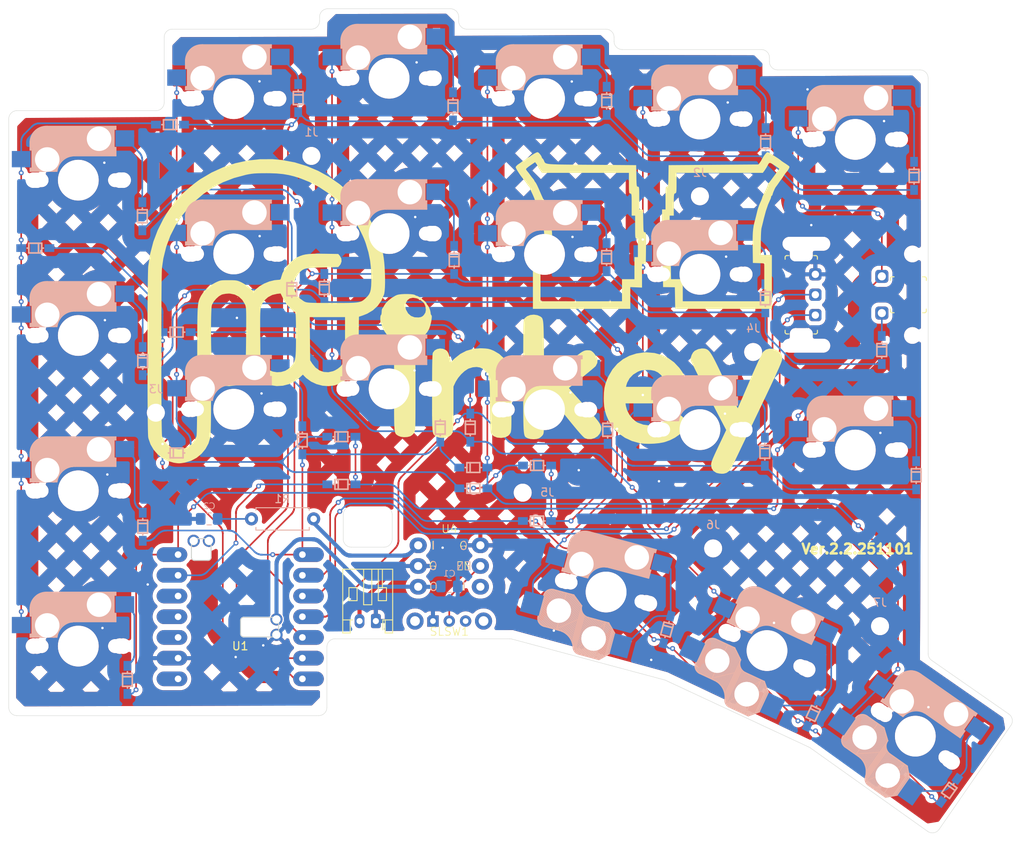
<source format=kicad_pcb>
(kicad_pcb (version 20241229) (generator "pcbnew") (generator_version "9.0")
  (layers (0 "F.Cu" signal) (2 "B.Cu" signal) (13 "F.Paste" user) (15 "B.Paste" user) (5 "F.SilkS" user "F.Silkscreen") (7 "B.SilkS" user "B.Silkscreen") (1 "F.Mask" user) (3 "B.Mask" user) (25 "Edge.Cuts" user))
  (net 0 "")
  (net 1 "GND")
  (net 2 "Vout")
  (net 3 "RE_B")
  (net 4 "IO2")
  (net 5 "INTR")
  (net 6 "Bat")
  (net 7 "IO1")
  (net 8 "IO3")
  (net 9 "Net-(D24-K)")
  (net 10 "Net-(D30-K)")
  (net 11 "IO4")
  (net 12 "Net-(D40-K)")
  (net 13 "IO6")
  (net 14 "x")
  (net 15 "EN")
  (net 18 "3.3V")
  (net 20 "VCC")
  (net 21 "Net-(D02-K)")
  (net 22 "Net-(D03-K)")
  (net 23 "Net-(DI1-A)")
  (net 24 "Net-(DI2-A)")
  (net 25 "Net-(DI3-A)")
  (net 26 "Net-(DI4-A)")
  (net 27 "Net-(DI5-A)")
  (net 28 "Net-(DI6-A)")
  (net 29 "Net-(D04-K)")
  (net 30 "Net-(D05-K)")
  (net 31 "Net-(D10-K)")
  (net 32 "Net-(D12-K)")
  (net 33 "Net-(D13-K)")
  (net 34 "Net-(D14-K)")
  (net 35 "Net-(D15-K)")
  (net 36 "Net-(D20-K)")
  (net 37 "Net-(D25-K)")
  (net 38 "IO5")
  (net 39 "Net-(D01-K)")
  (net 40 "Net-(D21-K)")
  (net 41 "Net-(D23-K)")
  (net 42 "Net-(D31-K)")
  (net 43 "Net-(D32-K)")
  (net 44 "Net-(D41-K)")
  (net 45 "Net-(D42-K)")
  (net 46 "Net-(D43-K)")
  (net 47 "RE_A")
  (net 48 "Net-(C2-Pad1)")
  (footprint "MountingHole:MountingHole_2.2mm_M2_DIN965" (layer "F.Cu") (at 129.305 65.247805)
    (property "Reference" "J1")
    (property "Value" "MountingHole_2.2mm_M2_DIN965" (hide yes))
  )
  (footprint "MountingHole:MountingHole_2.2mm_M2_DIN965" (layer "F.Cu") (at 155.205 106.5507)
    (property "Reference" "J5")
    (property "Value" "MountingHole_2.2mm_M2_DIN965" (hide yes))
  )
  (footprint "_kicad_footprints:SW_MX" (layer "F.Cu") (at 176.93 60.697797 180)
    (property "Reference" "SW" (hide yes))
    (property "Value" "SW_PUSH" (hide yes))
  )
  (footprint "roBa:Diode_SMD" (layer "F.Cu") (at 165.5 55.709675 -90)
    (property "Reference" "D03")
    (property "Value" "1N4148" (hide yes))
  )
  (footprint "roBa:Diode_SMD" (layer "F.Cu") (at 154.173438 110.0228)
    (property "Reference" "DS5")
    (property "Value" "1N4148" (hide yes))
  )
  (footprint "MountingHole:MountingHole_2.2mm_M2_DIN965" (layer "F.Cu") (at 178.54946 113.389134)
    (property "Reference" "J6")
    (property "Value" "MountingHole_2.2mm_M2_DIN965" (hide yes))
  )
  (footprint "_kicad_footprints:SW_MX" (layer "F.Cu") (at 119.78001 58.1978 180)
    (property "Reference" "SW" (hide yes))
    (property "Value" "SW_PUSH" (hide yes))
  )
  (footprint "roBa:Diode_SMD" (layer "F.Cu") (at 109.996875 101.6828)
    (property "Reference" "DI2")
    (property "Value" "1N4148" (hide yes))
  )
  (footprint "_kicad_footprints:SW_MX" (layer "F.Cu") (at 138.83 93.7978 180)
    (property "Reference" "SW" (hide yes))
    (property "Value" "SW_PUSH" (hide yes))
  )
  (footprint "_kicad_footprints:JST_PH_S2B-PH-K_custom" (layer "F.Cu") (at 136.205 115.5507 180)
    (property "Reference" "REF**" (hide yes))
    (property "Value" "JST_PH_S2B-PH-K_1x02_P2.00mm_Horizontal")
  )
  (footprint "roBa:Diode_SMD" (layer "F.Cu") (at 148.78 95.796238 -90)
    (property "Reference" "DS3")
    (property "Value" "1N4148" (hide yes))
  )
  (footprint "_kicad_footprints:SW_MX" (layer "F.Cu") (at 100.73 68.19784 180)
    (property "Reference" "SW" (hide yes))
    (property "Value" "SW_PUSH" (hide yes))
  )
  (footprint "_kicad_footprints:SW_MX" (layer "F.Cu") (at 119.78 96.2978 180)
    (property "Reference" "SW" (hide yes))
    (property "Value" "SW_PUSH" (hide yes))
  )
  (footprint "MountingHole:MountingHole_2.2mm_M2_DIN965" (layer "F.Cu") (at 199.00876 122.93066)
    (property "Reference" "J7")
    (property "Value" "MountingHole_2.2mm_M2_DIN965" (hide yes))
  )
  (footprint "roBa:Diode_SMD" (layer "F.Cu") (at 145.1 95.796238 -90)
    (property "Reference" "D32")
    (property "Value" "1N4148" (hide yes))
  )
  (footprint "THQWGD001:THQWGD001C [4pin] #1_1" (layer "F.Cu") (at 195.98 82.2728)
    (property "Reference" "REF**" (hide yes))
    (property "Value" "THQWGD001 with Click #1" (hide yes))
  )
  (footprint "_kicad_footprints:SW_MX" (layer "F.Cu") (at 157.88 96.3478 180)
    (property "Reference" "SW" (hide yes))
    (property "Value" "SW_PUSH" (hide yes))
  )
  (footprint "roBa:Diode_SMD" (layer "F.Cu") (at 130.89 78.669675 -90)
    (property "Reference" "DS2")
    (property "Value" "1N4148" (hide yes))
  )
  (footprint "roBa:Diode_SMD" (layer "F.Cu") (at 203.44 101.636238 -90)
    (property "Reference" "D25")
    (property "Value" "1N4148" (hide yes))
  )
  (footprint "roBa:Diode_SMD" (layer "F.Cu") (at 108.63 107.949675 -90)
    (property "Reference" "D30")
    (property "Value" "1N4148" (hide yes))
  )
  (footprint "_kicad_footprints:SW_MX" (layer "F.Cu") (at 157.88 58.1978 180)
    (property "Reference" "SW" (hide yes))
    (property "Value" "SW_PUSH" (hide yes))
  )
  (footprint "roBa:Diode_SMD" (layer "F.Cu") (at 108.62 87.632515 -90)
    (property "Reference" "D20")
    (property "Value" "1N4148" (hide yes))
  )
  (footprint "roBa:Diode_SMD" (layer "F.Cu") (at 146.660015 56.397484 -90)
    (property "Reference" "D02")
    (property "Value" "1N4148" (hide yes))
  )
  (footprint "_kicad_footprints:SW_MX" (layer "F.Cu") (at 195.98 101.297817 180)
    (property "Reference" "SW" (hide yes))
    (property "Value" "SW_PUSH" (hide yes))
  )
  (footprint "roBa:Diode_SMD" (layer "F.Cu") (at 191.998585 131.114928 -115)
    (property "Reference" "D42")
    (property "Value" "1N4148" (hide yes))
  )
  (footprint "roBa:Diode_SMD" (layer "F.Cu") (at 199.22 86.279675 -90)
    (property "Reference" "D15")
    (property "Value" "1N4148" (hide yes))
  )
  (footprint "MountingHole:MountingHole_2.2mm_M2_DIN965" (layer "F.Cu") (at 176.93 70.197797)
    (property "Reference" "J2")
    (property "Value" "MountingHole_2.2mm_M2_DIN965" (hide yes))
  )
  (footprint "roBa:Diode_SMD" (layer "F.Cu") (at 173.619032 120.66171 -105)
    (property "Reference" "D41")
    (property "Value" "1N4148" (hide yes))
  )
  (footprint "roBa:Diode_SMD" (layer "F.Cu") (at 128.19 97.346238 -90)
    (property "Reference" "D31")
    (property "Value" "1N4148" (hide yes))
  )
  (footprint "pinkeybd:Pinkeybd_logo" (layer "F.Cu") (at 148.37 84.3428)
    (property "Reference" "G***" (hide yes))
    (property "Value" "LOGO" (hide yes))
  )
  (footprint "_kicad_footprints:SW_MX" (layer "F.Cu") (at 195.98 63.197804 180)
    (property "Reference" "SW" (hide yes))
    (property "Value" "SW_PUSH" (hide yes))
  )
  (footprint "roBa:Diode_SMD" (layer "F.Cu") (at 108.58 69.869675 -90)
    (property "Reference" "D10")
    (property "Value" "1N4148" (hide yes))
  )
  (footprint "_kicad_footprints:SW_MX" (layer "F.Cu") (at 176.93 98.79781 180)
    (property "Reference" "SW" (hide yes))
    (property "Value" "SW_PUSH" (hide yes))
  )
  (footprint "roBa:Diode_SMD" (layer "F.Cu") (at 184.98 60.778778 -90)
    (property "Reference" "D04")
    (property "Value" "1N4148" (hide yes))
  )
  (footprint "_kicad_footprints:SW_MX_Choc" (layer "F.Cu") (at 165.43 118.716394 165)
    (property "Reference" "SW" (hide yes))
    (property "Value" "SW_PUSH" (hide yes))
  )
  (footprint "roBa:XIAO_nRF52840_wBAT_wNFC_1" (layer "F.Cu") (at 120.579993 132.269999 180)
    (property "Reference" "U1")
    (property "Value" "~" (hide yes))
    (fp_line (start 5.985247 17.791753) (end 5.985247 19.391953) (stroke (width 0.12)) (layer "Edge.Cuts"))
    (fp_line (start 5.299447 20.077753) (end 4.258047 20.077753) (stroke (width 0.12)) (layer "Edge.Cuts"))
    (fp_line (start 3.953247 17.410753) (end 5.604247 17.410753) (stroke (width 0.12)) (layer "Edge.Cuts"))
    (fp_line (start 3.572247 19.391953) (end 3.572247 17.791753) (stroke (width 0.12)) (layer "Edge.Cuts"))
    (fp_line (start -0.040753 8.403247) (end -0.040753 10.054247) (stroke (width 0.12)) (layer "Edge.Cuts"))
    (fp_line (start -0.421753 10.435247) (end -4.021953 10.435247) (stroke (width 0.12)) (layer "Edge.Cuts"))
    (fp_line (start -4.021953 8.022247) (end -0.421753 8.022247) (stroke (width 0.12)) (layer "Edge.Cuts"))
    (fp_line (start -4.707753 9.749447) (end -4.707753 8.708047) (stroke (width 0.12)) (layer "Edge.Cuts"))
    (fp_arc (start 5.604247 17.410753) (mid 5.873656 17.522344) (end 5.985247 17.791753) (stroke (width 0.12)) (layer "Edge.Cuts"))
    (fp_arc (start 5.299447 20.077753) (mid 5.38164 19.474141) (end 5.985247 19.391953) (stroke (width 0.12)) (layer "Edge.Cuts"))
    (fp_arc (start 3.572247 19.391953) (mid 4.175856 19.474144) (end 4.258047 20.077753) (stroke (width 0.12)) (layer "Edge.Cuts"))
    (fp_arc (start 3.572247 17.791753) (mid 3.683838 17.522342) (end 3.953247 17.410753) (stroke (width 0.12)) (layer "Edge.Cuts"))
    (fp_arc (start -0.040753 10.054247) (mid -0.152344 10.323656) (end -0.421753 10.435247) (stroke (width 0.12)) (layer "Edge.Cuts"))
    (fp_arc (start -0.421753 8.022247) (mid -0.152343 8.133837) (end -0.040753 8.403247) (stroke (width 0.12)) (layer "Edge.Cuts"))
    (fp_arc (start -4.021953 8.022247) (mid -4.104144 8.625856) (end -4.707753 8.708047) (stroke (width 0.12)) (layer "Edge.Cuts"))
    (fp_arc (start -4.707753 9.749447) (mid -4.104144 9.831638) (end -4.021953 10.435247) (stroke (width 0.12)) (layer "Edge.Cuts"))
  )
  (footprint "roBa:Diode_SMD" (layer "F.Cu") (at 203.18 64.916238 -90)
    (property "Reference" "D05")
    (property "Value" "1N4148" (hide yes))
  )
  (footprint "roBa:Diode_SMD" (layer "F.Cu") (at 184.89 98.758778 -90)
    (property "Reference" "D24")
    (property "Value" "1N4148" (hide yes))
  )
  (footprint "roBa:Diode_SMD" (layer "F.Cu") (at 130.196875 99.6928)
    (property "Reference" "DI6")
    (property "Value" "1N4148" (hide yes))
  )
  (footprint "_kicad_footprints:SW_MX" (layer "F.Cu") (at 176.93 79.74781 180)
    (property "Reference" "SW" (hide yes))
    (property "Value" "SW_PUSH" (hide yes))
  )
  (footprint "roBa:Diode_SMD" (layer "F.Cu") (at 109.996875 86.8628)
    (property "Reference" "DI3")
    (property "Value" "1N4148" (hide yes))
  )
  (footprint "roBa:Diode_SMD" (layer "F.Cu") (at 165.62 96.057475 -90)
    (property "Reference" "D23")
    (property "Value" "1N4148" (hide yes))
  )
  (footprint "roBa:Diode_SMD" (layer "F.Cu") (at 146.376875 103.4728)
    (property "Reference" "DS4")
    (property "Value" "1N4148" (hide yes))
  )
  (footprint "roBa:Diode_SMD" (layer "F.Cu") (at 114.746563 61.4128 180)
    (property "Reference" "DS1")
    (property "Value" "1N4148" (hide yes))
  )
  (footprint "_kicad_footprints:SW_MX" (layer "F.Cu") (at 157.88 77.2978 180)
    (property "Reference" "SW" (hide yes))
    (property "Value" "SW_PUSH" (hide yes))
  )
  (footprint "roBa:Diode_SMD" (layer "F.Cu") (at 127.68 55.379675 -90)
    (property "Reference" "D01")
    (property "Value" "1N4148" (hide yes))
  )
  (footprint "roBa:Diode_SMD" (layer "F.Cu") (at 165.49 74.889675 -90)
    (property "Reference" "D13")
    (property "Value" "1N4148" (hide yes))
  )
  (footprint "_kicad_footprints:SW_MX" (layer "F.Cu") (at 119.780005 77.2478 180)
    (property "Reference" "SW" (hide yes))
    (property "Value" "SW_PUSH" (hide yes))
  )
  (footprint "_kicad_footprints:SW_MX" (layer "F.Cu") (at 138.83 74.747805 180)
    (property "Reference" "SW" (hide yes))
    (property "Value" "SW_PUSH" (hide yes))
  )
  (footprint "_kicad_footprints:SW_MX" (layer "F.Cu") (at 100.73 106.29784 180)
    (property "Reference" "SW" (hide yes))
    (property "Value" "SW_PUSH" (hide yes))
  )
  (footprint "pinkeybd:SW_Slide_SK-12D11VG3" (layer "F.Cu") (at 146.205 122.3007)
    (property "Reference" "SLSW1")
    (property "Value" "SK-12D11VG3")
  )
  (footprint "roBa:Diode_SMD" (layer "F.Cu") (at 130.206875 105.5328)
    (property "Reference" "DS6")
    (property "Value" "1N4148" (hide yes))
  )
  (footprint "roBa:Diode_SMD" (layer "F.Cu") (at 146.8 75.234043 -90)
    (property "Reference" "D12")
    (property "Value" "1N4148" (hide yes))
  )
  (footprint "roBa:Diode_SMD" (layer "F.Cu") (at 154.186875 103.2228)
    (property "Reference" "DI5")
    (property "Value" "1N4148" (hide yes))
  )
  (footprint "roBa:Diode_SMD" (layer "F.Cu") (at 184.95 79.928778 -90)
    (property "Reference" "D14")
    (property "Value" "1N4148" (hide yes))
  )
  (footprint "roBa:Diode_SMD" (layer "F.Cu") (at 126.9 78.826238 -90)
    (property "Reference" "D21")
    (property "Value" "1N4148" (hide yes))
  )
  (footprint "roBa:Diode_SMD" (layer "F.Cu") (at 98.233125 76.5528 180)
    (property "Reference" "DI1")
    (property "Value" "1N4148" (hide yes))
  )
  (footprint "_kicad_footprints:SW_MX" (layer "F.Cu") (at 100.73 87.24784 180)
    (property "Reference" "SW" (hide yes))
    (property "Value" "SW_PUSH" (hide yes))
  )
  (footprint "_kicad_footprints:SW_MX_Choc" (layer "F.Cu") (at 185.163545 125.898817 155)
    (property "Reference" "SW" (hide yes))
    (property "Value" "SW_PUSH" (hide yes))
  )
  (footprint "MountingHole:MountingHole_2.2mm_M2_DIN965" (layer "F.Cu") (at 183.455 89.29781)
    (property "Reference" "J4")
    (property "Value" "MountingHole_2.2mm_M2_DIN965" (hide yes))
  )
  (footprint "_kicad_footprints:SW_MX_Choc" (layer "F.Cu") (at 203.350078 136.398817 145)
    (property "Reference" "SW" (hide yes))
    (property "Value" "SW_PUSH" (hide yes))
  )
  (footprint "roBa:Diode_SMD" (layer "F.Cu") (at 146.376875 106.0228)
    (property "Reference" "DI4")
    (property "Value" "1N4148" (hide yes))
  )
  (footprint "pinkeybd:DC_DC_Converter_XCL103" (layer "F.Cu") (at 146.205 115.5507 180)
    (property "Reference" "U4")
    (property "Value" "DC/DC_Converter_XCL103")
  )
  (footprint "roBa:Diode_SMD" (layer "F.Cu") (at 106.75 126.736238 -90)
    (property "Reference" "D40")
    (property "Value" "1N4148" (hide yes))
  )
  (footprint "roBa:Diode_SMD" (layer "F.Cu") (at 209.093065 140.791458 -125)
    (property "Reference" "D43")
    (property "Value" "1N4148" (hide yes))
  )
  (footprint "_kicad_footprints:SW_MX" (layer "F.Cu") (at 100.73 125.34784 180)
    (property "Reference" "SW" (hide yes))
    (property "Value" "SW_PUSH" (hide yes))
  )
  (footprint "MountingHole:MountingHole_2.2mm_M2_DIN965" (layer "F.Cu") (at 110.23 96.74784)
    (property "Reference" "J3")
    (property "Value" "MountingHole_2.2mm_M2_DIN965" (hide yes))
  )
  (footprint "_kicad_footprints:SW_MX" (layer "F.Cu") (at 138.830015 55.697809 180)
    (property "Reference" "SW" (hide yes))
    (property "Value" "SW_PUSH" (hide yes))
  )
  (footprint "Capacitor_SMD:C_0805_2012Metric_Pad1.18x1.45mm_HandSolder" (layer "B.Cu") (at 146.205 118.0507 180)
    (property "Reference" "C1")
    (property "Value" "47μF")
  )
  (footprint "Capacitor_SMD:C_0805_2012Metric_Pad1.18x1.45mm_HandSolder" (layer "B.Cu") (at 116.769993 109.769999 180)
    (property "Reference" "C2")
    (property "Value" "1μF")
  )
  (footprint "Resistor_THT:R_Axial_DIN0207_L6.3mm_D2.5mm_P7.62mm_Horizontal" (layer "B.Cu") (at 129.579993 109.769999 180)
    (property "Reference" "R1")
    (property "Value" "1M")
  )
  (gr_line (start 172.658721 129.540211) (end 190.317466 137.774256) (stroke (width 0.05)) (layer "Edge.Cuts"))
  (gr_line (start 166.405 50.697867) (end 166.405 51.197867) (stroke (width 0.05)) (layer "Edge.Cuts"))
  (gr_line (start 112.255 49.697867) (end 129.305 49.697867) (stroke (width 0.05)) (layer "Edge.Cuts"))
  (gr_arc (start 92.205 60.697867) (mid 92.497905 59.990782) (end 93.205 59.697867) (stroke (width 0.05)) (layer "Edge.Cuts"))
  (gr_arc (start 111.255 50.697867) (mid 111.547905 49.990782) (end 112.255 49.697867) (stroke (width 0.05)) (layer "Edge.Cuts"))
  (gr_arc (start 203.905 54.697867) (mid 204.612118 54.990758) (end 204.905 55.697867) (stroke (width 0.05)) (layer "Edge.Cuts"))
  (gr_arc (start 205.337711 127.120864) (mid 205.019746 126.762489) (end 204.905 126.297345) (stroke (width 0.05)) (layer "Edge.Cuts"))
  (gr_line (start 132.205 124.475734) (end 153.626183 124.475734) (stroke (width 0.05)) (layer "Edge.Cuts"))
  (gr_line (start 204.905 55.697867) (end 204.905 126.297345) (stroke (width 0.05)) (layer "Edge.Cuts"))
  (gr_line (start 139.205 109.2378) (end 139.205 112.2378) (stroke (width 0.05)) (layer "Edge.Cuts"))
  (gr_arc (start 167.405 52.197867) (mid 166.697905 51.904972) (end 166.405 51.197867) (stroke (width 0.05)) (layer "Edge.Cuts"))
  (gr_arc (start 93.205 133.89784) (mid 92.497893 133.604947) (end 92.205 132.89784) (stroke (width 0.05)) (layer "Edge.Cuts"))
  (gr_arc (start 130.305 48.197867) (mid 130.597893 47.49076) (end 131.305 47.197867) (stroke (width 0.05)) (layer "Edge.Cuts"))
  (gr_arc (start 131.205 132.89784) (mid 130.912107 133.604947) (end 130.205 133.89784) (stroke (width 0.05)) (layer "Edge.Cuts"))
  (gr_line (start 153.885002 124.509808) (end 172.658721 129.540211) (stroke (width 0.05)) (layer "Edge.Cuts"))
  (gr_line (start 131.205 132.89784) (end 131.205 125.475734) (stroke (width 0.05)) (layer "Edge.Cuts"))
  (gr_arc (start 165.405 49.697867) (mid 166.112118 49.990758) (end 166.405 50.697867) (stroke (width 0.05)) (layer "Edge.Cuts"))
  (gr_line (start 148.355 49.697867) (end 165.405 49.697867) (stroke (width 0.05)) (layer "Edge.Cuts"))
  (gr_line (start 185.455 53.197867) (end 185.455 53.697867) (stroke (width 0.05)) (layer "Edge.Cuts"))
  (gr_line (start 186.455 54.697867) (end 203.905 54.697867) (stroke (width 0.05)) (layer "Edge.Cuts"))
  (gr_arc (start 138.205 108.2378) (mid 138.912107 108.530693) (end 139.205 109.2378) (stroke (width 0.05)) (layer "Edge.Cuts"))
  (gr_arc (start 133.205 109.2378) (mid 133.497893 108.530693) (end 134.205 108.2378) (stroke (width 0.05)) (layer "Edge.Cuts"))
  (gr_arc (start 134.205 113.2378) (mid 133.497893 112.944907) (end 133.205 112.2378) (stroke (width 0.05)) (layer "Edge.Cuts"))
  (gr_arc (start 131.205 125.475734) (mid 131.497893 124.768627) (end 132.205 124.475734) (stroke (width 0.05)) (layer "Edge.Cuts"))
  (gr_line (start 93.205 59.697867) (end 110.255 59.697867) (stroke (width 0.05)) (layer "Edge.Cuts"))
  (gr_arc (start 190.317466 137.774256) (mid 190.397915 137.816377) (end 190.474211 137.865622) (stroke (width 0.05)) (layer "Edge.Cuts"))
  (gr_arc (start 139.205 112.2378) (mid 138.912107 112.944907) (end 138.205 113.2378) (stroke (width 0.05)) (layer "Edge.Cuts"))
  (gr_line (start 130.305 48.697867) (end 130.305 48.197867) (stroke (width 0.05)) (layer "Edge.Cuts"))
  (gr_line (start 134.205 108.2378) (end 138.205 108.2378) (stroke (width 0.05)) (layer "Edge.Cuts"))
  (gr_arc (start 153.626183 124.475734) (mid 153.756709 124.484289) (end 153.885002 124.509808) (stroke (width 0.05)) (layer "Edge.Cuts"))
  (gr_arc (start 186.455 54.697867) (mid 185.747905 54.404972) (end 185.455 53.697867) (stroke (width 0.05)) (layer "Edge.Cuts"))
  (gr_line (start 131.305 47.197867) (end 146.355 47.197867) (stroke (width 0.05)) (layer "Edge.Cuts"))
  (gr_line (start 205.337711 127.120864) (end 214.795848 133.705537) (stroke (width 0.05)) (layer "Edge.Cuts"))
  (gr_line (start 111.255 58.697867) (end 111.255 50.697867) (stroke (width 0.05)) (layer "Edge.Cuts"))
  (gr_arc (start 111.255 58.697867) (mid 110.962118 59.404995) (end 110.255 59.697867) (stroke (width 0.05)) (layer "Edge.Cuts"))
  (gr_line (start 133.205 112.2378) (end 133.205 109.2378) (stroke (width 0.05)) (layer "Edge.Cuts"))
  (gr_arc (start 130.305 48.697867) (mid 130.012118 49.404995) (end 129.305 49.697867) (stroke (width 0.05)) (layer "Edge.Cuts"))
  (gr_line (start 215.051585 135.097003) (end 206.251138 147.849918) (stroke (width 0.05)) (layer "Edge.Cuts"))
  (gr_line (start 92.205 132.89784) (end 92.205 60.697867) (stroke (width 0.05)) (layer "Edge.Cuts"))
  (gr_arc (start 148.355 49.697867) (mid 147.647893 49.404974) (end 147.355 48.697867) (stroke (width 0.05)) (layer "Edge.Cuts"))
  (gr_arc (start 184.455 52.197867) (mid 185.162118 52.490758) (end 185.455 53.197867) (stroke (width 0.05)) (layer "Edge.Cuts"))
  (gr_line (start 93.205 133.89784) (end 130.205 133.89784) (stroke (width 0.05)) (layer "Edge.Cuts"))
  (gr_line (start 190.474211 137.865622) (end 204.848204 148.096653) (stroke (width 0.05)) (layer "Edge.Cuts"))
  (gr_arc (start 206.251138 147.849918) (mid 205.601302 148.266847) (end 204.848204 148.096653) (stroke (width 0.05)) (layer "Edge.Cuts"))
  (gr_line (start 138.205 113.2378) (end 134.205 113.2378) (stroke (width 0.05)) (layer "Edge.Cuts"))
  (gr_line (start 147.355 48.197867) (end 147.355 48.697867) (stroke (width 0.05)) (layer "Edge.Cuts"))
  (gr_arc (start 146.355 47.197867) (mid 147.062107 47.49076) (end 147.355 48.197867) (stroke (width 0.05)) (layer "Edge.Cuts"))
  (gr_line (start 167.405 52.197867) (end 184.455 52.197867) (stroke (width 0.05)) (layer "Edge.Cuts"))
  (gr_arc (start 214.795848 133.705537) (mid 215.212059 134.348275) (end 215.051585 135.097003) (stroke (width 0.05)) (layer "Edge.Cuts"))
  (gr_text "Ver.2.2.251101" (at 189.22 114.1628 0) (layer "F.SilkS") (effects (font (size 1.2 1.2) (thickness 0.3) (bold yes)) (justify left bottom)))
  (via (at 190.58 73.7328) (size 0.6) (drill 0.3) (layers "F.Cu" "B.Cu") (net 1))
  (via (at 186.01 122.5228) (size 0.6) (drill 0.3) (layers "F.Cu" "B.Cu") (net 1))
  (via (at 142.2 53.7728) (size 0.6) (drill 0.3) (layers "F.Cu" "B.Cu") (net 1))
  (via (at 199.5 60.9728) (size 0.6) (drill 0.3) (layers "F.Cu" "B.Cu") (net 1))
  (via (at 161.22 56.1228) (size 0.6) (drill 0.3) (layers "F.Cu" "B.Cu") (net 1))
  (via (at 180.14 77.6028) (size 0.6) (drill 0.3) (layers "F.Cu" "B.Cu") (net 1))
  (via (at 141.95 91.5628) (size 0.6) (drill 0.3) (layers "F.Cu" "B.Cu") (net 1))
  (via (at 204.94 132.8628) (size 0.6) (drill 0.3) (layers "F.Cu" "B.Cu") (net 1))
  (via (at 122.94 56.1028) (size 0.6) (drill 0.3) (layers "F.Cu" "B.Cu") (net 1))
  (via (at 120.17 85.1128) (size 0.6) (drill 0.3) (layers "F.Cu" "B.Cu") (net 1))
  (via (at 123.19 94.3828) (size 0.6) (drill 0.3) (layers "F.Cu" "B.Cu") (net 1))
  (via (at 122.96 75.0828) (size 0.6) (drill 0.3) (layers "F.Cu" "B.Cu") (net 1))
  (via (at 171.91 105.1528) (size 0.6) (drill 0.3) (layers "F.Cu" "B.Cu") (net 1))
  (via (at 145.39 113.3028) (size 0.6) (drill 0.3) (layers "F.Cu" "B.Cu") (net 1))
  (via (at 109.24 117.8128) (size 0.6) (drill 0.3) (layers "F.Cu" "B.Cu") (net 1))
  (via (at 199.05 99.2228) (size 0.6) (drill 0.3) (layers "F.Cu" "B.Cu") (net 1))
  (via (at 104.29 104.3228) (size 0.6) (drill 0.3) (layers "F.Cu" "B.Cu") (net 1))
  (via (at 103.92 66.0828) (size 0.6) (drill 0.3) (layers "F.Cu" "B.Cu") (net 1))
  (via (at 180.34 58.6928) (size 0.6) (drill 0.3) (layers "F.Cu" "B.Cu") (net 1))
  (via (at 162.08 103.7928) (size 0.6) (drill 0.3) (layers "F.Cu" "B.Cu") (net 1))
  (via (at 170.96 127.0628) (size 0.6) (drill 0.3) (layers "F.Cu" "B.Cu") (net 1))
  (via (at 103.69 123.1528) (size 0.6) (drill 0.3) (layers "F.Cu" "B.Cu") (net 1))
  (via (at 123.4 125.2828) (size 0.6) (drill 0.3) (layers "F.Cu" "B.Cu") (net 1))
  (via (at 190.12 57.0828) (size 0.6) (drill 0.3) (layers "F.Cu" "B.Cu") (net 1))
  (via (at 103.99 85.3928) (size 0.6) (drill 0.3) (layers "F.Cu" "B.Cu") (net 1))
  (via (at 180 96.8628) (size 0.6) (drill 0.3) (layers "F.Cu" "B.Cu") (net 1))
  (via (at 161.06 94.2728) (size 0.6) (drill 0.3) (layers "F.Cu" "B.Cu") (net 1))
  (via (at 161.31 75.1828) (size 0.6) (drill 0.3) (layers "F.Cu" "B.Cu") (net 1))
  (via (at 142.03 72.7428) (size 0.6) (drill 0.3) (layers "F.Cu" "B.Cu") (net 1))
  (via (at 159.02 123.4728) (size 0.6) (drill 0.3) (layers "F.Cu" "B.Cu") (net 1))
  (via (at 120.02 126.7128) (size 0.6) (drill 0.3) (layers "F.Cu" "B.Cu") (net 1))
  (segment (start 145.2825 118.1028) (end 142.4071 118.1028) (width 0.5) (layer "B.Cu") (net 2))
  (segment (start 125.025006 115.341303) (end 125.024993 122.086999) (width 0.5) (layer "B.Cu") (net 2))
  (segment (start 128.103494 112.262809) (end 129.416504 112.262805) (width 0.5) (layer "B.Cu") (net 2))
  (segment (start 135.409451 117.692248) (end 130.378443 112.661251) (width 0.5) (layer "B.Cu") (net 2))
  (segment (start 136.37139 118.090696) (end 142.395 118.0907) (width 0.5) (layer "B.Cu") (net 2))
  (segment (start 125.423455 114.379363) (end 127.141555 112.66126) (width 0.5) (layer "B.Cu") (net 2))
  (arc (start 130.378443 112.661251) (mid 129.937101 112.366357) (end 129.416504 112.262805) (width 0.5) (layer "B.Cu") (net 2))
  (arc (start 136.37139 118.090696) (mid 135.850792 117.987142) (end 135.409451 117.692248) (width 0.5) (layer "B.Cu") (net 2))
  (arc (start 130.378444 112.661251) (mid 129.937102 112.366357) (end 129.416505 112.262805) (width 0.5) (layer "B.Cu") (net 2))
  (arc (start 125.423455 114.379363) (mid 125.12856 114.820705) (end 125.025006 115.341303) (width 0.5) (layer "B.Cu") (net 2))
  (arc (start 128.103492 112.262808) (mid 127.582895 112.366362) (end 127.141554 112.661258) (width 0.5) (layer "B.Cu") (net 2))
  (arc (start 128.103494 112.262809) (mid 127.582896 112.366364) (end 127.141555 112.66126) (width 0.5) (layer "B.Cu") (net 2))
  (arc (start 128.103494 112.262809) (mid 127.582896 112.366364) (end 127.141555 112.66126) (width 0.5) (layer "B.Cu") (net 2))
  (arc (start 135.409451 117.692248) (mid 135.850792 117.987142) (end 136.37139 118.090696) (width 0.5) (layer "B.Cu") (net 2))
  (arc (start 130.378445 112.66125) (mid 129.937103 112.366356) (end 129.416506 112.262804) (width 0.5) (layer "B.Cu") (net 2))
  (arc (start 125.423452 114.379362) (mid 125.128557 114.820703) (end 125.025004 115.341301) (width 0.5) (layer "B.Cu") (net 2))
  (arc (start 125.423454 114.379363) (mid 125.128559 114.820705) (end 125.025005 115.341303) (width 0.5) (layer "B.Cu") (net 2))
  (arc (start 136.37139 118.090696) (mid 135.850792 117.987142) (end 135.409451 117.692248) (width 0.5) (layer "B.Cu") (net 2))
  (segment (start 131.998451 108.344351) (end 132.595 107.747802) (width 0.2) (layer "F.Cu") (net 3))
  (segment (start 186.545136 82.877658) (end 186.541605 82.881191) (width 0.2) (layer "F.Cu") (net 3))
  (segment (start 131.201545 116.181244) (end 130.692801 116.689999) (width 0.2) (layer "F.Cu") (net 3))
  (segment (start 186.547786 82.87501) (end 186.54867 82.874128) (width 0.2) (layer "F.Cu") (net 3))
  (segment (start 186.541605 82.881191) (end 186.186686 83.236113) (width 0.2) (layer "F.Cu") (net 3))
  (segment (start 132.595 107.7478) (end 132.595 107.747802) (width 0.2) (layer "F.Cu") (net 3))
  (segment (start 186.547786 82.87501) (end 186.546019 82.876776) (width 0.2) (layer "F.Cu") (net 3))
  (segment (start 172.83 110.9828) (end 173.4 110.412799) (width 0.2) (layer "F.Cu") (net 3))
  (segment (start 173.400304 110.405426) (end 173.400011 110.407804) (width 0.2) (layer "F.Cu") (net 3))
  (segment (start 186.545136 82.877658) (end 186.546019 82.876776) (width 0.2) (layer "F.Cu") (net 3))
  (segment (start 186.56 82.8728) (end 186.551879 82.8728) (width 0.2) (layer "F.Cu") (net 3))
  (segment (start 185.829987 97.409301) (end 185.83 84.097231) (width 0.2) (layer "F.Cu") (net 3))
  (segment (start 185.431543 98.371246) (end 173.402561 110.400528) (width 0.2) (layer "F.Cu") (net 3))
  (segment (start 173.400016 110.403432) (end 173.400005 110.405302) (width 0.2) (layer "F.Cu") (net 3))
  (segment (start 131.600001 109.30629) (end 131.599991 115.2193) (width 0.2) (layer "F.Cu") (net 3))
  (segment (start 173.400458 110.402365) (end 173.401771 110.401034) (width 0.2) (layer "F.Cu") (net 3))
  (via (at 172.83 110.9828) (size 0.6) (drill 0.3) (layers "F.Cu" "B.Cu") (net 3))
  (via (at 132.595 107.7478) (size 0.6) (drill 0.3) (layers "F.Cu" "B.Cu") (net 3))
  (via (at 186.56 82.8728) (size 0.6) (drill 0.3) (layers "F.Cu" "B.Cu") (net 3))
  (arc (start 186.549554 82.873231) (mid 186.549113 82.873681) (end 186.54867 82.874128) (width 0.2) (layer "F.Cu") (net 3))
  (arc (start 185.829987 97.409301) (mid 185.726434 97.9299) (end 185.431543 98.371246) (width 0.2) (layer "F.Cu") (net 3))
  (arc (start 173.400304 110.405426) (mid 173.400928 110.403196) (end 173.402184 110.401252) (width 0.2) (layer "F.Cu") (net 3))
  (arc (start 186.188233 83.234568) (mid 185.923104 83.631365) (end 185.830003 84.099418) (width 0.2) (layer "F.Cu") (net 3))
  (arc (start 131.998451 108.344351) (mid 131.703555 108.785692) (end 131.600001 109.30629) (width 0.2) (layer "F.Cu") (net 3))
  (arc (start 186.549554 82.873231) (mid 186.550041 82.8729) (end 186.550621 82.87279) (width 0.2) (layer "F.Cu") (net 3))
  (arc (start 131.201545 116.181245) (mid 131.496438 115.739901) (end 131.599991 115.219302) (width 0.2) (layer "F.Cu") (net 3))
  (arc (start 186.186686 83.236113) (mid 185.9227 83.631197) (end 185.83 84.097231) (width 0.2) (layer "F.Cu") (net 3))
  (arc (start 173.402561 110.400528) (mid 173.402561 110.400528) (end 173.402561 110.400528) (width 0.2) (layer "F.Cu") (net 3))
  (arc (start 185.829988 97.409302) (mid 185.726435 97.929901) (end 185.431544 98.371247) (width 0.2) (layer "F.Cu") (net 3))
  (arc (start 186.187574 83.235232) (mid 185.922938 83.631295) (end 185.83001 84.098482) (width 0.2) (layer "F.Cu") (net 3))
  (arc (start 186.551879 82.8728) (mid 186.55125 82.872797) (end 186.550621 82.87279) (width 0.2) (layer "F.Cu") (net 3))
  (arc (start 131.998451 108.344351) (mid 131.703555 108.785692) (end 131.600001 109.30629) (width 0.2) (layer "F.Cu") (net 3))
  (arc (start 131.998451 108.344351) (mid 131.703555 108.785692) (end 131.600001 109.30629) (width 0.2) (layer "F.Cu") (net 3))
  (arc (start 131.201545 116.181245) (mid 131.496437 115.7399) (end 131.599991 115.219301) (width 0.2) (layer "F.Cu") (net 3))
  (arc (start 185.82999 97.409304) (mid 185.726436 97.929901) (end 185.431541 98.371243) (width 0.2) (layer "F.Cu") (net 3))
  (arc (start 173.400016 110.403432) (mid 173.400132 110.402855) (end 173.400458 110.402365) (width 0.2) (layer "F.Cu") (net 3))
  (arc (start 173.41052 110.392276) (mid 173.407121 110.395781) (end 173.403832 110.399389) (width 0.2) (layer "F.Cu") (net 3))
  (arc (start 131.599991 115.2193) (mid 131.496437 115.739899) (end 131.201545 116.181244) (width 0.2) (layer "F.Cu") (net 3))
  (segment (start 187.584274 82.272841) (end 191.08 82.2728) (width 0.2) (layer "B.Cu") (net 3))
  (segment (start 186.56 82.8728) (end 186.86001 82.572823) (width 0.2) (layer "B.Cu") (net 3))
  (segment (start 172.778784 111.012808) (end 143.793498 111.012796) (width 0.2) (layer "B.Cu") (net 3))
  (segment (start 142.831557 110.614348) (end 139.868445 107.651251) (width 0.2) (layer "B.Cu") (net 3))
  (segment (start 172.815 110.997804) (end 172.83 110.9828) (width 0.2) (layer "B.Cu") (net 3))
  (segment (start 132.595 107.7478) (end 132.842497 107.500292) (width 0.2) (layer "B.Cu") (net 3))
  (segment (start 133.440015 107.252785) (end 138.906504 107.252802) (width 0.2) (layer "B.Cu") (net 3))
  (arc (start 142.831557 110.614348) (mid 143.272899 110.909242) (end 143.793498 111.012796) (width 0.2) (layer "B.Cu") (net 3))
  (arc (start 187.584274 82.272841) (mid 187.192309 82.350806) (end 186.86001 82.572823) (width 0.2) (layer "B.Cu") (net 3))
  (arc (start 187.584274 82.272839) (mid 187.192309 82.350803) (end 186.860009 82.572822) (width 0.2) (layer "B.Cu") (net 3))
  (arc (start 133.440015 107.252785) (mid 133.116639 107.317109) (end 132.842497 107.500292) (width 0.2) (layer "B.Cu") (net 3))
  (arc (start 142.831557 110.614352) (mid 143.272898 110.909246) (end 143.793496 111.0128) (width 0.2) (layer "B.Cu") (net 3))
  (arc (start 138.906504 107.252802) (mid 139.427102 107.356356) (end 139.868445 107.651251) (width 0.2) (layer "B.Cu") (net 3))
  (arc (start 187.584272 82.272832) (mid 187.192306 82.350797) (end 186.860008 82.572818) (width 0.2) (layer "B.Cu") (net 3))
  (arc (start 138.906508 107.2528) (mid 139.427105 107.356353) (end 139.868447 107.651248) (width 0.2) (layer "B.Cu") (net 3))
  (arc (start 142.831557 110.614349) (mid 143.272899 110.909243) (end 143.793497 111.012797) (width 0.2) (layer "B.Cu") (net 3))
  (arc (start 172.778784 111.012808) (mid 172.798384 111.008909) (end 172.815 110.997804) (width 0.2) (layer "B.Cu") (net 3))
  (arc (start 172.778784 111.012806) (mid 172.798384 111.008907) (end 172.815 110.997803) (width 0.2) (layer "B.Cu") (net 3))
  (arc (start 172.778784 111.012801) (mid 172.798383 111.008903) (end 172.814999 110.997801) (width 0.2) (layer "B.Cu") (net 3))
  (arc (start 138.906505 107.252802) (mid 139.427103 107.356356) (end 139.868446 107.651251) (width 0.2) (layer "B.Cu") (net 3))
  (arc (start 133.440015 107.252787) (mid 133.116639 107.317111) (end 132.842497 107.500293) (width 0.2) (layer "B.Cu") (net 3))
  (arc (start 133.440016 107.252793) (mid 133.116641 107.317117) (end 132.842498 107.500296) (width 0.2) (layer "B.Cu") (net 3))
  (segment (start 126.758459 122.868447) (end 128.199993 124.309999) (width 0.2) (layer "F.Cu") (net 4))
  (segment (start 123.958999 112.647288) (end 123.959004 115.3583) (width 0.2) (layer "F.Cu") (net 4))
  (segment (start 127.61845 81.474351) (end 129.4 79.6928) (width 0.2) (layer "F.Cu") (net 4))
  (segment (start 127.732499 71.0453) (end 127.525 70.8378) (width 0.2) (layer "F.Cu") (net 4))
  (segment (start 128.338453 78.631242) (end 129.4 79.6928) (width 0.2) (layer "F.Cu") (net 4))
  (segment (start 126.821539 109.221242) (end 124.357446 111.685348) (width 0.2) (layer "F.Cu") (net 4))
  (segment (start 126.36001 121.906504) (end 126.36 118.886291) (width 0.2) (layer "F.Cu") (net 4))
  (segment (start 127.219987 108.259301) (end 127.220002 82.43629) (width 0.2) (layer "F.Cu") (net 4))
  (segment (start 125.961551 117.92435) (end 124.357453 116.320241) (width 0.2) (layer "F.Cu") (net 4))
  (segment (start 127.939998 71.546248) (end 127.940006 77.6693) (width 0.2) (layer "F.Cu") (net 4))
  (via (at 127.525 70.8378) (size 0.6) (drill 0.3) (layers "F.Cu" "B.Cu") (net 4))
  (via (at 129.4 79.6928) (size 0.6) (drill 0.3) (layers "F.Cu" "B.Cu") (net 4))
  (arc (start 127.219987 108.259301) (mid 127.116433 108.779899) (end 126.821539 109.221242) (width 0.2) (layer "F.Cu") (net 4))
  (arc (start 123.959006 115.358302) (mid 124.062559 115.8789) (end 124.357454 116.320243) (width 0.2) (layer "F.Cu") (net 4))
  (arc (start 126.360011 121.906505) (mid 126.463565 122.427104) (end 126.758459 122.868447) (width 0.2) (layer "F.Cu") (net 4))
  (arc (start 127.61845 81.474351) (mid 127.323555 81.915692) (end 127.220002 82.43629) (width 0.2) (layer "F.Cu") (net 4))
  (arc (start 127.940006 77.669302) (mid 128.043559 78.189901) (end 128.338453 78.631244) (width 0.2) (layer "F.Cu") (net 4))
  (arc (start 127.220002 82.43629) (mid 127.323555 81.915692) (end 127.61845 81.474351) (width 0.2) (layer "F.Cu") (net 4))
  (arc (start 127.939998 71.546248) (mid 127.88607 71.275137) (end 127.732499 71.0453) (width 0.2) (layer "F.Cu") (net 4))
  (arc (start 124.357447 111.685349) (mid 124.062552 112.126691) (end 123.959 112.647289) (width 0.2) (layer "F.Cu") (net 4))
  (arc (start 124.357446 111.685348) (mid 124.062551 112.12669) (end 123.958999 112.647288) (width 0.2) (layer "F.Cu") (net 4))
  (arc (start 126.36001 121.906504) (mid 126.463564 122.427103) (end 126.758459 122.868447) (width 0.2) (layer "F.Cu") (net 4))
  (arc (start 127.732499 71.0453) (mid 127.88607 71.275137) (end 127.939998 71.546248) (width 0.2) (layer "F.Cu") (net 4))
  (arc (start 125.961551 117.92435) (mid 126.256446 118.365692) (end 126.36 118.886291) (width 0.2) (layer "F.Cu") (net 4))
  (arc (start 123.959005 115.358301) (mid 124.062559 115.878899) (end 124.357454 116.320242) (width 0.2) (layer "F.Cu") (net 4))
  (arc (start 127.219988 108.259302) (mid 127.116434 108.7799) (end 126.82154 109.221243) (width 0.2) (layer "F.Cu") (net 4))
  (arc (start 124.357448 111.68535) (mid 124.062553 112.126692) (end 123.959001 112.64729) (width 0.2) (layer "F.Cu") (net 4))
  (arc (start 123.959004 115.3583) (mid 124.062558 115.878898) (end 124.357453 116.320241) (width 0.2) (layer "F.Cu") (net 4))
  (arc (start 127.940006 77.669301) (mid 128.043559 78.1899) (end 128.338453 78.631243) (width 0.2) (layer "F.Cu") (net 4))
  (arc (start 127.21999 108.259303) (mid 127.116436 108.779901) (end 126.821542 109.221244) (width 0.2) (layer "F.Cu") (net 4))
  (arc (start 127.939998 71.546248) (mid 127.88607 71.275137) (end 127.732499 71.0453) (width 0.2) (layer "F.Cu") (net 4))
  (arc (start 125.961551 117.92435) (mid 126.256446 118.365692) (end 126.36 118.886291) (width 0.2) (layer "F.Cu") (net 4))
  (arc (start 127.220002 82.43629) (mid 127.323555 81.915692) (end 127.61845 81.474351) (width 0.2) (layer "F.Cu") (net 4))
  (arc (start 125.961551 117.92435) (mid 126.256446 118.365692) (end 126.36 118.886291) (width 0.2) (layer "F.Cu") (net 4))
  (arc (start 126.36001 121.906507) (mid 126.463564 122.427106) (end 126.758458 122.868449) (width 0.2) (layer "F.Cu") (net 4))
  (arc (start 127.940006 77.6693) (mid 128.043559 78.189899) (end 128.338453 78.631242) (width 0.2) (layer "F.Cu") (net 4))
  (segment (start 164.598442 80.28434) (end 165.136446 79.746346) (width 0.2) (layer "B.Cu") (net 4))
  (segment (start 129.4 79.6928) (end 130.86 79.6928) (width 0.2) (layer "B.Cu") (net 4))
  (segment (start 146.681264 79.7228) (end 130.89 79.7228) (width 0.2) (layer "B.Cu") (net 4))
  (segment (start 188.231552 90.384344) (end 185.348452 87.50124) (width 0.2) (layer "B.Cu") (net 4))
  (segment (start 114.143495 69.372813) (end 125.496504 69.372803) (width 0.2) (layer "B.Cu") (net 4))
  (segment (start 147.347184 80.284338) (end 146.8 79.737168) (width 0.2) (layer "B.Cu") (net 4))
  (segment (start 163.636499 80.682785) (end 148.309129 80.682782) (width 0.2) (layer "B.Cu") (net 4))
  (segment (start 113.181554 69.771261) (end 108.58 74.3728) (width 0.2) (layer "B.Cu") (net 4))
  (segment (start 170.130655 84.033444) (end 165.843553 79.746347) (width 0.2) (layer "B.Cu") (net 4))
  (segment (start 127.525 70.8378) (end 126.458444 69.77125) (width 0.2) (layer "B.Cu") (net 4))
  (segment (start 189.19349 90.782793) (end 199.22 90.7828) (width 0.2) (layer "B.Cu") (net 4))
  (segment (start 171.092594 84.431892) (end 184.449999 84.431896) (width 0.2) (layer "B.Cu") (net 4))
  (segment (start 184.950002 86.5393) (end 184.949999 84.931896) (width 0.2) (layer "B.Cu") (net 4))
  (arc (start 148.309129 80.682782) (mid 147.788529 80.579229) (end 147.347184 80.284338) (width 0.2) (layer "B.Cu") (net 4))
  (arc (start 126.458446 69.77125) (mid 126.017103 69.476355) (end 125.496506 69.372803) (width 0.2) (layer "B.Cu") (net 4))
  (arc (start 148.309129 80.682782) (mid 147.788529 80.579229) (end 147.347184 80.284338) (width 0.2) (layer "B.Cu") (net 4))
  (arc (start 184.950003 86.539301) (mid 185.053557 87.059899) (end 185.348453 87.501241) (width 0.2) (layer "B.Cu") (net 4))
  (arc (start 126.458444 69.77125) (mid 126.017101 69.476355) (end 125.496504 69.372803) (width 0.2) (layer "B.Cu") (net 4))
  (arc (start 126.458445 69.77125) (mid 126.017102 69.476355) (end 125.496505 69.372803) (width 0.2) (layer "B.Cu") (net 4))
  (arc (start 170.130655 84.033444) (mid 170.571996 84.328338) (end 171.092594 84.431892) (width 0.2) (layer "B.Cu") (net 4))
  (arc (start 184.950004 86.539302) (mid 185.053558 87.0599) (end 185.348453 87.501242) (width 0.2) (layer "B.Cu") (net 4))
  (arc (start 170.130655 84.033445) (mid 170.571996 84.32834) (end 171.092594 84.431894) (width 0.2) (layer "B.Cu") (net 4))
  (arc (start 170.130655 84.033444) (mid 170.571996 84.328339) (end 171.092594 84.431893) (width 0.2) (layer "B.Cu") (net 4))
  (arc (start 163.636499 80.682785) (mid 164.157098 80.579233) (end 164.598442 80.28434) (width 0.2) (layer "B.Cu") (net 4))
  (arc (start 188.231552 90.384346) (mid 188.672893 90.679241) (end 189.19349 90.782795) (width 0.2) (layer "B.Cu") (net 4))
  (arc (start 188.231552 90.384344) (mid 188.672893 90.679239) (end 189.19349 90.782793) (width 0.2) (layer "B.Cu") (net 4))
  (arc (start 147.347184 80.284338) (mid 147.788529 80.579229) (end 148.309129 80.682782) (width 0.2) (layer "B.Cu") (net 4))
  (arc (start 163.636502 80.682788) (mid 164.157101 80.579235) (end 164.598444 80.284342) (width 0.2) (layer "B.Cu") (net 4))
  (arc (start 163.6365 80.682786) (mid 164.157099 80.579234) (end 164.598443 80.284341) (width 0.2) (layer "B.Cu") (net 4))
  (arc (start 184.950002 86.5393) (mid 185.053556 87.059898) (end 185.348452 87.50124) (width 0.2) (layer "B.Cu") (net 4))
  (arc (start 184.449999 84.431896) (mid 184.803552 84.578342) (end 184.949999 84.931896) (width 0.2) (layer "B.Cu") (net 4))
  (arc (start 114.143495 69.372813) (mid 113.622896 69.476366) (end 113.181554 69.771261) (width 0.2) (layer "B.Cu") (net 4))
  (arc (start 114.143494 69.372812) (mid 113.622896 69.476365) (end 113.181555 69.77126) (width 0.2) (layer "B.Cu") (net 4))
  (arc (start 184.449999 84.431899) (mid 184.803552 84.578345) (end 184.95 84.931899) (width 0.2) (layer "B.Cu") (net 4))
  (arc (start 114.143493 69.37281) (mid 113.622895 69.476363) (end 113.181554 69.771258) (width 0.2) (layer "B.Cu") (net 4))
  (arc (start 188.231552 90.384345) (mid 188.672893 90.67924) (end 189.19349 90.782794) (width 0.2) (layer "B.Cu") (net 4))
  (arc (start 184.449999 84.431897) (mid 184.803552 84.578343) (end 184.949999 84.931897) (width 0.2) (layer "B.Cu") (net 4))
  (segment (start 123.540701 127.809994) (end 125.103708 127.810006) (width 0.2) (layer "F.Cu") (net 5))
  (segment (start 111.901685 99.721412) (end 111.062339 100.56141) (width 0.2) (layer "F.Cu") (net 5))
  (segment (start 122.578761 127.411542) (end 118.838457 123.671241) (width 0.2) (layer "F.Cu") (net 5))
  (segment (start 111.04 103.252797) (end 111.04 102.8928) (width 0.2) (layer "F.Cu") (net 5))
  (segment (start 111.294556 103.867351) (end 118.041546 110.614349) (width 0.2) (layer "F.Cu") (net 5))
  (segment (start 151.859394 104.463406) (end 150.718444 105.604348) (width 0.2) (layer "F.Cu") (net 5))
  (segment (start 111.901554 92.354348) (end 111.448452 91.901242) (width 0.2) (layer "F.Cu") (net 5))
  (segment (start 111.05 87.9028) (end 111.050005 90.9393) (width 0.2) (layer "F.Cu") (net 5))
  (segment (start 151.885 104.4528) (end 151.9 104.4528) (width 0.2) (layer "F.Cu") (net 5))
  (segment (start 111.061789 100.561943) (end 111.060598 100.563048) (width 0.2) (layer "F.Cu") (net 5))
  (segment (start 111.060458 100.562365) (end 111.061771 100.561034) (width 0.2) (layer "F.Cu") (net 5))
  (segment (start 118.440008 122.709302) (end 118.439995 111.576288) (width 0.2) (layer "F.Cu") (net 5))
  (segment (start 126.06565 128.208458) (end 127.247199 129.389999) (width 0.2) (layer "F.Cu") (net 5))
  (segment (start 149.18 106.0028) (end 149.756503 106.002797) (width 0.2) (layer "F.Cu") (net 5))
  (segment (start 112.299994 98.759281) (end 112.3 93.316289) (width 0.2) (layer "F.Cu") (net 5))
  (segment (start 111.061646 100.56276) (end 111.06 100.5728) (width 0.2) (layer "F.Cu") (net 5))
  (via (at 111.04 102.8928) (size 0.6) (drill 0.3) (layers "F.Cu" "B.Cu") (net 5))
  (via (at 149.18 106.0028) (size 0.6) (drill 0.3) (layers "F.Cu" "B.Cu") (net 5))
  (via (at 151.9 104.4528) (size 0.6) (drill 0.3) (layers "F.Cu" "B.Cu") (net 5))
  (via (at 111.06 100.5728) (size 0.6) (drill 0.3) (layers "F.Cu" "B.Cu") (net 5))
  (via (at 111.05 87.9028) (size 0.6) (drill 0.3) (layers "F.Cu" "B.Cu") (net 5))
  (arc (start 112.29999 98.75928) (mid 112.196476 99.27994) (end 111.901681 99.721412) (width 0.2) (layer "F.Cu") (net 5))
  (arc (start 112.299991 98.759302) (mid 112.196438 99.279901) (end 111.901544 99.721244) (width 0.2) (layer "F.Cu") (net 5))
  (arc (start 125.103708 127.810007) (mid 125.624307 127.913563) (end 126.06565 128.208459) (width 0.2) (layer "F.Cu") (net 5))
  (arc (start 151.885 104.4528) (mid 151.871142 104.455556) (end 151.859394 104.463406) (width 0.2) (layer "F.Cu") (net 5))
  (arc (start 111.04 103.252798) (mid 111.106157 103.585393) (end 111.294557 103.867354) (width 0.2) (layer "F.Cu") (net 5))
  (arc (start 122.578761 127.411542) (mid 123.020102 127.706438) (end 123.540701 127.809994) (width 0.2) (layer "F.Cu") (net 5))
  (arc (start 111.07052 100.552276) (mid 111.067121 100.555781) (end 111.063832 100.559389) (width 0.2) (layer "F.Cu") (net 5))
  (arc (start 118.440007 122.709304) (mid 118.54356 123.229901) (end 118.838456 123.671243) (width 0.2) (layer "F.Cu") (net 5))
  (arc (start 118.440008 122.709302) (mid 118.543561 123.229899) (end 118.838457 123.671241) (width 0.2) (layer "F.Cu") (net 5))
  (arc (start 118.041547 110.614351) (mid 118.336442 111.055692) (end 118.439996 111.57629) (width 0.2) (layer "F.Cu") (net 5))
  (arc (start 125.103708 127.810006) (mid 125.624307 127.913562) (end 126.06565 128.208458) (width 0.2) (layer "F.Cu") (net 5))
  (arc (start 122.578761 127.411543) (mid 123.020102 127.706439) (end 123.540701 127.809996) (width 0.2) (layer "F.Cu") (net 5))
  (arc (start 111.901554 92.354349) (mid 112.196447 92.795691) (end 112.3 93.316289) (width 0.2) (layer "F.Cu") (net 5))
  (arc (start 150.718446 105.604349) (mid 150.277103 105.899244) (end 149.756505 106.002798) (width 0.2) (layer "F.Cu") (net 5))
  (arc (start 111.060009 100.564679) (mid 111.060006 100.565302) (end 111.060005 100.565925) (width 0.2) (layer "F.Cu") (net 5))
  (arc (start 125.103709 127.810008) (mid 125.624308 127.913563) (end 126.065651 128.208459) (width 0.2) (layer "F.Cu") (net 5))
  (arc (start 111.060017 100.563432) (mid 111.060132 100.562855) (end 111.060458 100.562365) (width 0.2) (layer "F.Cu") (net 5))
  (arc (start 118.041546 110.61435) (mid 118.336441 111.055691) (end 118.439995 111.576289) (width 0.2) (layer "F.Cu") (net 5))
  (arc (start 111.061646 100.56276) (mid 111.061886 100.56203) (end 111.062339 100.56141) (width 0.2) (layer "F.Cu") (net 5))
  (arc (start 111.050005 90.939301) (mid 111.153558 91.4599) (end 111.448452 91.901243) (width 0.2) (layer "F.Cu") (net 5))
  (arc (start 111.061187 100.562511) (mid 111.061505 100.562472) (end 111.061646 100.56276) (width 0.2) (layer "F.Cu") (net 5))
  (arc (start 111.050005 90.9393) (mid 111.153558 91.459899) (end 111.448452 91.901242) (width 0.2) (layer "F.Cu") (net 5))
  (arc (start 111.901554 92.354348) (mid 112.196447 92.79569) (end 112.3 93.316289) (width 0.2) (layer "F.Cu") (net 5))
  (arc (start 111.061187 100.562511) (mid 111.061769 100.561967) (end 111.062339 100.56141) (width 0.2) (layer "F.Cu") (net 5))
  (arc (start 118.440008 122.709303) (mid 118.543561 123.2299) (end 118.838457 123.671242) (width 0.2) (layer "F.Cu") (net 5))
  (arc (start 111.04 103.252797) (mid 111.106156 103.585391) (end 111.294556 103.867351) (width 0.2) (layer "F.Cu") (net 5))
  (arc (start 111.050005 90.939302) (mid 111.153559 91.459901) (end 111.448453 91.901244) (width 0.2) (layer "F.Cu") (net 5))
  (arc (start 111.901553 92.354349) (mid 112.196446 92.795692) (end 112.299999 93.316291) (width 0.2) (layer "F.Cu") (net 5))
  (arc (start 150.718444 105.604348) (mid 150.277101 105.899243) (end 149.756503 106.002797) (width 0.2) (layer "F.Cu") (net 5))
  (arc (start 122.57876 127.411545) (mid 123.020101 127.706441) (end 123.5407 127.809997) (width 0.2) (layer "F.Cu") (net 5))
  (arc (start 118.041546 110.614349) (mid 118.336441 111.05569) (end 118.439995 111.576288) (width 0.2) (layer "F.Cu") (net 5))
  (arc (start 111.060017 100.563432) (mid 111.060013 100.564055) (end 111.060009 100.564679) (width 0.2) (layer "F.Cu") (net 5))
  (arc (start 151.885 104.4528) (mid 151.871142 104.455556) (end 151.859394 104.463406) (width 0.2) (layer "F.Cu") (net 5))
  (arc (start 150.718445 105.604349) (mid 150.277102 105.899244) (end 149.756504 106.002798) (width 0.2) (layer "F.Cu") (net 5))
  (arc (start 112.299994 98.759281) (mid 112.19648 99.27994) (end 111.901685 99.721412) (width 0.2) (layer "F.Cu") (net 5))
  (arc (start 151.885 104.4528) (mid 151.871142 104.455557) (end 151.859394 104.463407) (width 0.2) (layer "F.Cu") (net 5))
  (arc (start 111.04 103.252798) (mid 111.106156 103.585392) (end 111.294556 103.867353) (width 0.2) (layer "F.Cu") (net 5))
  (segment (start 111.049994 86.1478) (end 111.049995 86.196549) (width 0.2) (layer "B.Cu") (net 5))
  (segment (start 111.05 87.3828) (end 111.05 87.6428) (width 0.2) (layer "B.Cu") (net 5))
  (segment (start 144.875501 104.031804) (end 127.392053 104.031791) (width 0.2) (layer "B.Cu") (net 5))
  (segment (start 111.049999 100.588544) (end 111.049997 100.598266) (width 0.2) (layer "B.Cu") (net 5))
  (segment (start 111.049992 85.497798) (end 111.049993 85.822799) (width 0.2) (layer "B.Cu") (net 5))
  (segment (start 111.05 87.9028) (end 111.05 87.6428) (width 0.2) (layer "B.Cu") (net 5))
  (segment (start 111.049995 102.87308) (end 111.049995 102.874852) (width 0.2) (layer "B.Cu") (net 5))
  (segment (start 111.05 87.3828) (end 111.05 87.3178) (width 0.2) (layer "B.Cu") (net 5))
  (segment (start 111.049995 102.867773) (end 111.049995 102.87308) (width 0.2) (layer "B.Cu") (net 5))
  (segment (start 147.993489 106.022798) (end 149.15823 106.022798) (width 0.2) (layer "B.Cu") (net 5))
  (segment (start 111.04873 102.884038) (end 111.047489 102.885291) (width 0.2) (layer "B.Cu") (net 5))
  (segment (start 152.731552 103.621254) (end 151.9 104.4528) (width 0.2) (layer "B.Cu") (net 5))
  (segment (start 111.049999 100.588544) (end 111.05 100.583683) (width 0.2) (layer "B.Cu") (net 5))
  (segment (start 111.049997 86.42405) (end 111.049998 86.5378) (width 0.2) (layer "B.Cu") (net 5))
  (segment (start 111.04998 102.881022) (end 111.04998 102.881022) (width 0.2) (layer "B.Cu") (net 5))
  (segment (start 111.04999 84.953014) (end 111.049992 85.424537) (width 0.2) (layer "B.Cu") (net 5))
  (segment (start 125.079598 102.782812) (end 112.713485 102.782801) (width 0.2) (layer "B.Cu") (net 5))
  (segment (start 111.049995 102.851862) (end 111.049995 102.864238) (width 0.2) (layer "B.Cu") (net 5))
  (segment (start 111.049992 85.424537) (end 111.049992 85.497798) (width 0.2) (layer "B.Cu") (net 5))
  (segment (start 153.693494 103.222805) (end 155.24 103.2228) (width 0.2) (layer "B.Cu") (net 5))
  (segment (start 111.04 102.8928) (end 111.04915 102.882445) (width 0.2) (layer "B.Cu") (net 5))
  (segment (start 111.049995 102.864238) (end 111.049995 102.867773) (width 0.2) (layer "B.Cu") (net 5))
  (segment (start 111.05 87.1878) (end 111.05 87.3178) (width 0.2) (layer "B.Cu") (net 5))
  (segment (start 111.049987 84.534335) (end 111.04999 84.953014) (width 0.2) (layer "B.Cu") (net 5))
  (segment (start 125.933152 102.42926) (end 128.27113 100.091291) (width 0.2) (layer "B.Cu") (net 5))
  (segment (start 111.049995 102.874852) (end 111.049994 102.876615) (width 0.2) (layer "B.Cu") (net 5))
  (segment (start 103.068464 76.552801) (end 97.143438 76.5528) (width 0.2) (layer "B.Cu") (net 5))
  (segment (start 111.049993 102.877938) (end 111.049993 102.878379) (width 0.2) (layer "B.Cu") (net 5))
  (segment (start 125.93315 103.136368) (end 126.430117 103.63334) (width 0.2) (layer "B.Cu") (net 5))
  (segment (start 111.049993 85.822799) (end 111.049994 86.1478) (width 0.2) (layer "B.Cu") (net 5))
  (segment (start 111.050624 100.582175) (end 111.06 100.5728) (width 0.2) (layer "B.Cu") (net 5))
  (segment (start 129.233071 99.692833) (end 131.25 99.6928) (width 0.2) (layer "B.Cu") (net 5))
  (segment (start 111.049994 102.877055) (end 111.049993 102.877938) (width 0.2) (layer "B.Cu") (net 5))
  (segment (start 111.049968 101.277689) (end 111.049967 102.087624) (width 0.2) (layer "B.Cu") (net 5))
  (segment (start 111.049995 100.622572) (end 111.049973 101.277686) (width 0.2) (layer "B.Cu") (net 5))
  (segment (start 145.837442 104.430252) (end 147.031548 105.62435) (width 0.2) (layer "B.Cu") (net 5))
  (segment (start 149.18 106.0028) (end 149.159996 106.022795) (width 0.2) (layer "B.Cu") (net 5))
  (segment (start 111.049971 102.087621) (end 111.049973 101.277686) (width 0.2) (layer "B.Cu") (net 5))
  (segment (start 111.049966 102.087603) (end 111.049968 101.277672) (width 0.2) (layer "B.Cu") (net 5))
  (segment (start 111.05 87.1878) (end 111.05 87.1228) (width 0.2) (layer "B.Cu") (net 5))
  (segment (start 111.049995 102.851862) (end 111.049971 102.087621) (width 0.2) (layer "B.Cu") (net 5))
  (segment (start 111.75157 102.384335) (end 111.336299 101.969023) (width 0.2) (layer "B.Cu") (net 5))
  (segment (start 111.049996 100.603127) (end 111.049995 100.622572) (width 0.2) (layer "B.Cu") (net 5))
  (segment (start 104.030402 76.95125) (end 110.651536 83.572395) (width 0.2) (layer "B.Cu") (net 5))
  (segment (start 111.049995 86.196549) (end 111.049997 86.42405) (width 0.2) (layer "B.Cu") (net 5))
  (segment (start 111.049994 102.877055) (end 111.049994 102.876615) (width 0.2) (layer "B.Cu") (net 5))
  (segment (start 111.049996 100.603127) (end 111.049997 100.598266) (width 0.2) (layer "B.Cu") (net 5))
  (arc (start 111.049993 102.878379) (mid 111.04999 102.879259) (end 111.049986 102.88014) (width 0.2) (layer "B.Cu") (net 5))
  (arc (start 125.079598 102.782812) (mid 125.541538 102.690927) (end 125.933152 102.42926) (width 0.2) (layer "B.Cu") (net 5))
  (arc (start 125.079596 102.782813) (mid 125.541536 102.690928) (end 125.933151 102.42926) (width 0.2) (layer "B.Cu") (net 5))
  (arc (start 111.050624 100.582175) (mid 111.050162 100.582867) (end 111.05 100.583683) (width 0.2) (layer "B.Cu") (net 5))
  (arc (start 144.875501 104.031804) (mid 145.396099 104.135357) (end 145.837442 104.430252) (width 0.2) (layer "B.Cu") (net 5))
  (arc (start 126.430115 103.633348) (mid 126.871454 103.928244) (end 127.392051 104.031799) (width 0.2) (layer "B.Cu") (net 5))
  (arc (start 147.031548 105.62435) (mid 147.47289 105.919244) (end 147.993489 106.022798) (width 0.2) (layer "B.Cu") (net 5))
  (arc (start 125.933143 103.136369) (mid 125.54153 102.874699) (end 125.079591 102.782813) (width 0.2) (layer "B.Cu") (net 5))
  (arc (start 147.03155 105.624349) (mid 147.472892 105.919243) (end 147.993491 106.022797) (width 0.2) (layer "B.Cu") (net 5))
  (arc (start 111.336289 101.969007) (mid 111.124372 101.651815) (end 111.049968 101.277672) (width 0.2) (layer "B.Cu") (net 5))
  (arc (start 145.837443 104.430252) (mid 145.3961 104.135357) (end 144.875502 104.031805) (width 0.2) (layer "B.Cu") (net 5))
  (arc (start 125.933146 103.136372) (mid 125.786702 102.782815) (end 125.933151 102.42926) (width 0.2) (layer "B.Cu") (net 5))
  (arc (start 152.731552 103.621254) (mid 153.172895 103.326359) (end 153.693494 103.222805) (width 0.2) (layer "B.Cu") (net 5))
  (arc (start 104.030406 76.951242) (mid 103.589065 76.656347) (end 103.068468 76.552794) (width 0.2) (layer "B.Cu") (net 5))
  (arc (start 125.933146 103.136372) (mid 125.541535 102.8747) (end 125.079596 102.782813) (width 0.2) (layer "B.Cu") (net 5))
  (arc (start 111.75157 102.384335) (mid 112.192895 102.679242) (end 112.713485 102.782801) (width 0.2) (layer "B.Cu") (net 5))
  (arc (start 125.933143 103.136369) (mid 125.786698 102.782814) (end 125.933146 102.429261) (width 0.2) (layer "B.Cu") (net 5))
  (arc (start 129.233071 99.692832) (mid 128.712472 99.796392) (end 128.27113 100.09129) (width 0.2) (layer "B.Cu") (net 5))
  (arc (start 111.049973 101.277686) (mid 111.124379 101.651831) (end 111.336299 101.969023) (width 0.2) (layer "B.Cu") (net 5))
  (arc (start 111.751572 102.384335) (mid 112.192895 102.679243) (end 112.713484 102.782803) (width 0.2) (layer "B.Cu") (net 5))
  (arc (start 144.875504 104.031803) (mid 145.396102 104.135356) (end 145.837445 104.430251) (width 0.2) (layer "B.Cu") (net 5))
  (arc (start 147.031549 105.62435) (mid 147.472891 105.919244) (end 147.99349 106.022798) (width 0.2) (layer "B.Cu") (net 5))
  (arc (start 111.049968 101.277689) (mid 111.124374 101.651833) (end 111.336294 101.969024) (width 0.2) (layer "B.Cu") (net 5))
  (arc (start 111.04873 102.884038) (mid 111.049651 102.882653) (end 111.049981 102.881023) (width 0.2) (layer "B.Cu") (net 5))
  (arc (start 111.336299 101.969023) (mid 111.153511 101.932658) (end 111.049971 102.087621) (width 0.2) (layer "B.Cu") (net 5))
  (arc (start 129.233071 99.692833) (mid 128.712472 99.796393) (end 128.27113 100.091291) (width 0.2) (layer "B.Cu") (net 5))
  (arc (start 111.049966 102.087603) (mid 111.153503 101.932642) (end 111.336289 101.969007) (width 0.2) (layer "B.Cu") (net 5))
  (arc (start 125.93315 103.136368) (mid 125.541537 102.874698) (end 125.079598 102.782812) (width 0.2) (layer "B.Cu") (net 5))
  (arc (start 152.731552 103.621254) (mid 153.172895 103.326359) (end 153.693494 103.222805) (width 0.2) (layer "B.Cu") (net 5))
  (arc (start 129.23307 99.692829) (mid 128.712471 99.796388) (end 128.271129 100.091286) (width 0.2) (layer "B.Cu") (net 5))
  (arc (start 153.693494 103.222805) (mid 153.172895 103.326359) (end 152.731552 103.621254) (width 0.2) (layer "B.Cu") (net 5))
  (arc (start 125.933152 102.42926) (mid 125.786704 102.782813) (end 125.93315 103.136368) (width 0.2) (layer "B.Cu") (net 5))
  (arc (start 149.15823 106.022798) (mid 149.159862 106.022472) (end 149.161246 106.021547) (width 0.2) (layer "B.Cu") (net 5))
  (arc (start 111.336294 101.969024) (mid 111.153506 101.932661) (end 111.049967 102.087624) (width 0.2) (layer "B.Cu") (net 5))
  (arc (start 103.068461 76.55281) (mid 103.589059 76.656364) (end 104.030401 76.951259) (width 0.2) (layer "B.Cu") (net 5))
  (arc (start 125.079591 102.782813) (mid 125.541531 102.690928) (end 125.933146 102.429261) (width 0.2) (layer "B.Cu") (net 5))
  (arc (start 126.430115 103.633352) (mid 126.871452 103.92825) (end 127.392048 104.031805) (width 0.2) (layer "B.Cu") (net 5))
  (arc (start 110.762915 83.683775) (mid 110.975378 84.001747) (end 111.049988 84.376822) (width 0.2) (layer "B.Cu") (net 5))
  (arc (start 110.651536 83.572395) (mid 110.946432 84.013736) (end 111.049987 84.534335) (width 0.2) (layer "B.Cu") (net 5))
  (arc (start 103.068464 76.552801) (mid 103.589061 76.656355) (end 104.030402 76.95125) (width 0.2) (layer "B.Cu") (net 5))
  (arc (start 126.430117 103.63334) (mid 126.871456 103.928236) (end 127.392053 104.031791) (width 0.2) (layer "B.Cu") (net 5))
  (arc (start 111.751569 102.384336) (mid 112.192896 102.679242) (end 112.713487 102.7828) (width 0.2) (layer "B.Cu") (net 5))
  (arc (start 110.651548 83.572392) (mid 110.946442 84.013733) (end 111.049994 84.53433) (width 0.2) (layer "B.Cu") (net 5))
  (segment (start 135.205002 120.76419) (end 135.205 122.3007) (width 0.5) (layer "F.Cu") (net 6))
  (segment (start 135.603451 119.802251) (end 142.395 113.0107) (width 0.5) (layer "F.Cu") (net 6))
  (arc (start 135.603451 119.802251) (mid 135.308555 120.243592) (end 135.205002 120.76419) (width 0.5) (layer "F.Cu") (net 6))
  (arc (start 135.205002 120.76419) (mid 135.308555 120.243592) (end 135.603451 119.802251) (width 0.5) (layer "F.Cu") (net 6))
  (arc (start 135.205002 120.76419) (mid 135.308555 120.243592) (end 135.603451 119.802251) (width 0.5) (layer "F.Cu") (net 6))
  (segment (start 133.191549 113.874346) (end 129.579993 110.262793) (width 0.5) (layer "B.Cu") (net 6))
  (segment (start 141.531345 113.874347) (end 142.395 113.0107) (width 0.5) (layer "B.Cu") (net 6))
  (segment (start 134.153488 114.272794) (end 140.569404 114.272794) (width 0.5) (layer "B.Cu") (net 6))
  (arc (start 140.569407 114.272796) (mid 141.090004 114.169243) (end 141.531347 113.874349) (width 0.5) (layer "B.Cu") (net 6))
  (arc (start 133.191551 113.874347) (mid 133.632892 114.169242) (end 134.15349 114.272796) (width 0.5) (layer "B.Cu") (net 6))
  (arc (start 141.531345 113.874347) (mid 141.090002 114.169241) (end 140.569404 114.272794) (width 0.5) (layer "B.Cu") (net 6))
  (arc (start 133.19155 113.874346) (mid 133.632891 114.169241) (end 134.153489 114.272794) (width 0.5) (layer "B.Cu") (net 6))
  (arc (start 133.191549 113.874346) (mid 133.63289 114.169241) (end 134.153488 114.272794) (width 0.5) (layer "B.Cu") (net 6))
  (arc (start 141.531346 113.874346) (mid 141.090003 114.16924) (end 140.569404 114.272793) (width 0.5) (layer "B.Cu") (net 6))
  (segment (start 126.65 61.6328) (end 126.87 61.4128) (width 0.2) (layer "F.Cu") (net 7))
  (segment (start 123.290689 126.849993) (end 128.199993 126.849999) (width 0.2) (layer "F.Cu") (net 7))
  (segment (start 120.528456 124.651241) (end 122.328751 126.451543) (width 0.2) (layer "F.Cu") (net 7))
  (segment (start 120.130008 123.6893) (end 120.130001 115.22629) (width 0.2) (layer "F.Cu") (net 7))
  (segment (start 126.43 62.163926) (end 126.429987 107.799301) (width 0.2) (layer "F.Cu") (net 7))
  (segment (start 120.528448 114.264351) (end 126.031539 108.76124) (width 0.2) (layer "F.Cu") (net 7))
  (via (at 126.87 61.4128) (size 0.6) (drill 0.3) (layers "F.Cu" "B.Cu") (net 7))
  (arc (start 126.43 62.163926) (mid 126.487176 61.876482) (end 126.65 61.6328) (width 0.2) (layer "F.Cu") (net 7))
  (arc (start 126.429988 107.799302) (mid 126.326434 108.319899) (end 126.03154 108.761241) (width 0.2) (layer "F.Cu") (net 7))
  (arc (start 126.65 61.6328) (mid 126.487176 61.876482) (end 126.43 62.163926) (width 0.2) (layer "F.Cu") (net 7))
  (arc (start 120.528448 114.264351) (mid 120.233553 114.705692) (end 120.130001 115.22629) (width 0.2) (layer "F.Cu") (net 7))
  (arc (start 120.130008 123.689301) (mid 120.233561 124.209899) (end 120.528456 124.651242) (width 0.2) (layer "F.Cu") (net 7))
  (arc (start 120.528448 114.264351) (mid 120.233553 114.705692) (end 120.130001 115.22629) (width 0.2) (layer "F.Cu") (net 7))
  (arc (start 120.130007 123.689303) (mid 120.23356 124.2099) (end 120.528455 124.651243) (width 0.2) (layer "F.Cu") (net 7))
  (arc (start 126.42999 107.799303) (mid 126.326436 108.3199) (end 126.031542 108.761242) (width 0.2) (layer "F.Cu") (net 7))
  (arc (start 122.328751 126.451546) (mid 122.770092 126.746441) (end 123.290689 126.849995) (width 0.2) (layer "F.Cu") (net 7))
  (arc (start 126.429987 107.799301) (mid 126.326433 108.319898) (end 126.031539 108.76124) (width 0.2) (layer "F.Cu") (net 7))
  (arc (start 126.43 62.163926) (mid 126.487176 61.876482) (end 126.65 61.6328) (width 0.2) (layer "F.Cu") (net 7))
  (arc (start 120.528448 114.264351) (mid 120.233553 114.705692) (end 120.130001 115.22629) (width 0.2) (layer "F.Cu") (net 7))
  (arc (start 122.328751 126.451545) (mid 122.770092 126.74644) (end 123.290689 126.849994) (width 0.2) (layer "F.Cu") (net 7))
  (arc (start 122.328751 126.451543) (mid 122.770092 126.746439) (end 123.290689 126.849993) (width 0.2) (layer "F.Cu") (net 7))
  (arc (start 120.130008 123.6893) (mid 120.233561 124.209898) (end 120.528456 124.651241) (width 0.2) (layer "F.Cu") (net 7))
  (segment (start 126.937661 61.395099) (end 127.543928 60.788862) (width 0.2) (layer "B.Cu") (net 7))
  (segment (start 164.316025 61.052801) (end 146.812206 61.0528) (width 0.2) (layer "B.Cu") (net 7))
  (segment (start 127.680029 60.460369) (end 127.680058 60.26794) (width 0.2) (layer "B.Cu") (net 7))
  (segment (start 188.719004 69.020927) (end 185.37844 65.680359) (width 0.2) (layer "B.Cu") (net 7))
  (segment (start 128.40152 60.604356) (end 127.952275 60.155195) (width 0.2) (layer "B.Cu") (net 7))
  (segment (start 129.363505 61.002772) (end 146.557824 61.0028) (width 0.2) (layer "B.Cu") (net 7))
  (segment (start 171.132594 65.281892) (end 184.416502 65.28191) (width 0.2) (layer "B.Cu") (net 7))
  (segment (start 189.680942 69.419375) (end 203.18 69.419363) (width 0.2) (layer "B.Cu") (net 7))
  (segment (start 170.170655 64.883443) (end 165.853553 60.566347) (width 0.2) (layer "B.Cu") (net 7))
  (segment (start 126.894994 61.412786) (end 126.87 61.4128) (width 0.2) (layer "B.Cu") (net 7))
  (segment (start 126.87 61.4128) (end 113.693438 61.4128) (width 0.2) (layer "B.Cu") (net 7))
  (segment (start 164.903222 60.809574) (end 165.146446 60.566346) (width 0.2) (layer "B.Cu") (net 7))
  (arc (start 170.170655 64.883444) (mid 170.611996 65.178339) (end 171.132594 65.281893) (width 0.2) (layer "B.Cu") (net 7))
  (arc (start 126.937661 61.395099) (mid 126.918085 61.408183) (end 126.894994 61.412786) (width 0.2) (layer "B.Cu") (net 7))
  (arc (start 188.719011 69.020912) (mid 189.160352 69.315806) (end 189.68095 69.41936) (width 0.2) (layer "B.Cu") (net 7))
  (arc (start 128.40152 60.604357) (mid 128.842892 60.899229) (end 129.363505 61.002773) (width 0.2) (layer "B.Cu") (net 7))
  (arc (start 184.416502 65.28191) (mid 184.937099 65.385463) (end 185.37844 65.680359) (width 0.2) (layer "B.Cu") (net 7))
  (arc (start 164.316025 61.052801) (mid 164.633814 60.989588) (end 164.903222 60.809574) (width 0.2) (layer "B.Cu") (net 7))
  (arc (start 128.40152 60.60436) (mid 128.842891 60.899232) (end 129.363503 61.002777) (width 0.2) (layer "B.Cu") (net 7))
  (arc (start 184.416505 65.281908) (mid 184.937102 65.385461) (end 185.378444 65.680356) (width 0.2) (layer "B.Cu") (net 7))
  (arc (start 126.937665 61.395105) (mid 126.918088 61.408189) (end 126.894995 61.41279) (width 0.2) (layer "B.Cu") (net 7))
  (arc (start 126.937655 61.395089) (mid 126.91808 61.408173) (end 126.894991 61.41278) (width 0.2) (layer "B.Cu") (net 7))
  (arc (start 164.903221 60.80957) (mid 164.633812 60.989582) (end 164.316024 61.052794) (width 0.2) (layer "B.Cu") (net 7))
  (arc (start 170.170655 64.883443) (mid 170.611996 65.178338) (end 171.132594 65.281892) (width 0.2) (layer "B.Cu") (net 7))
  (arc (start 184.416503 65.28191) (mid 184.9371 65.385464) (end 185.378441 65.680359) (width 0.2) (layer "B.Cu") (net 7))
  (arc (start 188.719004 69.020927) (mid 189.160345 69.315822) (end 189.680942 69.419375) (width 0.2) (layer "B.Cu") (net 7))
  (arc (start 127.680029 60.460369) (mid 127.644643 60.638149) (end 127.543926 60.788862) (width 0.2) (layer "B.Cu") (net 7))
  (arc (start 128.40152 60.604356) (mid 128.842892 60.899228) (end 129.363505 61.002772) (width 0.2) (layer "B.Cu") (net 7))
  (arc (start 170.170655 64.883445) (mid 170.611996 65.17834) (end 171.132594 65.281894) (width 0.2) (layer "B.Cu") (net 7))
  (arc (start 188.719002 69.020933) (mid 189.160343 69.315828) (end 189.68094 69.419381) (width 0.2) (layer "B.Cu") (net 7))
  (arc (start 164.316027 61.052808) (mid 164.633817 60.989594) (end 164.903224 60.809577) (width 0.2) (layer "B.Cu") (net 7))
  (arc (start 127.680029 60.460369) (mid 127.644644 60.638149) (end 127.543928 60.788862) (width 0.2) (layer "B.Cu") (net 7))
  (arc (start 127.680029 60.460369) (mid 127.644644 60.63815) (end 127.543929 60.788864) (width 0.2) (layer "B.Cu") (net 7))
  (segment (start 130.891051 121.769991) (end 130.609308 121.769996) (width 0.2) (layer "F.Cu") (net 8))
  (segment (start 131.372016 121.570763) (end 139.571538 113.371241) (width 0.2) (layer "F.Cu") (net 8))
  (segment (start 148.77 95.1728) (end 148.769997 89.45629) (width 0.2) (layer "F.Cu") (net 8))
  (segment (start 147.285 87.4078) (end 148.371549 88.494351) (width 0.2) (layer "F.Cu") (net 8))
  (segment (start 139.970001 105.54629) (end 139.969988 112.409302) (width 0.2) (layer "F.Cu") (net 8))
  (segment (start 140.368451 104.584351) (end 147.21 97.7428) (width 0.2) (layer "F.Cu") (net 8))
  (via (at 147.21 97.7428) (size 0.6) (drill 0.3) (layers "F.Cu" "B.Cu") (net 8))
  (via (at 148.77 95.1728) (size 0.6) (drill 0.3) (layers "F.Cu" "B.Cu") (net 8))
  (via (at 147.285 87.4078) (size 0.6) (drill 0.3) (layers "F.Cu" "B.Cu") (net 8))
  (arc (start 131.372016 121.570763) (mid 131.151347 121.718211) (end 130.891051 121.769991) (width 0.2) (layer "F.Cu") (net 8))
  (arc (start 148.769997 89.45629) (mid 148.666443 88.935692) (end 148.371549 88.494351) (width 0.2) (layer "F.Cu") (net 8))
  (arc (start 131.372012 121.570757) (mid 131.151344 121.718205) (end 130.891049 121.769987) (width 0.2) (layer "F.Cu") (net 8))
  (arc (start 139.969988 112.409302) (mid 139.866433 112.929899) (end 139.571538 113.371241) (width 0.2) (layer "F.Cu") (net 8))
  (arc (start 140.368451 104.584351) (mid 140.073555 105.025692) (end 139.970001 105.54629) (width 0.2) (layer "F.Cu") (net 8))
  (arc (start 148.769997 89.45629) (mid 148.666443 88.935692) (end 148.371549 88.494351) (width 0.2) (layer "F.Cu") (net 8))
  (arc (start 131.372021 121.570771) (mid 131.151351 121.718218) (end 130.891053 121.769995) (width 0.2) (layer "F.Cu") (net 8))
  (arc (start 148.371549 88.494351) (mid 148.666443 88.935692) (end 148.769997 89.45629) (width 0.2) (layer "F.Cu") (net 8))
  (arc (start 139.96999 112.409304) (mid 139.866436 112.929901) (end 139.571541 113.371243) (width 0.2) (layer "F.Cu") (net 8))
  (arc (start 140.368451 104.584351) (mid 140.073555 105.025692) (end 139.970002 105.54629) (width 0.2) (layer "F.Cu") (net 8))
  (arc (start 140.368451 104.584351) (mid 140.073555 105.025692) (end 139.970001 105.54629) (width 0.2) (layer "F.Cu") (net 8))
  (arc (start 139.969989 112.409303) (mid 139.866434 112.9299) (end 139.571539 113.371241) (width 0.2) (layer "F.Cu") (net 8))
  (segment (start 145.306501 85.992803) (end 130.126937 85.992775) (width 0.2) (layer "B.Cu") (net 8))
  (segment (start 168.884795 103.261897) (end 184.326502 103.261909) (width 0.2) (layer "B.Cu") (net 8))
  (segment (start 148.76 95.183683) (end 148.76 96.7328) (width 0.2) (layer "B.Cu") (net 8))
  (segment (start 167.922854 102.86345) (end 166.018442 100.959053) (width 0.2) (layer "B.Cu") (net 8))
  (segment (start 148.272578 96.849362) (end 148.441716 96.849357) (width 0.2) (layer "B.Cu") (net 8))
  (segment (start 188.330942 106.139375) (end 203.44 106.139363) (width 0.2) (layer "B.Cu") (net 8))
  (segment (start 112.289988 85.386285) (end 112.289987 88.319302) (width 0.2) (layer "B.Cu") (net 8))
  (segment (start 112.688433 84.42434) (end 113.384978 83.727781) (width 0.2) (layer "B.Cu") (net 8))
  (segment (start 149.416501 96.742801) (end 148.77 96.7428) (width 0.2) (layer "B.Cu") (net 8))
  (segment (start 146.268443 86.391251) (end 147.285 87.4078) (width 0.2) (layer "B.Cu") (net 8))
  (segment (start 147.21 97.7428) (end 147.98384 96.968966) (width 0.2) (layer "B.Cu") (net 8))
  (segment (start 165.056501 100.560606) (end 154.36129 100.560597) (width 0.2) (layer "B.Cu") (net 8))
  (segment (start 111.891539 89.281241) (end 109.037156 92.135635) (width 0.2) (layer "B.Cu") (net 8))
  (segment (start 153.399351 100.162149) (end 150.378442 97.14125) (width 0.2) (layer "B.Cu") (net 8))
  (segment (start 129.164993 85.594329) (end 127.298443 83.727815) (width 0.2) (layer "B.Cu") (net 8))
  (segment (start 185.28844 103.660358) (end 187.369004 105.740927) (width 0.2) (layer "B.Cu") (net 8))
  (segment (start 148.760624 95.182175) (end 148.77 95.1728) (width 0.2) (layer "B.Cu") (net 8))
  (segment (start 114.346912 83.329331) (end 126.336499 83.329369) (width 0.2) (layer "B.Cu") (net 8))
  (arc (start 184.326503 103.261908) (mid 184.847101 103.365461) (end 185.288444 103.660356) (width 0.2) (layer "B.Cu") (net 8))
  (arc (start 148.272577 96.849361) (mid 148.116313 96.880446) (end 147.983839 96.968963) (width 0.2) (layer "B.Cu") (net 8))
  (arc (start 112.688433 84.42434) (mid 112.39354 84.865685) (end 112.289988 85.386285) (width 0.2) (layer "B.Cu") (net 8))
  (arc (start 187.36901 105.740912) (mid 187.810352 106.035806) (end 188.33095 106.13936) (width 0.2) (layer "B.Cu") (net 8))
  (arc (start 149.416502 96.742802) (mid 149.9371 96.846356) (end 150.378443 97.141251) (width 0.2) (layer "B.Cu") (net 8))
  (arc (start 168.884795 103.261897) (mid 168.364196 103.158344) (end 167.922854 102.86345) (width 0.2) (layer "B.Cu") (net 8))
  (arc (start 167.922854 102.86345) (mid 168.364196 103.158344) (end 168.884795 103.261897) (width 0.2) (layer "B.Cu") (net 8))
  (arc (start 165.056501 100.560606) (mid 165.577099 100.664159) (end 166.018442 100.959053) (width 0.2) (layer "B.Cu") (net 8))
  (arc (start 149.416503 96.742802) (mid 149.937101 96.846357) (end 150.378444 97.141252) (width 0.2) (layer "B.Cu") (net 8))
  (arc (start 126.336499 83.32937) (mid 126.857098 83.432923) (end 127.298443 83.727816) (width 0.2) (layer "B.Cu") (net 8))
  (arc (start 165.056503 100.560605) (mid 165.577101 100.664158) (end 166.018444 100.959053) (width 0.2) (layer "B.Cu") (net 8))
  (arc (start 112.289987 88.319302) (mid 112.186433 88.839899) (end 111.891539 89.281241) (width 0.2) (layer "B.Cu") (net 8))
  (arc (start 165.056502 100.560606) (mid 165.5771 100.664159) (end 166.018443 100.959053) (width 0.2) (layer "B.Cu") (net 8))
  (arc (start 187.369004 105.740927) (mid 187.810345 106.035822) (end 188.330942 106.139375) (width 0.2) (layer "B.Cu") (net 8))
  (arc (start 145.306501 85.992803) (mid 145.8271 86.096357) (end 146.268443 86.391251) (width 0.2) (layer "B.Cu") (net 8))
  (arc (start 148.272574 96.849354) (mid 148.116308 96.880435) (end 147.983832 96.968953) (width 0.2) (layer "B.Cu") (net 8))
  (arc (start 129.164992 85.594332) (mid 129.606336 85.889224) (end 130.126936 85.992778) (width 0.2) (layer "B.Cu") (net 8))
  (arc (start 184.326503 103.261909) (mid 184.8471 103.365463) (end 185.28844 103.660359) (width 0.2) (layer "B.Cu") (net 8))
  (arc (start 187.369003 105.740933) (mid 187.810343 106.035828) (end 188.33094 106.139382) (width 0.2) (layer "B.Cu") (net 8))
  (arc (start 129.164993 85.594329) (mid 129.606337 85.889221) (end 130.126937 85.992775) (width 0.2) (layer "B.Cu") (net 8))
  (arc (start 148.76 95.183683) (mid 148.760162 95.182867) (end 148.760624 95.182175) (width 0.2) (layer "B.Cu") (net 8))
  (arc (start 146.268444 86.391252) (mid 145.827101 86.096358) (end 145.306502 85.992804) (width 0.2) (layer "B.Cu") (net 8))
  (arc (start 112.28999 88.319304) (mid 112.186436 88.839901) (end 111.891541 89.281243) (width 0.2) (layer "B.Cu") (net 8))
  (arc (start 109.110899 92.061889) (mid 109.029217 92.116468) (end 108.932867 92.135635) (width 0.2) (layer "B.Cu") (net 8))
  (arc (start 168.884795 103.261897) (mid 168.364196 103.158344) (end 167.922854 102.86345) (width 0.2) (layer "B.Cu") (net 8))
  (arc (start 153.399351 100.162149) (mid 153.840692 100.457043) (end 154.36129 100.560597) (width 0.2) (layer "B.Cu") (net 8))
  (arc (start 153.399351 100.162149) (mid 153.840692 100.457043) (end 154.36129 100.560597) (width 0.2) (layer "B.Cu") (net 8))
  (arc (start 112.688435 84.424342) (mid 112.393542 84.865686) (end 112.28999 85.386286) (width 0.2) (layer "B.Cu") (net 8))
  (arc (start 114.346915 83.329338) (mid 113.826319 83.432891) (end 113.384981 83.727788) (width 0.2) (layer "B.Cu") (net 8))
  (arc (start 146.268444 86.391252) (mid 145.827101 86.096358) (end 145.306503 85.992804) (width 0.2) (layer "B.Cu") (net 8))
  (arc (start 112.289988 88.319303) (mid 112.186434 88.8399) (end 111.89154 89.281242) (width 0.2) (layer "B.Cu") (net 8))
  (arc (start 148.272578 96.849362) (mid 148.116314 96.880448) (end 147.98384 96.968966) (width 0.2) (layer "B.Cu") (net 8))
  (arc (start 112.688439 84.424344) (mid 112.393546 84.865688) (end 112.289994 85.386288) (width 0.2) (layer "B.Cu") (net 8))
  (arc (start 153.399351 100.162149) (mid 153.840692 100.457043) (end 154.36129 100.560597) (width 0.2) (layer "B.Cu") (net 8))
  (arc (start 184.326502 103.261909) (mid 184.847099 103.365463) (end 185.28844 103.660358) (width 0.2) (layer "B.Cu") (net 8))
  (arc (start 126.336499 83.329369) (mid 126.857098 83.432922) (end 127.298443 83.727815) (width 0.2) (layer "B.Cu") (net 8))
  (arc (start 129.164993 85.59433) (mid 129.606337 85.889222) (end 130.126937 85.992776) (width 0.2) (layer "B.Cu") (net 8))
  (arc (start 149.416501 96.742801) (mid 149.937099 96.846355) (end 150.378442 97.14125) (width 0.2) (layer "B.Cu") (net 8))
  (arc (start 114.346913 83.329333) (mid 113.826317 83.432886) (end 113.384979 83.727783) (width 0.2) (layer "B.Cu") (net 8))
  (arc (start 126.3365 83.329372) (mid 126.857099 83.432925) (end 127.298444 83.727818) (width 0.2) (layer "B.Cu") (net 8))
  (arc (start 114.346912 83.329331) (mid 113.826316 83.432884) (end 113.384978 83.727781) (width 0.2) (layer "B.Cu") (net 8))
  (segment (start 184.88999 96.551303) (end 184.89 99.811903) (width 0.2) (layer "B.Cu") (net 9))
  (segment (start 184.491541 95.589362) (end 182.63 93.72781) (width 0.2) (layer "B.Cu") (net 9))
  (arc (start 184.491541 95.589362) (mid 184.786436 96.030704) (end 184.88999 96.551303) (width 0.2) (layer "B.Cu") (net 9))
  (arc (start 184.491543 95.589362) (mid 184.786438 96.030704) (end 184.889992 96.551303) (width 0.2) (layer "B.Cu") (net 9))
  (arc (start 184.491542 95.589362) (mid 184.786437 96.030704) (end 184.889991 96.551303) (width 0.2) (layer "B.Cu") (net 9))
  (segment (start 107.64 107.449301) (end 107.63999 102.64459) (width 0.2) (layer "B.Cu") (net 10))
  (segment (start 107.440762 102.163617) (end 107.241535 101.964393) (width 0.2) (layer "B.Cu") (net 10))
  (segment (start 108.038448 108.411243) (end 108.63 109.0028) (width 0.2) (layer "B.Cu") (net 10))
  (arc (start 107.440762 102.163617) (mid 107.588212 102.384289) (end 107.63999 102.64459) (width 0.2) (layer "B.Cu") (net 10))
  (arc (start 107.64 107.449301) (mid 107.743554 107.9699) (end 108.038448 108.411243) (width 0.2) (layer "B.Cu") (net 10))
  (arc (start 107.440761 102.163618) (mid 107.58821 102.384289) (end 107.639988 102.64459) (width 0.2) (layer "B.Cu") (net 10))
  (arc (start 107.640001 107.449303) (mid 107.743555 107.969902) (end 108.03845 108.411245) (width 0.2) (layer "B.Cu") (net 10))
  (arc (start 107.640001 107.449302) (mid 107.743555 107.969901) (end 108.038449 108.411244) (width 0.2) (layer "B.Cu") (net 10))
  (arc (start 107.440756 102.16362) (mid 107.588201 102.384293) (end 107.639978 102.644593) (width 0.2) (layer "B.Cu") (net 10))
  (segment (start 128.199993 103.152807) (end 128.2 103.1528) (width 0.2) (layer "F.Cu") (net 11))
  (segment (start 128.199993 103.152807) (end 128.199993 114.149999) (width 0.2) (layer "F.Cu") (net 11))
  (segment (start 124.56 114.149999) (end 128.199993 114.149999) (width 0.2) (layer "F.Cu") (net 11))
  (via (at 128.2 103.1528) (size 0.6) (drill 0.3) (layers "F.Cu" "B.Cu") (net 11))
  (via (at 124.56 114.149999) (size 0.6) (drill 0.3) (layers "F.Cu" "B.Cu") (net 11))
  (segment (start 128.190652 103.143409) (end 128.190963 103.143721) (width 0.2) (layer "B.Cu") (net 11))
  (segment (start 142.986506 101.849363) (end 128.69 101.849363) (width 0.2) (layer "B.Cu") (net 11))
  (segment (start 123.263489 114.162797) (end 124.537014 114.162797) (width 0.2) (layer "B.Cu") (net 11))
  (segment (start 124.544933 114.162797) (end 124.54267 114.162797) (width 0.2) (layer "B.Cu") (net 11))
  (segment (start 111.523495 111.192812) (end 119.166504 111.192804) (width 0.2) (layer "B.Cu") (net 11))
  (segment (start 122.301549 113.764349) (end 120.128443 111.591251) (width 0.2) (layer "B.Cu") (net 11))
  (segment (start 128.19 103.125125) (end 128.190003 103.132192) (width 0.2) (layer "B.Cu") (net 11))
  (segment (start 128.191584 103.144345) (end 128.191895 103.144657) (width 0.2) (layer "B.Cu") (net 11))
  (segment (start 110.561552 111.591258) (end 110.078301 112.074501) (width 0.2) (layer "B.Cu") (net 11))
  (segment (start 128.190011 103.137932) (end 128.190015 103.140139) (width 0.2) (layer "B.Cu") (net 11))
  (segment (start 128.190015 103.140139) (end 128.190014 103.140141) (width 0.2) (layer "B.Cu") (net 11))
  (segment (start 128.191895 103.144657) (end 128.193138 103.145905) (width 0.2) (layer "B.Cu") (net 11))
  (segment (start 124.54267 114.162797) (end 124.541539 114.162797) (width 0.2) (layer "B.Cu") (net 11))
  (segment (start 128.190963 103.143721) (end 128.191584 103.144345) (width 0.2) (layer "B.Cu") (net 11))
  (segment (start 128.19 103.118058) (end 128.19 102.349362) (width 0.2) (layer "B.Cu") (net 11))
  (segment (start 124.544933 114.162797) (end 124.546065 114.162797) (width 0.2) (layer "B.Cu") (net 11))
  (segment (start 128.190012 103.140141) (end 128.190005 103.13926) (width 0.2) (layer "B.Cu") (net 11))
  (segment (start 128.19 103.118058) (end 128.19 103.125125) (width 0.2) (layer "B.Cu") (net 11))
  (segment (start 145.318646 101.541475) (end 147.25 103.4728) (width 0.2) (layer "B.Cu") (net 11))
  (segment (start 128.190004 103.133519) (end 128.190011 103.137932) (width 0.2) (layer "B.Cu") (net 11))
  (segment (start 124.56 114.149999) (end 124.547195 114.162795) (width 0.2) (layer "B.Cu") (net 11))
  (segment (start 109.164998 112.4528) (end 108.63 112.4528) (width 0.2) (layer "B.Cu") (net 11))
  (segment (start 128.2 103.1528) (end 128.193138 103.145905) (width 0.2) (layer "B.Cu") (net 11))
  (segment (start 145.099987 101.013559) (end 145.1 100.704312) (width 0.2) (layer "B.Cu") (net 11))
  (segment (start 128.190004 103.133519) (end 128.190003 103.132192) (width 0.2) (layer "B.Cu") (net 11))
  (segment (start 124.541539 114.162797) (end 124.537014 114.162797) (width 0.2) (layer "B.Cu") (net 11))
  (segment (start 143.948443 101.450914) (end 144.813649 100.5857) (width 0.2) (layer "B.Cu") (net 11))
  (arc (start 120.128444 111.591251) (mid 119.687102 111.296356) (end 119.166505 111.192804) (width 0.2) (layer "B.Cu") (net 11))
  (arc (start 145.099988 101.013559) (mid 145.15681 101.299265) (end 145.318648 101.541475) (width 0.2) (layer "B.Cu") (net 11))
  (arc (start 128.69 101.849363) (mid 128.336447 101.995809) (end 128.19 102.349362) (width 0.2) (layer "B.Cu") (net 11))
  (arc (start 143.948442 101.45091) (mid 143.507102 101.745806) (end 142.986505 101.84936) (width 0.2) (layer "B.Cu") (net 11))
  (arc (start 142.986507 101.849365) (mid 143.507103 101.745811) (end 143.948443 101.450915) (width 0.2) (layer "B.Cu") (net 11))
  (arc (start 145.099993 101.013557) (mid 145.156818 101.299262) (end 145.318656 101.541471) (width 0.2) (layer "B.Cu") (net 11))
  (arc (start 122.301549 113.764349) (mid 122.742891 114.059243) (end 123.263489 114.162797) (width 0.2) (layer "B.Cu") (net 11))
  (arc (start 128.190024 103.141904) (mid 128.190189 103.142718) (end 128.190652 103.143409) (width 0.2) (layer "B.Cu") (net 11))
  (arc (start 142.986506 101.849363) (mid 143.507103 101.745809) (end 143.948443 101.450914) (width 0.2) (layer "B.Cu") (net 11))
  (arc (start 128.690001 101.849363) (mid 128.336447 101.995809) (end 128.190001 102.349363) (width 0.2) (layer "B.Cu") (net 11))
  (arc (start 109.164999 112.452801) (mid 109.659274 112.354484) (end 110.078302 112.074501) (width 0.2) (layer "B.Cu") (net 11))
  (arc (start 124.546065 114.162797) (mid 124.547109 114.162589) (end 124.547995 114.161997) (width 0.2) (layer "B.Cu") (net 11))
  (arc (start 120.128445 111.59125) (mid 119.687103 111.296355) (end 119.166506 111.192803) (width 0.2) (layer "B.Cu") (net 11))
  (arc (start 128.190024 103.141904) (mid 128.190018 103.141022) (end 128.190012 103.140141) (width 0.2) (layer "B.Cu") (net 11))
  (arc (start 111.523495 111.192812) (mid 111.002896 111.296365) (end 110.561552 111.591258) (width 0.2) (layer "B.Cu") (net 11))
  (arc (start 145.099987 101.013559) (mid 145.156808 101.299265) (end 145.318646 101.541475) (width 0.2) (layer "B.Cu") (net 11))
  (arc (start 111.523495 111.192811) (mid 111.002896 111.296364) (end 110.561552 111.591257) (width 0.2) (layer "B.Cu") (net 11))
  (arc (start 120.128443 111.591251) (mid 119.687101 111.296356) (end 119.166504 111.192804) (width 0.2) (layer "B.Cu") (net 11))
  (arc (start 123.26349 114.162797) (mid 122.742892 114.059243) (end 122.30155 113.764349) (width 0.2) (layer "B.Cu") (net 11))
  (arc (start 128.69 101.849363) (mid 128.336447 101.995809) (end 128.19 102.349362) (width 0.2) (layer "B.Cu") (net 11))
  (arc (start 128.190012 103.140141) (mid 128.190013 103.140143) (end 128.190014 103.140141) (width 0.2) (layer "B.Cu") (net 11))
  (arc (start 111.523494 111.192809) (mid 111.002895 111.296362) (end 110.561552 111.591256) (width 0.2) (layer "B.Cu") (net 11))
  (arc (start 128.190024 103.141904) (mid 128.190019 103.141022) (end 128.190014 103.140141) (width 0.2) (layer "B.Cu") (net 11))
  (arc (start 109.164999 112.4528) (mid 109.659274 112.354483) (end 110.078301 112.074501) (width 0.2) (layer "B.Cu") (net 11))
  (arc (start 123.26349 114.162797) (mid 122.742892 114.059243) (end 122.301551 113.764349) (width 0.2) (layer "B.Cu") (net 11))
  (arc (start 128.190001 103.133078) (mid 128.190003 103.135726) (end 128.190009 103.138375) (width 0.2) (layer "B.Cu") (net 11))
  (arc (start 110.078301 112.074501) (mid 109.659273 112.354483) (end 109.164998 112.4528) (width 0.2) (layer "B.Cu") (net 11))
  (segment (start 107.201571 127.337809) (end 106.75 127.789363) (width 0.2) (layer "B.Cu") (net 12))
  (segment (start 107.400762 121.223617) (end 107.201535 121.024393) (width 0.2) (layer "B.Cu") (net 12))
  (segment (start 107.600022 126.37588) (end 107.599991 121.70459) (width 0.2) (layer "B.Cu") (net 12))
  (arc (start 107.60002 126.37588) (mid 107.496467 126.896474) (end 107.201569 127.337809) (width 0.2) (layer "B.Cu") (net 12))
  (arc (start 107.600022 126.37588) (mid 107.496469 126.896474) (end 107.201571 127.337809) (width 0.2) (layer "B.Cu") (net 12))
  (arc (start 107.400761 121.223618) (mid 107.54821 121.444289) (end 107.599989 121.70459) (width 0.2) (layer "B.Cu") (net 12))
  (arc (start 107.600016 126.37588) (mid 107.496464 126.896474) (end 107.201567 127.33781) (width 0.2) (layer "B.Cu") (net 12))
  (arc (start 107.400762 121.223617) (mid 107.548212 121.444289) (end 107.599991 121.70459) (width 0.2) (layer "B.Cu") (net 12))
  (arc (start 107.400756 121.22362) (mid 107.548201 121.444293) (end 107.599979 121.704593) (width 0.2) (layer "B.Cu") (net 12))
  (segment (start 120.059199 109.077077) (end 120.059207 112.726031) (width 0.2) (layer "F.Cu") (net 13))
  (segment (start 120.457647 108.115139) (end 122.83 105.742799) (width 0.2) (layer "F.Cu") (net 13))
  (via (at 122.83 105.742799) (size 0.6) (drill 0.3) (layers "F.Cu" "B.Cu") (net 13))
  (via (at 120.059207 112.726031) (size 0.6) (drill 0.3) (layers "F.Cu" "B.Cu") (net 13))
  (arc (start 120.457648 108.115141) (mid 120.162753 108.556482) (end 120.0592 109.077079) (width 0.2) (layer "F.Cu") (net 13))
  (arc (start 120.457647 108.115139) (mid 120.162751 108.55648) (end 120.059199 109.077077) (width 0.2) (layer "F.Cu") (net 13))
  (arc (start 120.457647 108.11514) (mid 120.162752 108.556481) (end 120.0592 109.077078) (width 0.2) (layer "F.Cu") (net 13))
  (segment (start 122.847678 105.705115) (end 122.840604 105.712188) (width 0.2) (layer "B.Cu") (net 13))
  (segment (start 122.838835 105.713957) (end 122.835298 105.717494) (width 0.2) (layer "B.Cu") (net 13))
  (segment (start 122.847678 105.705115) (end 122.932061 105.620703) (width 0.2) (layer "B.Cu") (net 13))
  (segment (start 123.144338 105.532753) (end 131.26 105.5328) (width 0.2) (layer "B.Cu") (net 13))
  (segment (start 116.493701 116.291595) (end 120.059207 112.726031) (width 0.2) (layer "B.Cu") (net 13))
  (segment (start 122.83 105.742799) (end 122.829974 105.72279) (width 0.2) (layer "B.Cu") (net 13))
  (segment (start 122.840604 105.712188) (end 122.838835 105.713957) (width 0.2) (layer "B.Cu") (net 13))
  (segment (start 115.531767 116.690037) (end 112.959993 116.689999) (width 0.2) (layer "B.Cu") (net 13))
  (segment (start 122.833529 105.719262) (end 122.835298 105.717494) (width 0.2) (layer "B.Cu") (net 13))
  (arc (start 123.146841 105.532761) (mid 123.029643 105.556077) (end 122.930294 105.622475) (width 0.2) (layer "B.Cu") (net 13))
  (arc (start 123.144338 105.532753) (mid 123.02945 105.55561) (end 122.932061 105.620703) (width 0.2) (layer "B.Cu") (net 13))
  (arc (start 115.531767 116.690037) (mid 116.052362 116.586489) (end 116.493701 116.291595) (width 0.2) (layer "B.Cu") (net 13))
  (arc (start 115.531764 116.69003) (mid 116.052359 116.58648) (end 116.493698 116.291586) (width 0.2) (layer "B.Cu") (net 13))
  (arc (start 115.531767 116.690035) (mid 116.052362 116.586487) (end 116.493701 116.291593) (width 0.2) (layer "B.Cu") (net 13))
  (arc (start 122.833529 105.719262) (mid 122.830909 105.723176) (end 122.829991 105.727797) (width 0.2) (layer "B.Cu") (net 13))
  (arc (start 123.149346 105.53278) (mid 123.029839 105.556553) (end 122.92853 105.624254) (width 0.2) (layer "B.Cu") (net 13))
  (segment (start 146.603451 118.962251) (end 150.015 115.5507) (width 0.2) (layer "F.Cu") (net 15))
  (segment (start 146.205002 119.92419) (end 146.205 122.3007) (width 0.2) (layer "F.Cu") (net 15))
  (arc (start 146.603451 118.962251) (mid 146.308555 119.403592) (end 146.205002 119.92419) (width 0.2) (layer "F.Cu") (net 15))
  (arc (start 146.205002 119.92419) (mid 146.308555 119.403592) (end 146.603451 118.962251) (width 0.2) (layer "F.Cu") (net 15))
  (arc (start 146.205002 119.92419) (mid 146.308555 119.403592) (end 146.603451 118.962251) (width 0.2) (layer "F.Cu") (net 15))
  (segment (start 146.69 53.326282) (end 146.69 57.420624) (width 0.2) (layer "B.Cu") (net 21))
  (segment (start 146.291551 52.364344) (end 144.530015 50.602809) (width 0.2) (layer "B.Cu") (net 21))
  (arc (start 146.69 53.326282) (mid 146.586446 52.805685) (end 146.291551 52.364344) (width 0.2) (layer "B.Cu") (net 21))
  (arc (start 146.291551 52.364344) (mid 146.586446 52.805685) (end 146.69 53.326282) (width 0.2) (layer "B.Cu") (net 21))
  (arc (start 146.69 53.326282) (mid 146.586446 52.805685) (end 146.291551 52.364344) (width 0.2) (layer "B.Cu") (net 21))
  (segment (start 165.111549 54.634351) (end 163.58 53.1028) (width 0.2) (layer "B.Cu") (net 22))
  (segment (start 165.509997 55.59629) (end 165.51 56.7528) (width 0.2) (layer "B.Cu") (net 22))
  (arc (start 165.111549 54.634351) (mid 165.406443 55.075692) (end 165.509997 55.59629) (width 0.2) (layer "B.Cu") (net 22))
  (arc (start 165.111549 54.634351) (mid 165.406443 55.075692) (end 165.509997 55.59629) (width 0.2) (layer "B.Cu") (net 22))
  (arc (start 165.111549 54.634351) (mid 165.406443 55.075692) (end 165.509997 55.59629) (width 0.2) (layer "B.Cu") (net 22))
  (segment (start 93.730009 121.126165) (end 93.730013 121.128816) (width 0.2) (layer "F.Cu") (net 23))
  (segment (start 93.73 86.3528) (end 93.73 102.0928) (width 0.2) (layer "F.Cu") (net 23))
  (segment (start 93.730963 121.133721) (end 93.731584 121.134345) (width 0.2) (layer "F.Cu") (net 23))
  (segment (start 93.73 105.4128) (end 93.73 121.100114) (width 0.2) (layer "F.Cu") (net 23))
  (segment (start 93.73 83.1228) (end 93.73 77.7428) (width 0.2) (layer "F.Cu") (net 23))
  (segment (start 93.73 75.5528) (end 93.73 67.3228) (width 0.2) (layer "F.Cu") (net 23))
  (segment (start 93.730003 121.116893) (end 93.730005 121.120424) (width 0.2) (layer "F.Cu") (net 23))
  (segment (start 93.730012 121.130141) (end 93.730005 121.12926) (width 0.2) (layer "F.Cu") (net 23))
  (segment (start 93.74 121.1428) (end 93.733138 121.135905) (width 0.2) (layer "F.Cu") (net 23))
  (segment (start 93.730007 121.123955) (end 93.730009 121.126165) (width 0.2) (layer "F.Cu") (net 23))
  (segment (start 93.730963 121.133721) (end 93.730652 121.133409) (width 0.2) (layer "F.Cu") (net 23))
  (segment (start 93.730003 121.116893) (end 93.730002 121.112477) (width 0.2) (layer "F.Cu") (net 23))
  (segment (start 93.731895 121.134657) (end 93.733138 121.135905) (width 0.2) (layer "F.Cu") (net 23))
  (segment (start 93.730005 121.120424) (end 93.730007 121.123955) (width 0.2) (layer "F.Cu") (net 23))
  (segment (start 93.730015 121.130141) (end 93.730013 121.128816) (width 0.2) (layer "F.Cu") (net 23))
  (segment (start 93.73 121.100114) (end 93.730002 121.112477) (width 0.2) (layer "F.Cu") (net 23))
  (segment (start 93.731584 121.134345) (end 93.731895 121.134657) (width 0.2) (layer "F.Cu") (net 23))
  (via (at 93.73 86.3528) (size 0.6) (drill 0.3) (layers "F.Cu" "B.Cu") (net 23))
  (via (at 93.73 105.4128) (size 0.6) (drill 0.3) (layers "F.Cu" "B.Cu") (net 23))
  (via (at 93.74 121.1428) (size 0.6) (drill 0.3) (layers "F.Cu" "B.Cu") (net 23))
  (via (at 93.73 102.0928) (size 0.6) (drill 0.3) (layers "F.Cu" "B.Cu") (net 23))
  (via (at 93.73 67.3228) (size 0.6) (drill 0.3) (layers "F.Cu" "B.Cu") (net 23))
  (via (at 93.73 75.5528) (size 0.6) (drill 0.3) (layers "F.Cu" "B.Cu") (net 23))
  (via (at 93.73 77.7428) (size 0.6) (drill 0.3) (layers "F.Cu" "B.Cu") (net 23))
  (via (at 93.73 83.1228) (size 0.6) (drill 0.3) (layers "F.Cu" "B.Cu") (net 23))
  (arc (start 93.730012 121.130141) (mid 93.730018 121.131022) (end 93.730024 121.131904) (width 0.2) (layer "F.Cu") (net 23))
  (arc (start 93.730024 121.131904) (mid 93.730189 121.132718) (end 93.730652 121.133409) (width 0.2) (layer "F.Cu") (net 23))
  (arc (start 93.730015 121.130141) (mid 93.730019 121.131022) (end 93.730024 121.131904) (width 0.2) (layer "F.Cu") (net 23))
  (arc (start 93.730012 121.130141) (mid 93.730013 121.130143) (end 93.730015 121.130141) (width 0.2) (layer "F.Cu") (net 23))
  (segment (start 93.73 105.4128) (end 93.73 104.562169) (width 0.2) (layer "B.Cu") (net 23))
  (segment (start 93.73 83.1228) (end 93.73 83.82349) (width 0.2) (layer "B.Cu") (net 23))
  (segment (start 93.73 75.5528) (end 93.73 76.3028) (width 0.2) (layer "B.Cu") (net 23))
  (segment (start 93.730624 121.152175) (end 93.74 121.1428) (width 0.2) (layer "B.Cu") (net 23))
  (segment (start 93.73 86.3528) (end 93.73 85.509669) (width 0.2) (layer "B.Cu") (net 23))
  (segment (start 93.729985 63.516283) (end 93.73 65.007053) (width 0.2) (layer "B.Cu") (net 23))
  (segment (start 93.73 67.3228) (end 93.73 66.464669) (width 0.2) (layer "B.Cu") (net 23))
  (segment (start 93.73 121.153683) (end 93.73 122.74284) (width 0.2) (layer "B.Cu") (net 23))
  (segment (start 93.73 102.0928) (end 93.73 102.85349) (width 0.2) (layer "B.Cu") (net 23))
  (segment (start 96.004422 61.24178) (end 110.072478 61.24184) (width 0.2) (layer "B.Cu") (net 23))
  (segment (start 94.128421 62.554336) (end 95.042492 61.640232) (width 0.2) (layer "B.Cu") (net 23))
  (segment (start 93.73 77.7428) (end 93.73 76.9103) (width 0.2) (layer "B.Cu") (net 23))
  (arc (start 94.128432 62.55434) (mid 93.833542 62.995687) (end 93.729992 63.516287) (width 0.2) (layer "B.Cu") (net 23))
  (arc (start 93.73 121.153683) (mid 93.730162 121.152867) (end 93.730624 121.152175) (width 0.2) (layer "B.Cu") (net 23))
  (arc (start 94.128424 62.554337) (mid 93.833535 62.995684) (end 93.729987 63.516284) (width 0.2) (layer "B.Cu") (net 23))
  (arc (start 96.004422 61.24178) (mid 95.483827 61.345333) (end 95.042492 61.640232) (width 0.2) (layer "B.Cu") (net 23))
  (arc (start 96.004424 61.241784) (mid 95.483829 61.345337) (end 95.042494 61.640236) (width 0.2) (layer "B.Cu") (net 23))
  (arc (start 94.128421 62.554336) (mid 93.833532 62.995683) (end 93.729985 63.516283) (width 0.2) (layer "B.Cu") (net 23))
  (arc (start 96.004428 61.241793) (mid 95.483833 61.345347) (end 95.042497 61.640245) (width 0.2) (layer "B.Cu") (net 23))
  (segment (start 113.066332 83.096508) (end 113.74867 82.414128) (width 0.2) (layer "F.Cu") (net 24))
  (segment (start 166.835 88.9778) (end 167.117499 89.2603) (width 0.2) (layer "F.Cu") (net 24))
  (segment (start 112.789995 73.024852) (end 112.789996 73.023081) (width 0.2) (layer "F.Cu") (net 24))
  (segment (start 112.779982 83.78785) (end 112.78 92.0428) (width 0.2) (layer "F.Cu") (net 24))
  (segment (start 112.789994 73.026615) (end 112.789994 73.027055) (width 0.2) (layer "F.Cu") (net 24))
  (segment (start 112.789993 73.028379) (end 112.789993 73.027938) (width 0.2) (layer "F.Cu") (net 24))
  (segment (start 161.039999 111.603367) (end 161.039999 111.603111) (width 0.2) (layer "F.Cu") (net 24))
  (segment (start 112.789994 73.027055) (end 112.789993 73.027938) (width 0.2) (layer "F.Cu") (net 24))
  (segment (start 112.789998 73.014239) (end 112.789997 73.017774) (width 0.2) (layer "F.Cu") (net 24))
  (segment (start 112.789997 73.017774) (end 112.789996 73.023081) (width 0.2) (layer "F.Cu") (net 24))
  (segment (start 167.399997 89.942314) (end 167.399987 104.679301) (width 0.2) (layer "F.Cu") (net 24))
  (segment (start 112.779983 83.787845) (end 112.779983 82.977896) (width 0.2) (layer "F.Cu") (net 24))
  (segment (start 112.779982 83.78785) (end 112.779983 82.977903) (width 0.2) (layer "F.Cu") (net 24))
  (segment (start 113.76 82.4128) (end 113.751879 82.4128) (width 0.2) (layer "F.Cu") (net 24))
  (segment (start 112.79 73.001862) (end 112.789998 73.014239) (width 0.2) (layer "F.Cu") (net 24))
  (segment (start 112.779974 83.787851) (end 112.779974 82.977902) (width 0.2) (layer "F.Cu") (net 24))
  (segment (start 112.79 73.001862) (end 112.79 57.4928) (width 0.2) (layer "F.Cu") (net 24))
  (segment (start 160.3005 112.3433) (end 161.039692 111.604105) (width 0.2) (layer "F.Cu") (net 24))
  (segment (start 112.779983 82.977903) (end 112.78 76.4528) (width 0.2) (layer "F.Cu") (net 24))
  (segment (start 161.040573 111.602223) (end 167.001539 105.64124) (width 0.2) (layer "F.Cu") (net 24))
  (segment (start 112.789995 73.024852) (end 112.789994 73.026615) (width 0.2) (layer "F.Cu") (net 24))
  (segment (start 112.78873 73.034038) (end 112.787489 73.035291) (width 0.2) (layer "F.Cu") (net 24))
  (segment (start 112.78 73.0428) (end 112.78915 73.032445) (width 0.2) (layer "F.Cu") (net 24))
  (segment (start 112.78998 73.031022) (end 112.78998 73.031022) (width 0.2) (layer "F.Cu") (net 24))
  (segment (start 161.040484 111.602312) (end 161.040395 111.6024) (width 0.2) (layer "F.Cu") (net 24))
  (via (at 113.76 82.4128) (size 0.6) (drill 0.3) (layers "F.Cu" "B.Cu") (net 24))
  (via (at 160.3005 112.3433) (size 0.6) (drill 0.3) (layers "F.Cu" "B.Cu") (net 24))
  (via (at 112.78 76.4528) (size 0.6) (drill 0.3) (layers "F.Cu" "B.Cu") (net 24))
  (via (at 112.78 92.0428) (size 0.6) (drill 0.3) (layers "F.Cu" "B.Cu") (net 24))
  (via (at 166.835 88.9778) (size 0.6) (drill 0.3) (layers "F.Cu" "B.Cu") (net 24))
  (via (at 112.78 73.0428) (size 0.6) (drill 0.3) (layers "F.Cu" "B.Cu") (net 24))
  (via (at 112.79 57.4928) (size 0.6) (drill 0.3) (layers "F.Cu" "B.Cu") (net 24))
  (arc (start 161.039979 111.603726) (mid 161.039962 111.603781) (end 161.039935 111.603832) (width 0.2) (layer "F.Cu") (net 24))
  (arc (start 161.039999 111.603111) (mid 161.039999 111.60305) (end 161.040002 111.602989) (width 0.2) (layer "F.Cu") (net 24))
  (arc (start 161.040021 111.602866) (mid 161.040038 111.602812) (end 161.040064 111.602762) (width 0.2) (layer "F.Cu") (net 24))
  (arc (start 113.750621 82.41279) (mid 113.750041 82.4129) (end 113.749554 82.413232) (width 0.2) (layer "F.Cu") (net 24))
  (arc (start 167.39999 104.679303) (mid 167.296436 105.1999) (end 167.001542 105.641242) (width 0.2) (layer "F.Cu") (net 24))
  (arc (start 161.039979 111.603726) (mid 161.039987 111.603667) (end 161.039993 111.603607) (width 0.2) (layer "F.Cu") (net 24))
  (arc (start 161.039779 111.604017) (mid 161.039821 111.603972) (end 161.039862 111.603927) (width 0.2) (layer "F.Cu") (net 24))
  (arc (start 167.117499 89.2603) (mid 167.326578 89.57321) (end 167.399997 89.942314) (width 0.2) (layer "F.Cu") (net 24))
  (arc (start 167.399988 104.679302) (mid 167.296434 105.199899) (end 167.00154 105.641241) (width 0.2) (layer "F.Cu") (net 24))
  (arc (start 167.399997 89.942314) (mid 167.326578 89.57321) (end 167.117499 89.2603) (width 0.2) (layer "F.Cu") (net 24))
  (arc (start 161.039779 111.604017) (mid 161.039735 111.604061) (end 161.039692 111.604105) (width 0.2) (layer "F.Cu") (net 24))
  (arc (start 167.399987 104.679301) (mid 167.296433 105.199898) (end 167.001539 105.64124) (width 0.2) (layer "F.Cu") (net 24))
  (arc (start 113.066332 83.096508) (mid 112.854401 83.413701) (end 112.779982 83.78785) (width 0.2) (layer "F.Cu") (net 24))
  (arc (start 112.779983 83.787845) (mid 112.854403 83.413695) (end 113.066334 83.096502) (width 0.2) (layer "F.Cu") (net 24))
  (arc (start 112.779974 83.787851) (mid 112.854393 83.413701) (end 113.066325 83.096509) (width 0.2) (layer "F.Cu") (net 24))
  (arc (start 161.039999 111.603367) (mid 161.039998 111.603427) (end 161.039998 111.603488) (width 0.2) (layer "F.Cu") (net 24))
  (arc (start 112.78873 73.034038) (mid 112.789651 73.032653) (end 112.789981 73.031023) (width 0.2) (layer "F.Cu") (net 24))
  (arc (start 161.039935 111.603832) (mid 161.0399 111.60388) (end 161.039862 111.603927) (width 0.2) (layer "F.Cu") (net 24))
  (arc (start 161.040484 111.602312) (mid 161.040528 111.602267) (end 161.040573 111.602223) (width 0.2) (layer "F.Cu") (net 24))
  (arc (start 161.039993 111.603607) (mid 161.039996 111.603547) (end 161.039998 111.603488) (width 0.2) (layer "F.Cu") (net 24))
  (arc (start 161.040307 111.602488) (mid 161.040351 111.602444) (end 161.040395 111.6024) (width 0.2) (layer "F.Cu") (net 24))
  (arc (start 112.789993 73.028379) (mid 112.78999 73.029259) (end 112.789986 73.03014) (width 0.2) (layer "F.Cu") (net 24))
  (arc (start 161.040219 111.602576) (mid 161.040263 111.602532) (end 161.040307 111.602488) (width 0.2) (layer "F.Cu") (net 24))
  (arc (start 113.74867 82.414128) (mid 113.749113 82.413681) (end 113.749554 82.413232) (width 0.2) (layer "F.Cu") (net 24))
  (arc (start 161.040064 111.602762) (mid 161.040095 111.602714) (end 161.040131 111.60267) (width 0.2) (layer "F.Cu") (net 24))
  (arc (start 167.399997 89.942314) (mid 167.326578 89.57321) (end 167.117499 89.2603) (width 0.2) (layer "F.Cu") (net 24))
  (arc (start 112.779983 82.977896) (mid 112.883533 83.132867) (end 113.066334 83.096502) (width 0.2) (layer "F.Cu") (net 24))
  (arc (start 113.750621 82.41279) (mid 113.75125 82.412797) (end 113.751879 82.4128) (width 0.2) (layer "F.Cu") (net 24))
  (arc (start 161.040219 111.602576) (mid 161.040175 111.602621) (end 161.040131 111.60267) (width 0.2) (layer "F.Cu") (net 24))
  (arc (start 161.040021 111.602866) (mid 161.040008 111.602927) (end 161.040002 111.602989) (width 0.2) (layer "F.Cu") (net 24))
  (arc (start 112.779983 82.977903) (mid 112.883532 83.132873) (end 113.066332 83.096508) (width 0.2) (layer "F.Cu") (net 24))
  (arc (start 112.779974 82.977902) (mid 112.883523 83.132873) (end 113.066325 83.096509) (width 0.2) (layer "F.Cu") (net 24))
  (segment (start 112.780005 76.452795) (end 112.78 76.4528) (width 0.2) (layer "B.Cu") (net 24))
  (segment (start 112.780005 76.452795) (end 112.780005 74.6678) (width 0.2) (layer "B.Cu") (net 24))
  (segment (start 112.78 73.0428) (end 112.78 74.667795) (width 0.2) (layer "B.Cu") (net 24))
  (segment (start 112.780002 57.481929) (end 112.780014 57.481042) (width 0.2) (layer "B.Cu") (net 24))
  (segment (start 112.79 57.4928) (end 112.781254 57.484058) (width 0.2) (layer "B.Cu") (net 24))
  (segment (start 156.448706 117.881292) (end 156.448715 120.16627) (width 0.2) (layer "B.Cu") (net 24))
  (segment (start 160.3005 112.3433) (end 160.27 112.3433) (width 0.2) (layer "B.Cu") (net 24))
  (segment (start 166.835 88.9778) (end 161.428441 83.571254) (width 0.2) (layer "B.Cu") (net 24))
  (segment (start 112.78 92.0428) (end 112.780006 97.399299) (width 0.2) (layer "B.Cu") (net 24))
  (segment (start 114.5 100.246291) (end 114.5 101.6828) (width 0.2) (layer "B.Cu") (net 24))
  (segment (start 129.768442 82.051253) (end 130.491548 82.774353) (width 0.2) (layer "B.Cu") (net 24))
  (segment (start 114.101554 99.284349) (end 113.178453 98.361241) (width 0.2) (layer "B.Cu") (net 24))
  (segment (start 113.76 82.4128) (end 114.14 82.0328) (width 0.2) (layer "B.Cu") (net 24))
  (segment (start 128.8065 81.652806) (end 115.057401 81.6528) (width 0.2) (layer "B.Cu") (net 24))
  (segment (start 156.847152 116.919353) (end 158.931336 114.835162) (width 0.2) (layer "B.Cu") (net 24))
  (segment (start 160.217934 112.364866) (end 159.329786 113.252991) (width 0.2) (layer "B.Cu") (net 24))
  (segment (start 112.780618 57.48344) (end 112.782519 57.4853) (width 0.2) (layer "B.Cu") (net 24))
  (segment (start 112.780009 57.479277) (end 112.78001 55.6178) (width 0.2) (layer "B.Cu") (net 24))
  (segment (start 160.466502 83.172806) (end 131.45349 83.1728) (width 0.2) (layer "B.Cu") (net 24))
  (arc (start 114.5 100.246291) (mid 114.396447 99.725692) (end 114.101553 99.28435) (width 0.2) (layer "B.Cu") (net 24))
  (arc (start 128.8065 81.652806) (mid 129.327099 81.756359) (end 129.768442 82.051253) (width 0.2) (layer "B.Cu") (net 24))
  (arc (start 160.217934 112.364866) (mid 160.241822 112.348904) (end 160.27 112.3433) (width 0.2) (layer "B.Cu") (net 24))
  (arc (start 112.780006 97.399299) (mid 112.883559 97.919898) (end 113.178453 98.361241) (width 0.2) (layer "B.Cu") (net 24))
  (arc (start 114.5 100.246291) (mid 114.396447 99.725692) (end 114.101554 99.28435) (width 0.2) (layer "B.Cu") (net 24))
  (arc (start 112.78063 57.483439) (mid 112.781262 57.484056) (end 112.781891 57.484677) (width 0.2) (layer "B.Cu") (net 24))
  (arc (start 130.491549 82.774351) (mid 130.932891 83.069245) (end 131.45349 83.172798) (width 0.2) (layer "B.Cu") (net 24))
  (arc (start 112.780002 57.481929) (mid 112.780159 57.482747) (end 112.78063 57.483439) (width 0.2) (layer "B.Cu") (net 24))
  (arc (start 160.466503 83.172806) (mid 160.9871 83.276359) (end 161.428442 83.571254) (width 0.2) (layer "B.Cu") (net 24))
  (arc (start 156.847152 116.919353) (mid 156.552258 117.360694) (end 156.448706 117.881292) (width 0.2) (layer "B.Cu") (net 24))
  (arc (start 160.466504 83.172805) (mid 160.987101 83.276358) (end 161.428443 83.571253) (width 0.2) (layer "B.Cu") (net 24))
  (arc (start 115.057401 81.6528) (mid 114.560907 81.751558) (end 114.14 82.0328) (width 0.2) (layer "B.Cu") (net 24))
  (arc (start 130.491549 82.774353) (mid 130.932891 83.069247) (end 131.45349 83.1728) (width 0.2) (layer "B.Cu") (net 24))
  (arc (start 114.101554 99.284349) (mid 114.396447 99.725692) (end 114.5 100.246291) (width 0.2) (layer "B.Cu") (net 24))
  (arc (start 159.529025 113.053773) (mid 159.381576 113.274444) (end 159.329796 113.534743) (width 0.2) (layer "B.Cu") (net 24))
  (arc (start 112.780006 97.3993) (mid 112.883559 97.919899) (end 113.178453 98.361242) (width 0.2) (layer "B.Cu") (net 24))
  (arc (start 160.217934 112.364866) (mid 160.241822 112.348904) (end 160.27 112.3433) (width 0.2) (layer "B.Cu") (net 24))
  (arc (start 115.057401 81.6528) (mid 114.560907 81.751558) (end 114.14 82.0328) (width 0.2) (layer "B.Cu") (net 24))
  (arc (start 115.057401 81.6528) (mid 114.560907 81.751558) (end 114.14 82.0328) (width 0.2) (layer "B.Cu") (net 24))
  (arc (start 128.806501 81.652806) (mid 129.3271 81.756359) (end 129.768443 82.051253) (width 0.2) (layer "B.Cu") (net 24))
  (arc (start 156.847155 116.919353) (mid 156.552261 117.360695) (end 156.448709 117.881293) (width 0.2) (layer "B.Cu") (net 24))
  (arc (start 128.806503 81.652805) (mid 129.327101 81.756358) (end 129.768444 82.051252) (width 0.2) (layer "B.Cu") (net 24))
  (arc (start 160.27 112.3433) (mid 160.241822 112.348904) (end 160.217934 112.364866) (width 0.2) (layer "B.Cu") (net 24))
  (arc (start 130.491548 82.774353) (mid 130.932891 83.069247) (end 131.45349 83.1728) (width 0.2) (layer "B.Cu") (net 24))
  (arc (start 156.847153 116.919353) (mid 156.552259 117.360694) (end 156.448707 117.881292) (width 0.2) (layer "B.Cu") (net 24))
  (arc (start 112.780006 97.399302) (mid 112.883559 97.9199) (end 113.178453 98.361243) (width 0.2) (layer "B.Cu") (net 24))
  (arc (start 160.466502 83.172806) (mid 160.987099 83.276359) (end 161.428441 83.571254) (width 0.2) (layer "B.Cu") (net 24))
  (segment (start 131.83 70.5728) (end 131.83 54.8728) (width 0.2) (layer "F.Cu") (net 25))
  (segment (start 131.83 73.9928) (end 131.83 89.6328) (width 0.2) (layer "F.Cu") (net 25))
  (segment (start 168.63 105.9028) (end 168.63 105.910926) (width 0.2) (layer "F.Cu") (net 25))
  (segment (start 170.001585 107.284298) (end 168.630306 105.912669) (width 0.2) (layer "F.Cu") (net 25))
  (segment (start 170.399991 108.246301) (end 170.4 109.829302) (width 0.2) (layer "F.Cu") (net 25))
  (segment (start 178.64 118.6328) (end 170.798452 110.791242) (width 0.2) (layer "F.Cu") (net 25))
  (via (at 131.83 73.9928) (size 0.6) (drill 0.3) (layers "F.Cu" "B.Cu") (net 25))
  (via (at 168.63 105.9028) (size 0.6) (drill 0.3) (layers "F.Cu" "B.Cu") (net 25))
  (via (at 131.83 54.8728) (size 0.6) (drill 0.3) (layers "F.Cu" "B.Cu") (net 25))
  (via (at 131.83 89.6328) (size 0.6) (drill 0.3) (layers "F.Cu" "B.Cu") (net 25))
  (via (at 131.83 70.5728) (size 0.6) (drill 0.3) (layers "F.Cu" "B.Cu") (net 25))
  (via (at 178.64 118.6328) (size 0.6) (drill 0.3) (layers "F.Cu" "B.Cu") (net 25))
  (arc (start 170.001585 107.284298) (mid 170.296448 107.725682) (end 170.399991 108.246301) (width 0.2) (layer "F.Cu") (net 25))
  (arc (start 168.630451 105.913234) (mid 168.630884 105.913679) (end 168.631322 105.914121) (width 0.2) (layer "F.Cu") (net 25))
  (arc (start 170.400003 109.829304) (mid 170.503558 110.349902) (end 170.798454 110.791244) (width 0.2) (layer "F.Cu") (net 25))
  (arc (start 170.001592 107.284297) (mid 170.296455 107.72568) (end 170.399997 108.246298) (width 0.2) (layer "F.Cu") (net 25))
  (arc (start 170.001548 107.284351) (mid 170.296443 107.725692) (end 170.399998 108.246291) (width 0.2) (layer "F.Cu") (net 25))
  (arc (start 170.4 109.829302) (mid 170.503556 110.3499) (end 170.798452 110.791242) (width 0.2) (layer "F.Cu") (net 25))
  (arc (start 170.400002 109.829303) (mid 170.503557 110.349901) (end 170.798453 110.791243) (width 0.2) (layer "F.Cu") (net 25))
  (arc (start 168.63001 105.912167) (mid 168.630129 105.912742) (end 168.630451 105.913234) (width 0.2) (layer "F.Cu") (net 25))
  (arc (start 168.63001 105.912167) (mid 168.630002 105.911546) (end 168.63 105.910926) (width 0.2) (layer "F.Cu") (net 25))
  (segment (start 131.830029 93.599189) (end 131.830055 91.647928) (width 0.2) (layer "B.Cu") (net 25))
  (segment (start 131.83 89.6328) (end 131.830047 90.837985) (width 0.2) (layer "B.Cu") (net 25))
  (segment (start 152.993488 101.762798) (end 163.926502 101.762805) (width 0.2) (layer "B.Cu") (net 25))
  (segment (start 137.243601 99.012785) (end 146.929954 99.012768) (width 0.2) (layer "B.Cu") (net 25))
  (segment (start 131.830015 53.142809) (end 131.830015 54.872785) (width 0.2) (layer "B.Cu") (net 25))
  (segment (start 147.891879 99.411226) (end 148.381551 99.900926) (width 0.2) (layer "B.Cu") (net 25))
  (segment (start 131.830015 54.872778) (end 131.830007 54.872792) (width 0.2) (layer "B.Cu") (net 25))
  (segment (start 131.830007 54.872792) (end 131.83 54.8728) (width 0.2) (layer "B.Cu") (net 25))
  (segment (start 150.403072 100.299362) (end 149.343474 100.299377) (width 0.2) (layer "B.Cu") (net 25))
  (segment (start 131.83 70.5728) (end 131.83 71.348463) (width 0.2) (layer "B.Cu") (net 25))
  (segment (start 178.64 118.6328) (end 179.89 119.8828) (width 0.2) (layer "B.Cu") (net 25))
  (segment (start 126.886502 86.862806) (end 114.5 86.8628) (width 0.2) (layer "B.Cu") (net 25))
  (segment (start 131.830015 54.872774) (end 131.83 54.8728) (width 0.2) (layer "B.Cu") (net 25))
  (segment (start 131.83 73.9928) (end 131.83 73.050165) (width 0.2) (layer "B.Cu") (net 25))
  (segment (start 179.899166 121.653082) (end 179.899164 121.371333) (width 0.2) (layer "B.Cu") (net 25))
  (segment (start 136.281663 98.614337) (end 132.228469 94.561128) (width 0.2) (layer "B.Cu") (net 25))
  (segment (start 127.848437 87.261258) (end 131.543708 90.956596) (width 0.2) (layer "B.Cu") (net 25))
  (segment (start 131.830015 54.872785) (end 131.83 54.8728) (width 0.2) (layer "B.Cu") (net 25))
  (segment (start 179.699941 122.134059) (end 176.066937 125.767082) (width 0.2) (layer "B.Cu") (net 25))
  (segment (start 152.03155 101.364348) (end 151.365008 100.697803) (width 0.2) (layer "B.Cu") (net 25))
  (segment (start 164.888441 102.161253) (end 168.63 105.9028) (width 0.2) (layer "B.Cu") (net 25))
  (arc (start 131.830013 54.872776) (mid 131.830013 54.872777) (end 131.830014 54.872778) (width 0.2) (layer "B.Cu") (net 25))
  (arc (start 131.830016 54.872776) (mid 131.830016 54.872774) (end 131.830017 54.872773) (width 0.2) (layer "B.Cu") (net 25))
  (arc (start 131.830014 54.872777) (mid 131.830014 54.872777) (end 131.830014 54.872778) (width 0.2) (layer "B.Cu") (net 25))
  (arc (start 131.830014 54.872778) (mid 131.830015 54.872777) (end 131.830016 54.872776) (width 0.2) (layer "B.Cu") (net 25))
  (arc (start 131.830017 54.872773) (mid 131.830016 54.872774) (end 131.830016 54.872775) (width 0.2) (layer "B.Cu") (net 25))
  (arc (start 163.926502 101.762805) (mid 164.447099 101.866358) (end 164.888441 102.161253) (width 0.2) (layer "B.Cu") (net 25))
  (arc (start 131.830014 54.872778) (mid 131.830015 54.872777) (end 131.830016 54.872776) (width 0.2) (layer "B.Cu") (net 25))
  (arc (start 131.830014 54.872778) (mid 131.830015 54.872775) (end 131.830016 54.872773) (width 0.2) (layer "B.Cu") (net 25))
  (arc (start 131.830016 54.872773) (mid 131.830016 54.872773) (end 131.830017 54.872773) (width 0.2) (layer "B.Cu") (net 25))
  (arc (start 131.830016 54.872773) (mid 131.830016 54.872773) (end 131.830017 54.872773) (width 0.2) (layer "B.Cu") (net 25))
  (arc (start 131.830017 54.872773) (mid 131.830016 54.872774) (end 131.830016 54.872776) (width 0.2) (layer "B.Cu") (net 25))
  (arc (start 131.830013 54.872776) (mid 131.830013 54.872777) (end 131.830014 54.872778) (width 0.2) (layer "B.Cu") (net 25))
  (arc (start 131.830015 54.872776) (mid 131.830014 54.872776) (end 131.830013 54.872776) (width 0.2) (layer "B.Cu") (net 25))
  (arc (start 131.830016 54.872776) (mid 131.830016 54.872776) (end 131.830017 54.872776) (width 0.2) (layer "B.Cu") (net 25))
  (arc (start 131.830014 54.872777) (mid 131.830015 54.872774) (end 131.830016 54.872773) (width 0.2) (layer "B.Cu") (net 25))
  (arc (start 131.830017 54.872773) (mid 131.830016 54.872774) (end 131.830016 54.872775) (width 0.2) (layer "B.Cu") (net 25))
  (arc (start 131.830023 93.599194) (mid 131.933569 94.11979) (end 132.228461 94.561132) (width 0.2) (layer "B.Cu") (net 25))
  (arc (start 131.830015 54.872774) (mid 131.830016 54.872774) (end 131.830017 54.872776) (width 0.2) (layer "B.Cu") (net 25))
  (arc (start 131.830015 54.872778) (mid 131.830015 54.872776) (end 131.830015 54.872774) (width 0.2) (layer "B.Cu") (net 25))
  (arc (start 131.830014 54.872777) (mid 131.830015 54.872775) (end 131.830016 54.872773) (width 0.2) (layer "B.Cu") (net 25))
  (arc (start 131.830016 54.872773) (mid 131.830015 54.872774) (end 131.830015 54.872776) (width 0.2) (layer "B.Cu") (net 25))
  (arc (start 131.830014 54.872778) (mid 131.830015 54.872775) (end 131.830016 54.872773) (width 0.2) (layer "B.Cu") (net 25))
  (arc (start 131.830016 54.872773) (mid 131.830016 54.872773) (end 131.830017 54.872773) (width 0.2) (layer "B.Cu") (net 25))
  (arc (start 131.830017 54.872773) (mid 131.830015 54.872775) (end 131.830014 54.872778) (width 0.2) (layer "B.Cu") (net 25))
  (arc (start 131.830017 54.872773) (mid 131.830017 54.872774) (end 131.830017 54.872776) (width 0.2) (layer "B.Cu") (net 25))
  (arc (start 131.830014 54.872778) (mid 131.830015 54.872775) (end 131.830016 54.872773) (width 0.2) (layer "B.Cu") (net 25))
  (arc (start 131.830016 54.872775) (mid 131.830016 54.872774) (end 131.830016 54.872773) (width 0.2) (layer "B.Cu") (net 25))
  (arc (start 131.830017 54.872776) (mid 131.830016 54.872776) (end 131.830015 54.872778) (width 0.2) (layer "B.Cu") (net 25))
  (arc (start 131.830016 54.872776) (mid 131.830016 54.872774) (end 131.830017 54.872773) (width 0.2) (layer "B.Cu") (net 25))
  (arc (start 131.830015 54.872778) (mid 131.830015 54.872775) (end 131.830015 54.872774) (width 0.2) (layer "B.Cu") (net 25))
  (arc (start 131.830016 54.872773) (mid 131.830016 54.872773) (end 131.830017 54.872773) (width 0.2) (layer "B.Cu") (net 25))
  (arc (start 131.830017 54.872776) (mid 131.830016 54.872774) (end 131.830016 54.872773) (width 0.2) (layer "B.Cu") (net 25))
  (arc (start 131.830015 54.872776) (mid 131.830014 54.872776) (end 131.830013 54.872776) (width 0.2) (layer "B.Cu") (net 25))
  (arc (start 131.830017 54.872776) (mid 131.830016 54.872774) (end 131.830016 54.872773) (width 0.2) (layer "B.Cu") (net 25))
  (arc (start 131.830016 54.872773) (mid 131.830015 54.872775) (end 131.830014 54.872777) (width 0.2) (layer "B.Cu") (net 25))
  (arc (start 131.830017 54.872776) (mid 131.830015 54.872777) (end 131.830015 54.872778) (width 0.2) (layer "B.Cu") (net 25))
  (arc (start 131.830016 54.872773) (mid 131.830016 54.872773) (end 131.830017 54.872773) (width 0.2) (layer "B.Cu") (net 25))
  (arc (start 131.830017 54.872773) (mid 131.830015 54.872775) (end 131.830014 54.872778) (width 0.2) (layer "B.Cu") (net 25))
  (arc (start 131.830017 54.872773) (mid 131.830016 54.872773) (end 131.830016 54.872773) (width 0.2) (layer "B.Cu") (net 25))
  (arc (start 131.830017 54.872773) (mid 131.830017 54.872774) (end 131.830017 54.872776) (width 0.2) (layer "B.Cu") (net 25))
  (arc (start 131.830016 54.872773) (mid 131.830016 54.872773) (end 131.830017 54.872773) (width 0.2) (layer "B.Cu") (net 25))
  (arc (start 131.830017 54.872776) (mid 131.830016 54.872774) (end 131.830016 54.872773) (width 0.2) (layer "B.Cu") (net 25))
  (arc (start 131.830016 54.872776) (mid 131.830016 54.872774) (end 131.830017 54.872773) (width 0.2) (layer "B.Cu") (net 25))
  (arc (start 131.830016 54.872773) (mid 131.830016 54.872774) (end 131.830016 54.872776) (width 0.2) (layer "B.Cu") (net 25))
  (arc (start 179.899157 121.653079) (mid 179.847375 121.913378) (end 179.699926 122.13405) (width 0.2) (layer "B.Cu") (net 25))
  (arc (start 131.830017 54.872776) (mid 131.830017 54.872774) (end 131.830017 54.872773) (width 0.2) (layer "B.Cu") (net 25))
  (arc (start 148.381555 99.900917) (mid 148.822886 100.195817) (end 149.343479 100.29937) (width 0.2) (layer "B.Cu") (net 25))
  (arc (start 131.830015 54.872778) (mid 131.830015 54.872775) (end 131.830015 54.872774) (width 0.2) (layer "B.Cu") (net 25))
  (arc (start 131.830017 54.872773) (mid 131.830015 54.872775) (end 131.830014 54.872778) (width 0.2) (layer "B.Cu") (net 25))
  (arc (start 131.830014 54.872777) (mid 131.830015 54.872775) (end 131.830016 54.872773) (width 0.2) (layer "B.Cu") (net 25))
  (arc (start 131.830017 54.872773) (mid 131.830017 54.872774) (end 131.830017 54.872776) (width 0.2) (layer "B.Cu") (net 25))
  (arc (start 131.830016 54.872773) (mid 131.830015 54.872775) (end 131.830014 54.872777) (width 0.2) (layer "B.Cu") (net 25))
  (arc (start 131.830016 54.872773) (mid 131.830016 54.872773) (end 131.830017 54.872773) (width 0.2) (layer "B.Cu") (net 25))
  (arc (start 131.830016 54.872776) (mid 131.830016 54.872776) (end 131.830017 54.872776) (width 0.2) (layer "B.Cu") (net 25))
  (arc (start 131.830014 54.872778) (mid 131.830015 54.872775) (end 131.830016 54.872773) (width 0.2) (layer "B.Cu") (net 25))
  (arc (start 147.891883 99.411218) (mid 147.450551 99.116316) (end 146.929958 99.012761) (width 0.2) (layer "B.Cu") (net 25))
  (arc (start 131.830016 54.872773) (mid 131.830016 54.872773) (end 131.830017 54.872773) (width 0.2) (layer "B.Cu") (net 25))
  (arc (start 131.830016 54.872773) (mid 131.830015 54.872775) (end 131.830014 54.872777) (width 0.2) (layer "B.Cu") (net 25))
  (arc (start 131.830016 54.872773) (mid 131.830015 54.872774) (end 131.830015 54.872776) (width 0.2) (layer "B.Cu") (net 25))
  (arc (start 131.830016 54.872773) (mid 131.830016 54.872774) (end 131.830016 54.872776) (width 0.2) (layer "B.Cu") (net 25))
  (arc (start 131.830014 54.872778) (mid 131.830015 54.872775) (end 131.830016 54.872773) (width 0.2) (layer "B.Cu") (net 25))
  (arc (start 131.830016 54.872773) (mid 131.830016 54.872773) (end 131.830017 54.872773) (width 0.2) (layer "B.Cu") (net 25))
  (arc (start 131.830017 54.872773) (mid 131.830016 54.872773) (end 131.830016 54.872773) (width 0.2) (layer "B.Cu") (net 25))
  (arc (start 131.830015 54.872774) (mid 131.830015 54.872775) (end 131.830017 54.872776) (width 0.2) (layer "B.Cu") (net 25))
  (arc (start 131.830016 54.872776) (mid 131.830016 54.872774) (end 131.830017 54.872773) (width 0.2) (layer "B.Cu") (net 25))
  (arc (start 136.281662 98.614341) (mid 136.723003 98.909236) (end 137.2436 99.012789) (width 0.2) (layer "B.Cu") (net 25))
  (arc (start 131.830017 54.872776) (mid 131.830016 54.872775) (end 131.830016 54.872776) (width 0.2) (layer "B.Cu") (net 25))
  (arc (start 131.830017 54.872773) (mid 131.830016 54.872774) (end 131.830016 54.872775) (width 0.2) (layer "B.Cu") (net 25))
  (arc (start 131.830015 54.872776) (mid 131.830014 54.872776) (end 131.830013 54.872776) (width 0.2) (layer "B.Cu") (net 25))
  (arc (start 131.830017 54.872776) (mid 131.830016 54.872774) (end 131.830016 54.872773) (width 0.2) (layer "B.Cu") (net 25))
  (arc (start 131.830015 54.872774) (mid 131.830014 54.872775) (end 131.830014 54.872777) (width 0.2) (layer "B.Cu") (net 25))
  (arc (start 131.830014 54.872778) (mid 131.830014 54.872776) (end 131.830015 54.872776) (width 0.2) (layer "B.Cu") (net 25))
  (arc (start 131.830014 54.872778) (mid 131.830015 54.872775) (end 131.830016 54.872773) (width 0.2) (layer "B.Cu") (net 25))
  (arc (start 131.830014 54.872778) (mid 131.830015 54.872775) (end 131.830016 54.872773) (width 0.2) (layer "B.Cu") (net 25))
  (arc (start 131.830017 54.872773) (mid 131.830015 54.872775) (end 131.830014 54.872778) (width 0.2) (layer "B.Cu") (net 25))
  (arc (start 131.830017 54.872776) (mid 131.830016 54.872774) (end 131.830016 54.872773) (width 0.2) (layer "B.Cu") (net 25))
  (arc (start 131.830016 54.872773) (mid 131.830016 54.872774) (end 131.830016 54.872776) (width 0.2) (layer "B.Cu") (net 25))
  (arc (start 131.830016 54.872773) (mid 131.830016 54.872773) (end 131.830017 54.872773) (width 0.2) (layer "B.Cu") (net 25))
  (arc (start 131.830017 54.872773) (mid 131.830016 54.872773) (end 131.830016 54.872773) (width 0.2) (layer "B.Cu") (net 25))
  (arc (start 131.830013 54.872776) (mid 131.830014 54.872774) (end 131.830016 54.872775) (width 0.2) (layer "B.Cu") (net 25))
  (arc (start 131.830017 54.872776) (mid 131.830015 54.872777) (end 131.830014 54.872778) (width 0.2) (layer "B.Cu") (net 25))
  (arc (start 131.830016 54.872773) (mid 131.830016 54.872773) (end 131.830017 54.872773) (width 0.2) (layer "B.Cu") (net 25))
  (arc (start 131.830016 54.872776) (mid 131.830016 54.872774) (end 131.830017 54.872773) (width 0.2) (layer "B.Cu") (net 25))
  (arc (start 147.891879 99.411226) (mid 147.450547 99.116324) (end 146.929954 99.012768) (width 0.2) (layer "B.Cu") (net 25))
  (arc (start 131.830017 54.872773) (mid 131.830015 54.872775) (end 131.830014 54.872778) (width 0.2) (layer "B.Cu") (net 25))
  (arc (start 131.830016 54.872775) (mid 131.830015 54.872774) (end 131.830016 54.872773) (width 0.2) (layer "B.Cu") (net 25))
  (arc (start 131.830014 54.872778) (mid 131.830015 54.872775) (end 131.830016 54.872773) (width 0.2) (layer "B.Cu") (net 25))
  (arc (start 131.830014 54.872777) (mid 131.830014 54.872777) (end 131.830014 54.872778) (width 0.2) (layer "B.Cu") (net 25))
  (arc (start 131.830014 54.872778) (mid 131.830015 54.872775) (end 131.830016 54.872773) (width 0.2) (layer "B.Cu") (net 25))
  (arc (start 131.830016 54.872773) (mid 131.830015 54.872774) (end 131.830015 54.872776) (width 0.2) (layer "B.Cu") (net 25))
  (arc (start 131.830014 54.872778) (mid 131.830014 54.872777) (end 131.830014 54.872777) (width 0.2) (layer "B.Cu") (net 25))
  (arc (start 131.830017 54.872776) (mid 131.830015 54.872777) (end 131.830014 54.872778) (width 0.2) (layer "B.Cu") (net 25))
  (arc (start 131.830017 54.872776) (mid 131.830016 54.872774) (end 131.830015 54.872778) (width 0.2) (layer "B.Cu") (net 25))
  (arc (start 131.830016 54.872773) (mid 131.830015 54.872774) (end 131.830015 54.872776) (width 0.2) (layer "B.Cu") (net 25))
  (arc (start 131.830017 54.872773) (mid 131.830016 54.872774) (end 131.830016 54.872775) (width 0.2) (layer "B.Cu") (net 25))
  (arc (start 131.830017 54.872773) (mid 131.830015 54.872775) (end 131.830014 54.872778) (width 0.2) (layer "B.Cu") (net 25))
  (arc (start 131.830013 54.872776) (mid 131.830013 54.872777) (end 131.830014 54.872778) (width 0.2) (layer "B.Cu") (net 25))
  (arc (start 131.830014 54.872778) (mid 131.830015 54.872777) (end 131.830016 54.872776) (width 0.2) (layer "B.Cu") (net 25))
  (arc (start 131.830014 54.872778) (mid 131.830014 54.872777) (end 131.830014 54.872777) (width 0.2) (layer "B.Cu") (net 25))
  (arc (start 131.830016 54.872773) (mid 131.830016 54.872773) (end 131.830017 54.872773) (width 0.2) (layer "B.Cu") (net 25))
  (arc (start 131.830017 54.872776) (mid 131.830015 54.872777) (end 131.830014 54.872778) (width 0.2) (layer "B.Cu") (net 25))
  (arc (start 131.830014 54.872778) (mid 131.830014 54.872777) (end 131.830014 54.872777) (width 0.2) (layer "B.Cu") (net 25))
  (arc (start 131.830014 54.872778) (mid 131.830015 54.872777) (end 131.830016 54.872776) (width 0.2) (layer "B.Cu") (net 25))
  (arc (start 131.830017 54.872773) (mid 131.830015 54.872775) (end 131.830014 54.872778) (width 0.2) (layer "B.Cu") (net 25))
  (arc (start 131.830015 54.872776) (mid 131.830014 54.872776) (end 131.830013 54.872776) (width 0.2) (layer "B.Cu") (net 25))
  (arc (start 131.830014 54.872777) (mid 131.830015 54.872775) (end 131.830016 54.872773) (width 0.2) (layer "B.Cu") (net 25))
  (arc (start 131.830017 54.872773) (mid 131.830015 54.872775) (end 131.830014 54.872778) (width 0.2) (layer "B.Cu") (net 25))
  (arc (start 131.830017 54.872773) (mid 131.830017 54.872774) (end 131.830017 54.872776) (width 0.2) (layer "B.Cu") (net 25))
  (arc (start 131.830017 54.872773) (mid 131.830017 54.872774) (end 131.830017 54.872776) (width 0.2) (layer "B.Cu") (net 25))
  (arc (start 152.03155 101.36435) (mid 152.472891 101.659246) (end 152.993488 101.7628) (width 0.2) (layer "B.Cu") (net 25))
  (arc (start 131.830017 54.872776) (mid 131.830015 54.872777) (end 131.830014 54.872778) (width 0.2) (layer "B.Cu") (net 25))
  (arc (start 131.830013 54.872776) (mid 131.830013 54.872777) (end 131.830014 54.872778) (width 0.2) (layer "B.Cu") (net 25))
  (arc (start 131.830016 54.872773) (mid 131.830016 54.872773) (end 131.830017 54.872773) (width 0.2) (layer "B.Cu") (net 25))
  (arc (start 131.830016 54.872773) (mid 131.830016 54.872774) (end 131.830016 54.872776) (width 0.2) (layer "B.Cu") (net 25))
  (arc (start 131.830016 54.872776) (mid 131.830016 54.872776) (end 131.830017 54.872776) (width 0.2) (layer "B.Cu") (net 25))
  (arc (start 131.830017 54.872776) (mid 131.830017 54.872774) (end 131.830017 54.872773) (width 0.2) (layer "B.Cu") (net 25))
  (arc (start 131.830016 54.872773) (mid 131.830016 54.872774) (end 131.830016 54.872776) (width 0.2) (layer "B.Cu") (net 25))
  (arc (start 131.830017 54.872773) (mid 131.830015 54.872775) (end 131.830014 54.872778) (width 0.2) (layer "B.Cu") (net 25))
  (arc (start 131.830017 54.872773) (mid 131.830017 54.872774) (end 131.830017 54.872776) (width 0.2) (layer "B.Cu") (net 25))
  (arc (start 131.830017 54.872776) (mid 131.830016 54.872775) (end 131.830015 54.872778) (width 0.2) (layer "B.Cu") (net 25))
  (arc (start 131.830015 54.872778) (mid 131.830015 54.872775) (end 131.830015 54.872774) (width 0.2) (layer "B.Cu") (net 25))
  (arc (start 163.926503 101.762805) (mid 164.4471 101.866358) (end 164.888442 102.161253) (width 0.2) (layer "B.Cu") (net 25))
  (arc (start 131.830014 54.872778) (mid 131.830015 54.872775) (end 131.830016 54.872773) (width 0.2) (layer "B.Cu") (net 25))
  (arc (start 131.830014 54.872778) (mid 131.830015 54.872777) (end 131.830016 54.872776) (width 0.2) (layer "B.Cu") (net 25))
  (arc (start 163.926505 101.762803) (mid 164.447102 101.866356) (end 164.888444 102.161251) (width 0.2) (layer "B.Cu") (net 25))
  (arc (start 131.830017 54.872773) (mid 131.830017 54.872774) (end 131.830017 54.872776) (width 0.2) (layer "B.Cu") (net 25))
  (arc (start 131.830015 54.872774) (mid 131.830016 54.872775) (end 131.830017 54.872776) (width 0.2) (layer "B.Cu") (net 25))
  (arc (start 131.830014 54.872778) (mid 131.830015 54.872777) (end 131.830016 54.872776) (width 0.2) (layer "B.Cu") (net 25))
  (arc (start 131.830014 54.872777) (mid 131.830014 54.872777) (end 131.830014 54.872778) (width 0.2) (layer "B.Cu") (net 25))
  (arc (start 131.830016 54.872776) (mid 131.830016 54.872776) (end 131.830017 54.872776) (width 0.2) (layer "B.Cu") (net 25))
  (arc (start 131.830015 54.872774) (mid 131.830015 54.872775) (end 131.830017 54.872776) (width 0.2) (layer "B.Cu") (net 25))
  (arc (start 131.830017 54.872776) (mid 131.830014 54.872776) (end 131.830015 54.872778) (width 0.2) (layer "B.Cu") (net 25))
  (arc (start 131.830016 54.872776) (mid 131.830016 54.872774) (end 131.830017 54.872773) (width 0.2) (layer "B.Cu") (net 25))
  (arc (start 136.281663 98.614337) (mid 136.723004 98.909232) (end 137.243601 99.012785) (width 0.2) (layer "B.Cu") (net 25))
  (arc (start 131.830016 54.872776) (mid 131.830016 54.872776) (end 131.830017 54.872776) (width 0.2) (layer "B.Cu") (net 25))
  (arc (start 131.830017 54.872776) (mid 131.830016 54.872774) (end 131.830016 54.872773) (width 0.2) (layer "B.Cu") (net 25))
  (arc (start 131.830013 54.872776) (mid 131.830013 54.872777) (end 131.830014 54.872778) (width 0.2) (layer "B.Cu") (net 25))
  (arc (start 131.830017 54.872776) (mid 131.830016 54.872774) (end 131.830016 54.872773) (width 0.2) (layer "B.Cu") (net 25))
  (arc (start 131.830016 54.872773) (mid 131.830015 54.872775) (end 131.830014 54.872777) (width 0.2) (layer "B.Cu") (net 25))
  (arc (start 131.830014 54.872777) (mid 131.830015 54.872775) (end 131.830016 54.872773) (width 0.2) (layer "B.Cu") (net 25))
  (arc (start 131.830015 54.872778) (mid 131.830015 54.872776) (end 131.830015 54.872774) (width 0.2) (layer "B.Cu") (net 25))
  (arc (start 131.830014 54.872777) (mid 131.830014 54.872777) (end 131.830014 54.872778) (width 0.2) (layer "B.Cu") (net 25))
  (arc (start 131.830015 54.872776) (mid 131.830014 54.872776) (end 131.830013 54.872776) (width 0.2) (layer "B.Cu") (net 25))
  (arc (start 131.830015 54.872776) (mid 131.830014 54.872776) (end 131.830013 54.872776) (width 0.2) (layer "B.Cu") (net 25))
  (arc (start 131.830016 54.872773) (mid 131.830015 54.872775) (end 131.830014 54.872777) (width 0.2) (layer "B.Cu") (net 25))
  (arc (start 131.830016 54.872773) (mid 131.830016 54.872773) (end 131.830017 54.872773) (width 0.2) (layer "B.Cu") (net 25))
  (arc (start 131.830015 54.872776) (mid 131.830014 54.872776) (end 131.830013 54.872776) (width 0.2) (layer "B.Cu") (net 25))
  (arc (start 131.830017 54.872776) (mid 131.830017 54.872774) (end 131.830017 54.872773) (width 0.2) (layer "B.Cu") (net 25))
  (arc (start 131.830014 54.872777) (mid 131.830014 54.872777) (end 131.830014 54.872778) (width 0.2) (layer "B.Cu") (net 25))
  (arc (start 131.830017 54.872776) (mid 131.830016 54.872775) (end 131.830015 54.872778) (width 0.2) (layer "B.Cu") (net 25))
  (arc (start 148.381549 99.900921) (mid 148.822886 100.195818) (end 149.343481 100.29937) (width 0.2) (layer "B.Cu") (net 25))
  (arc (start 131.830017 54.872776) (mid 131.830015 54.872777) (end 131.830014 54.872778) (width 0.2) (layer "B.Cu") (net 25))
  (arc (start 131.830016 54.872773) (mid 131.830016 54.872774) (end 131.830016 54.872776) (width 0.2) (layer "B.Cu") (net 25))
  (arc (start 131.830014 54.872778) (mid 131.830015 54.872775) (end 131.830016 54.872773) (width 0.2) (layer "B.Cu") (net 25))
  (arc (start 131.830014 54.872777) (mid 131.830014 54.872777) (end 131.830014 54.872778) (width 0.2) (layer "B.Cu") (net 25))
  (arc (start 131.830017 54.872773) (mid 131.830016 54.872774) (end 131.830016 54.872775) (width 0.2) (layer "B.Cu") (net 25))
  (arc (start 131.830016 54.872776) (mid 131.830016 54.872776) (end 131.830017 54.872776) (width 0.2) (layer "B.Cu") (net 25))
  (arc (start 131.830014 54.872778) (mid 131.830014 54.872777) (end 131.830014 54.872777) (width 0.2) (layer "B.Cu") (net 25))
  (arc (start 131.830014 54.872778) (mid 131.830015 54.872775) (end 131.830016 54.872773) (width 0.2) (layer "B.Cu") (net 25))
  (arc (start 126.886502 86.862806) (mid 127.407098 86.96636) (end 127.848437 87.261258) (width 0.2) (layer "B.Cu") (net 25))
  (arc (start 131.830017 54.872773) (mid 131.830016 54.872774) (end 131.830016 54.872775) (width 0.2) (layer "B.Cu") (net 25))
  (arc (start 179.899164 121.653082) (mid 179.847387 121.913384) (end 179.699938 122.134058) (width 0.2) (layer "B.Cu") (net 25))
  (arc (start 131.830016 54.872773) (mid 131.830015 54.872774) (end 131.830015 54.872776) (width 0.2) (layer "B.Cu") (net 25))
  (arc (start 131.830016 54.872773) (mid 131.830016 54.872773) (end 131.830017 54.872773) (width 0.2) (layer "B.Cu") (net 25))
  (arc (start 131.830016 54.872776) (mid 131.830016 54.872774) (end 131.830017 54.872773) (width 0.2) (layer "B.Cu") (net 25))
  (arc (start 131.830017 54.872776) (mid 131.830016 54.872774) (end 131.830016 54.872773) (width 0.2) (layer "B.Cu") (net 25))
  (arc (start 131.830015 54.872776) (mid 131.830014 54.872776) (end 131.830013 54.872776) (width 0.2) (layer "B.Cu") (net 25))
  (arc (start 131.830014 54.872777) (mid 131.830015 54.872775) (end 131.830016 54.872773) (width 0.2) (layer "B.Cu") (net 25))
  (arc (start 131.830016 54.872773) (mid 131.830016 54.872773) (end 131.830017 54.872773) (width 0.2) (layer "B.Cu") (net 25))
  (arc (start 131.830015 54.872778) (mid 131.830014 54.872776) (end 131.830015 54.872774) (width 0.2) (layer "B.Cu") (net 25))
  (arc (start 148.381551 99.900926) (mid 148.822882 100.195826) (end 149.343474 100.299377) (width 0.2) (layer "B.Cu") (net 25))
  (arc (start 131.830014 54.872778) (mid 131.830015 54.872775) (end 131.830016 54.872773) (width 0.2) (layer "B.Cu") (net 25))
  (arc (start 131.830015 54.872774) (mid 131.830016 54.872773) (end 131.830017 54.872776) (width 0.2) (layer "B.Cu") (net 25))
  (arc (start 131.830015 54.872776) (mid 131.830014 54.872776) (end 131.830013 54.872776) (width 0.2) (layer "B.Cu") (net 25))
  (arc (start 131.830014 54.872778) (mid 131.830014 54.872777) (end 131.830014 54.872777) (width 0.2) (layer "B.Cu") (net 25))
  (arc (start 131.830017 54.872773) (mid 131.830017 54.872774) (end 131.830017 54.872776) (width 0.2) (layer "B.Cu") (net 25))
  (arc (start 131.830016 54.872775) (mid 131.830016 54.872774) (end 131.830016 54.872773) (width 0.2) (layer "B.Cu") (net 25))
  (arc (start 131.830017 54.872776) (mid 131.830017 54.872774) (end 131.830017 54.872773) (width 0.2) (layer "B.Cu") (net 25))
  (arc (start 131.830016 54.872773) (mid 131.830016 54.872773) (end 131.830017 54.872773) (width 0.2) (layer "B.Cu") (net 25))
  (arc (start 131.830017 54.872773) (mid 131.830016 54.872774) (end 131.830016 54.872775) (width 0.2) (layer "B.Cu") (net 25))
  (arc (start 131.830017 54.872773) (mid 131.830017 54.872774) (end 131.830017 54.872776) (width 0.2) (layer "B.Cu") (net 25))
  (arc (start 131.830014 54.872778) (mid 131.830015 54.872775) (end 131.830016 54.872773) (width 0.2) (layer "B.Cu") (net 25))
  (arc (start 131.830016 54.872775) (mid 131.830016 54.872774) (end 131.830016 54.872773) (width 0.2) (layer "B.Cu") (net 25))
  (arc (start 131.830015 54.872774) (mid 131.830015 54.872776) (end 131.830017 54.872776) (width 0.2) (layer "B.Cu") (net 25))
  (arc (start 131.830017 54.872776) (mid 131.830015 54.872777) (end 131.830015 54.872778) (width 0.2) (layer "B.Cu") (net 25))
  (arc (start 131.830017 54.872776) (mid 131.830015 54.872777) (end 131.830014 54.872778) (width 0.2) (layer "B.Cu") (net 25))
  (arc (start 131.830016 54.872773) (mid 131.830015 54.872774) (end 131.830015 54.872776) (width 0.2) (layer "B.Cu") (net 25))
  (arc (start 131.830016 54.872776) (mid 131.830016 54.872774) (end 131.830017 54.872773) (width 0.2) (layer "B.Cu") (net 25))
  (arc (start 131.830017 54.872773) (mid 131.830017 54.872774) (end 131.830017 54.872776) (width 0.2) (layer "B.Cu") (net 25))
  (arc (start 131.830016 54.872776) (mid 131.830016 54.872776) (end 131.830017 54.872776) (width 0.2) (layer "B.Cu") (net 25))
  (arc (start 131.830014 54.872778) (mid 131.830014 54.872777) (end 131.830014 54.872777) (width 0.2) (layer "B.Cu") (net 25))
  (arc (start 131.830016 54.872773) (mid 131.830015 54.872774) (end 131.830015 54.872776) (width 0.2) (layer "B.Cu") (net 25))
  (arc (start 131.830014 54.872777) (mid 131.830015 54.872775) (end 131.830016 54.872773) (width 0.2) (layer "B.Cu") (net 25))
  (arc (start 131.830013 54.872776) (mid 131.830013 54.872777) (end 131.830014 54.872778) (width 0.2) (layer "B.Cu") (net 25))
  (arc (start 147.89188 99.411241) (mid 147.450543 99.116343) (end 146.929947 99.012789) (width 0.2) (layer "B.Cu") (net 25))
  (arc (start 131.830016 54.872773) (mid 131.830016 54.872773) (end 131.830017 54.872773) (width 0.2) (layer "B.Cu") (net 25))
  (arc (start 131.830016 54.872775) (mid 131.830016 54.872774) (end 131.830016 54.872773) (width 0.2) (layer "B.Cu") (net 25))
  (arc (start 131.830013 54.872776) (mid 131.830013 54.872777) (end 131.830014 54.872778) (width 0.2) (layer "B.Cu") (net 25))
  (arc (start 131.830016 54.872773) (mid 131.830016 54.872774) (end 131.830016 54.872776) (width 0.2) (layer "B.Cu") (net 25))
  (arc (start 131.830017 54.872773) (mid 131.830016 54.872773) (end 131.830016 54.872773) (width 0.2) (layer "B.Cu") (net 25))
  (arc (start 131.830029 93.599189) (mid 131.933576 94.119786) (end 132.228469 94.561128) (width 0.2) (layer "B.Cu") (net 25))
  (arc (start 131.830017 54.872773) (mid 131.830016 54.872774) (end 131.830016 54.872775) (width 0.2) (layer "B.Cu") (net 25))
  (arc (start 131.830016 54.872773) (mid 131.830016 54.872773) (end 131.830017 54.872773) (width 0.2) (layer "B.Cu") (net 25))
  (arc (start 131.830016 54.872773) (mid 131.830016 54.872773) (end 131.830017 54.872773) (width 0.2) (layer "B.Cu") (net 25))
  (arc (start 131.830016 54.872776) (mid 131.830016 54.872774) (end 131.830017 54.872773) (width 0.2) (layer "B.Cu") (net 25))
  (arc (start 126.886504 86.862805) (mid 127.4071 86.966359) (end 127.848439 87.261257) (width 0.2) (layer "B.Cu") (net 25))
  (arc (start 131.830014 54.872777) (mid 131.830015 54.872775) (end 131.830016 54.872773) (width 0.2) (layer "B.Cu") (net 25))
  (arc (start 131.830014 54.872778) (mid 131.830015 54.872777) (end 131.830016 54.872776) (width 0.2) (layer "B.Cu") (net 25))
  (arc (start 131.830014 54.872778) (mid 131.830015 54.872777) (end 131.830016 54.872776) (width 0.2) (layer "B.Cu") (net 25))
  (arc (start 131.830016 54.872773) (mid 131.830015 54.872774) (end 131.830015 54.872776) (width 0.2) (layer "B.Cu") (net 25))
  (arc (start 131.830017 54.872773) (mid 131.830016 54.872773) (end 131.830016 54.872773) (width 0.2) (layer "B.Cu") (net 25))
  (arc (start 131.830017 54.872776) (mid 131.830015 54.872777) (end 131.830014 54.872778) (width 0.2) (layer "B.Cu") (net 25))
  (arc (start 131.830016 54.872773) (mid 131.830016 54.872773) (end 131.830017 54.872773) (width 0.2) (layer "B.Cu") (net 25))
  (arc (start 131.830015 54.872778) (mid 131.830014 54.872776) (end 131.830015 54.872774) (width 0.2) (layer "B.Cu") (net 25))
  (arc (start 131.830016 54.872773) (mid 131.830016 54.872773) (end 131.830017 54.872773) (width 0.2) (layer "B.Cu") (net 25))
  (arc (start 131.830017 54.872773) (mid 131.830017 54.872774) (end 131.830017 54.872776) (width 0.2) (layer "B.Cu") (net 25))
  (arc (start 131.830016 54.872775) (mid 131.830016 54.872774) (end 131.830016 54.872773) (width 0.2) (layer "B.Cu") (net 25))
  (arc (start 131.830017 54.872773) (mid 131.830015 54.872775) (end 131.830014 54.872778) (width 0.2) (layer "B.Cu") (net 25))
  (arc (start 131.830015 54.872778) (mid 131.830014 54.872776) (end 131.830015 54.872774) (width 0.2) (layer "B.Cu") (net 25))
  (arc (start 131.830014 54.872778) (mid 131.830015 54.872775) (end 131.830016 54.872773) (width 0.2) (layer "B.Cu") (net 25))
  (arc (start 131.830016 54.872773) (mid 131.830015 54.872775) (end 131.830014 54.872777) (width 0.2) (layer "B.Cu") (net 25))
  (arc (start 131.830017 54.872776) (mid 131.830017 54.872774) (end 131.830017 54.872773) (width 0.2) (layer "B.Cu") (net 25))
  (arc (start 131.830013 54.872776) (mid 131.830013 54.872777) (end 131.830014 54.872778) (width 0.2) (layer "B.Cu") (net 25))
  (arc (start 131.830016 54.872773) (mid 131.830015 54.872775) (end 131.830014 54.872777) (width 0.2) (layer "B.Cu") (net 25))
  (arc (start 131.830014 54.872778) (mid 131.830015 54.872775) (end 131.830017 54.872773) (width 0.2) (layer "B.Cu") (net 25))
  (arc (start 151.365008 100.697805) (mid 150.923668 100.402911) (end 150.403071 100.299361) (width 0.2) (layer "B.Cu") (net 25))
  (arc (start 131.830014 54.872778) (mid 131.830015 54.872775) (end 131.830016 54.872773) (width 0.2) (layer "B.Cu") (net 25))
  (arc (start 131.830017 54.872773) (mid 131.830016 54.872773) (end 131.830016 54.872773) (width 0.2) (layer "B.Cu") (net 25))
  (arc (start 131.830017 54.872773) (mid 131.830016 54.872773) (end 131.830016 54.872773) (width 0.2) (layer "B.Cu") (net 25))
  (arc (start 131.830015 54.872774) (mid 131.830015 54.872776) (end 131.830017 54.872776) (width 0.2) (layer "B.Cu") (net 25))
  (arc (start 131.830016 54.872775) (mid 131.830016 54.872774) (end 131.830016 54.872773) (width 0.2) (layer "B.Cu") (net 25))
  (arc (start 131.830017 54.872776) (mid 131.830016 54.872774) (end 131.830016 54.872773) (width 0.2) (layer "B.Cu") (net 25))
  (arc (start 131.830016 54.872776) (mid 131.830016 54.872775) (end 131.830017 54.872776) (width 0.2) (layer "B.Cu") (net 25))
  (arc (start 131.830014 54.872777) (mid 131.830014 54.872777) (end 131.830014 54.872778) (width 0.2) (layer "B.Cu") (net 25))
  (arc (start 131.830016 54.872773) (mid 131.830015 54.872775) (end 131.830014 54.872777) (width 0.2) (layer "B.Cu") (net 25))
  (arc (start 151.365008 100.697803) (mid 150.923668 100.40291) (end 150.403072 100.299362) (width 0.2) (layer "B.Cu") (net 25))
  (arc (start 131.830016 54.872775) (mid 131.830016 54.872774) (end 131.830016 54.872773) (width 0.2) (layer "B.Cu") (net 25))
  (arc (start 131.830016 54.872775) (mid 131.830016 54.872774) (end 131.830016 54.872773) (width 0.2) (layer "B.Cu") (net 25))
  (arc (start 131.830014 54.872778) (mid 131.830014 54.872777) (end 131.830014 54.872777) (width 0.2) (layer "B.Cu") (net 25))
  (arc (start 131.830017 54.872773) (mid 131.830016 54.872773) (end 131.830016 54.872773) (width 0.2) (layer "B.Cu") (net 25))
  (arc (start 131.830017 54.872773) (mid 131.830017 54.872774) (end 131.830017 54.872776) (width 0.2) (layer "B.Cu") (net 25))
  (arc (start 131.830017 54.872773) (mid 131.830015 54.872775) (end 131.830014 54.872778) (width 0.2) (layer "B.Cu") (net 25))
  (arc (start 131.830014 54.872777) (mid 131.830014 54.872777) (end 131.830014 54.872778) (width 0.2) (layer "B.Cu") (net 25))
  (arc (start 131.830014 54.872777) (mid 131.830014 54.872777) (end 131.830015 54.872778) (width 0.2) (layer "B.Cu") (net 25))
  (arc (start 131.830017 54.872773) (mid 131.830016 54.872774) (end 131.830016 54.872775) (width 0.2) (layer "B.Cu") (net 25))
  (arc (start 131.830017 54.872773) (mid 131.830017 54.872774) (end 131.830017 54.872776) (width 0.2) (layer "B.Cu") (net 25))
  (arc (start 131.830017 54.872776) (mid 131.830017 54.872774) (end 131.830017 54.872773) (width 0.2) (layer "B.Cu") (net 25))
  (arc (start 131.830028 93.59919) (mid 131.933575 94.119787) (end 132.228468 94.561129) (width 0.2) (layer "B.Cu") (net 25))
  (arc (start 131.830016 54.872773) (mid 131.830016 54.872773) (end 131.830017 54.872773) (width 0.2) (layer "B.Cu") (net 25))
  (arc (start 131.830016 54.872773) (mid 131.830016 54.872773) (end 131.830017 54.872773) (width 0.2) (layer "B.Cu") (net 25))
  (arc (start 131.830016 54.872776) (mid 131.830016 54.872774) (end 131.830017 54.872773) (width 0.2) (layer "B.Cu") (net 25))
  (arc (start 131.830016 54.872773) (mid 131.830016 54.872774) (end 131.830016 54.872776) (width 0.2) (layer "B.Cu") (net 25))
  (arc (start 131.830016 54.872776) (mid 131.830016 54.872776) (end 131.830017 54.872776) (width 0.2) (layer "B.Cu") (net 25))
  (arc (start 131.830016 54.872773) (mid 131.830015 54.872775) (end 131.830014 54.872777) (width 0.2) (layer "B.Cu") (net 25))
  (arc (start 131.830014 54.872778) (mid 131.830015 54.872775) (end 131.830016 54.872773) (width 0.2) (layer "B.Cu") (net 25))
  (arc (start 131.830017 54.872776) (mid 131.830017 54.872774) (end 131.830017 54.872773) (width 0.2) (layer "B.Cu") (net 25))
  (arc (start 131.830013 54.872776) (mid 131.830013 54.872777) (end 131.830014 54.872778) (width 0.2) (layer "B.Cu") (net 25))
  (arc (start 131.830014 54.872778) (mid 131.830015 54.872777) (end 131.830016 54.872776) (width 0.2) (layer "B.Cu") (net 25))
  (arc (start 131.830017 54.872773) (mid 131.830016 54.872774) (end 131.830016 54.872775) (width 0.2) (layer "B.Cu") (net 25))
  (arc (start 131.830014 54.872778) (mid 131.830014 54.872777) (end 131.830014 54.872777) (width 0.2) (layer "B.Cu") (net 25))
  (arc (start 131.830017 54.872776) (mid 131.830016 54.872774) (end 131.830016 54.872773) (width 0.2) (layer "B.Cu") (net 25))
  (arc (start 131.830016 54.872773) (mid 131.830016 54.872773) (end 131.830017 54.872773) (width 0.2) (layer "B.Cu") (net 25))
  (arc (start 131.830016 54.872773) (mid 131.830016 54.872773) (end 131.830017 54.872773) (width 0.2) (layer "B.Cu") (net 25))
  (arc (start 131.830015 54.872778) (mid 131.830015 54.872776) (end 131.830015 54.872774) (width 0.2) (layer "B.Cu") (net 25))
  (arc (start 131.830016 54.872775) (mid 131.830016 54.872774) (end 131.830016 54.872773) (width 0.2) (layer "B.Cu") (net 25))
  (arc (start 131.830017 54.872773) (mid 131.830017 54.872774) (end 131.830017 54.872776) (width 0.2) (layer "B.Cu") (net 25))
  (arc (start 131.830017 54.872773) (mid 131.830017 54.872774) (end 131.830017 54.872776) (width 0.2) (layer "B.Cu") (net 25))
  (arc (start 131.830017 54.872773) (mid 131.830015 54.872775) (end 131.830014 54.872778) (width 0.2) (layer "B.Cu") (net 25))
  (arc (start 131.830016 54.872775) (mid 131.830016 54.872774) (end 131.830016 54.872773) (width 0.2) (layer "B.Cu") (net 25))
  (arc (start 131.830017 54.872776) (mid 131.830015 54.872777) (end 131.830014 54.872778) (width 0.2) (layer "B.Cu") (net 25))
  (arc (start 131.830016 54.872773) (mid 131.830016 54.872774) (end 131.830016 54.872776) (width 0.2) (layer "B.Cu") (net 25))
  (arc (start 131.830014 54.872778) (mid 131.830014 54.872777) (end 131.830014 54.872777) (width 0.2) (layer "B.Cu") (net 25))
  (arc (start 131.830014 54.872777) (mid 131.830015 54.872775) (end 131.830016 54.872773) (width 0.2) (layer "B.Cu") (net 25))
  (arc (start 131.830014 54.872778) (mid 131.830015 54.872777) (end 131.830016 54.872776) (width 0.2) (layer "B.Cu") (net 25))
  (arc (start 131.830016 54.872773) (mid 131.830015 54.872774) (end 131.830015 54.872776) (width 0.2) (layer "B.Cu") (net 25))
  (arc (start 131.830014 54.872777) (mid 131.830014 54.872777) (end 131.830014 54.872778) (width 0.2) (layer "B.Cu") (net 25))
  (arc (start 131.830017 54.872773) (mid 131.830017 54.872774) (end 131.830017 54.872776) (width 0.2) (layer "B.Cu") (net 25))
  (arc (start 131.830013 54.872776) (mid 131.830013 54.872777) (end 131.830014 54.872778) (width 0.2) (layer "B.Cu") (net 25))
  (arc (start 131.830017 54.872776) (mid 131.830015 54.872777) (end 131.830014 54.872778) (width 0.2) (layer "B.Cu") (net 25))
  (arc (start 131.830017 54.872776) (mid 131.830015 54.872777) (end 131.830015 54.872778) (width 0.2) (layer "B.Cu") (net 25))
  (arc (start 131.830016 54.872773) (mid 131.830015 54.872774) (end 131.830015 54.872776) (width 0.2) (layer "B.Cu") (net 25))
  (arc (start 136.281663 98.614338) (mid 136.723004 98.909232) (end 137.243601 99.012785) (width 0.2) (layer "B.Cu") (net 25))
  (arc (start 131.830017 54.872776) (mid 131.830017 54.872774) (end 131.830017 54.872773) (width 0.2) (layer "B.Cu") (net 25))
  (arc (start 131.830016 54.872776) (mid 131.830016 54.872776) (end 131.830017 54.872776) (width 0.2) (layer "B.Cu") (net 25))
  (arc (start 131.830015 54.872774) (mid 131.830014 54.872775) (end 131.830017 54.872776) (width 0.2) (layer "B.Cu") (net 25))
  (arc (start 131.830017 54.872773) (mid 131.830017 54.872774) (end 131.830017 54.872776) (width 0.2) (layer "B.Cu") (net 25))
  (arc (start 151.365008 100.697809) (mid 150.923667 100.402915) (end 150.40307 100.299364) (width 0.2) (layer "B.Cu") (net 25))
  (arc (start 131.830016 54.872776) (mid 131.830016 54.872774) (end 131.830017 54.872773) (width 0.2) (layer "B.Cu") (net 25))
  (arc (start 131.830015 54.872776) (mid 131.830014 54.872776) (end 131.830013 54.872776) (width 0.2) (layer "B.Cu") (net 25))
  (arc (start 131.830014 54.872778) (mid 131.830015 54.872775) (end 131.830016 54.872773) (width 0.2) (layer "B.Cu") (net 25))
  (arc (start 131.830017 54.872776) (mid 131.830015 54.872777) (end 131.830014 54.872778) (width 0.2) (layer "B.Cu") (net 25))
  (arc (start 131.830014 54.872778) (mid 131.830015 54.872775) (end 131.830016 54.872773) (width 0.2) (layer "B.Cu") (net 25))
  (arc (start 131.830017 54.872773) (mid 131.830017 54.872774) (end 131.830017 54.872776) (width 0.2) (layer "B.Cu") (net 25))
  (arc (start 131.830017 54.872773) (mid 131.830016 54.872774) (end 131.830017 54.872776) (width 0.2) (layer "B.Cu") (net 25))
  (arc (start 131.830017 54.872773) (mid 131.830017 54.872774) (end 131.830017 54.872776) (width 0.2) (layer "B.Cu") (net 25))
  (arc (start 131.830014 54.872778) (mid 131.830013 54.872776) (end 131.830013 54.872776) (width 0.2) (layer "B.Cu") (net 25))
  (arc (start 131.830016 54.872773) (mid 131.830016 54.872773) (end 131.830017 54.872773) (width 0.2) (layer "B.Cu") (net 25))
  (arc (start 131.830014 54.872777) (mid 131.830014 54.872777) (end 131.830014 54.872778) (width 0.2) (layer "B.Cu") (net 25))
  (arc (start 126.886503 86.862806) (mid 127.407099 86.96636) (end 127.848438 87.261258) (width 0.2) (layer "B.Cu") (net 25))
  (arc (start 131.830016 54.872773) (mid 131.830015 54.872775) (end 131.830014 54.872777) (width 0.2) (layer "B.Cu") (net 25))
  (arc (start 131.830014 54.872778) (mid 131.830015 54.872775) (end 131.830016 54.872773) (width 0.2) (layer "B.Cu") (net 25))
  (arc (start 131.830016 54.872776) (mid 131.830016 54.872774) (end 131.830017 54.872773) (width 0.2) (layer "B.Cu") (net 25))
  (arc (start 131.830015 54.872774) (mid 131.830016 54.872775) (end 131.830017 54.872776) (width 0.2) (layer "B.Cu") (net 25))
  (arc (start 131.830017 54.872776) (mid 131.830016 54.872776) (end 131.830015 54.872778) (width 0.2) (layer "B.Cu") (net 25))
  (arc (start 131.830014 54.872778) (mid 131.830014 54.872777) (end 131.830014 54.872777) (width 0.2) (layer "B.Cu") (net 25))
  (arc (start 179.899166 121.653082) (mid 179.84739 121.913384) (end 179.699941 122.134059) (width 0.2) (layer "B.Cu") (net 25))
  (arc (start 131.830015 54.872778) (mid 131.830015 54.872775) (end 131.830015 54.872774) (width 0.2) (layer "B.Cu") (net 25))
  (arc (start 131.830017 54.872776) (mid 131.830015 54.872776) (end 131.830015 54.872778) (width 0.2) (layer "B.Cu") (net 25))
  (arc (start 131.830016 54.872773) (mid 131.830016 54.872773) (end 131.830017 54.872773) (width 0.2) (layer "B.Cu") (net 25))
  (arc (start 131.830013 54.872776) (mid 131.830013 54.872777) (end 131.830014 54.872778) (width 0.2) (layer "B.Cu") (net 25))
  (arc (start 131.830014 54.872778) (mid 131.830015 54.872775) (end 131.830017 54.872773) (width 0.2) (layer "B.Cu") (net 25))
  (arc (start 131.830017 54.872773) (mid 131.830017 54.872774) (end 131.830017 54.872776) (width 0.2) (layer "B.Cu") (net 25))
  (arc (start 131.830016 54.872773) (mid 131.830016 54.872773) (end 131.830017 54.872773) (width 0.2) (layer "B.Cu") (net 25))
  (arc (start 131.830014 54.872778) (mid 131.830015 54.872777) (end 131.830016 54.872776) (width 0.2) (layer "B.Cu") (net 25))
  (arc (start 131.830015 54.872778) (mid 131.830015 54.872776) (end 131.830015 54.872774) (width 0.2) (layer "B.Cu") (net 25))
  (arc (start 131.830016 54.872776) (mid 131.830016 54.872776) (end 131.830017 54.872776) (width 0.2) (layer "B.Cu") (net 25))
  (arc (start 131.830014 54.872777) (mid 131.830015 54.872775) (end 131.830016 54.872773) (width 0.2) (layer "B.Cu") (net 25))
  (arc (start 131.830014 54.872777) (mid 131.830015 54.872775) (end 131.830016 54.872773) (width 0.2) (layer "B.Cu") (net 25))
  (arc (start 131.830016 54.872773) (mid 131.830016 54.872773) (end 131.830017 54.872773) (width 0.2) (layer "B.Cu") (net 25))
  (arc (start 131.830017 54.872776) (mid 131.830015 54.872776) (end 131.830014 54.872778) (width 0.2) (layer "B.Cu") (net 25))
  (arc (start 131.830016 54.872773) (mid 131.830015 54.872774) (end 131.830015 54.872776) (width 0.2) (layer "B.Cu") (net 25))
  (arc (start 131.830016 54.872773) (mid 131.830016 54.872773) (end 131.830017 54.872773) (width 0.2) (layer "B.Cu") (net 25))
  (arc (start 131.830017 54.872773) (mid 131.830016 54.872773) (end 131.830016 54.872773) (width 0.2) (layer "B.Cu") (net 25))
  (arc (start 131.830017 54.872776) (mid 131.830017 54.872774) (end 131.830017 54.872773) (width 0.2) (layer "B.Cu") (net 25))
  (arc (start 131.830017 54.872776) (mid 131.830017 54.872774) (end 131.830017 54.872773) (width 0.2) (layer "B.Cu") (net 25))
  (arc (start 131.830015 54.872776) (mid 131.830014 54.872776) (end 131.830013 54.872776) (width 0.2) (layer "B.Cu") (net 25))
  (arc (start 131.830015 54.872776) (mid 131.830014 54.872776) (end 131.830014 54.872777) (width 0.2) (layer "B.Cu") (net 25))
  (arc (start 131.830016 54.872773) (mid 131.830016 54.872774) (end 131.830016 54.872776) (width 0.2) (layer "B.Cu") (net 25))
  (arc (start 152.03155 101.364348) (mid 152.472891 101.659244) (end 152.993488 101.762798) (width 0.2) (layer "B.Cu") (net 25))
  (arc (start 131.830017 54.872773) (mid 131.830015 54.872775) (end 131.830014 54.872778) (width 0.2) (layer "B.Cu") (net 25))
  (arc (start 131.830017 54.872773) (mid 131.830016 54.872773) (end 131.830016 54.872773) (width 0.2) (layer "B.Cu") (net 25))
  (arc (start 152.031549 101.364353) (mid 152.47289 101.659248) (end 152.993487 101.762802) (width 0.2) (layer "B.Cu") (net 25))
  (arc (start 131.830015 54.872774) (mid 131.830016 54.872774) (end 131.830017 54.872776) (width 0.2) (layer "B.Cu") (net 25))
  (segment (start 196.365156 110.617958) (end 196.371337 110.62414) (width 0.2) (layer "F.Cu") (net 26))
  (segment (start 196.35539 110.608548) (end 196.354879 110.608087) (width 0.2) (layer "F.Cu") (net 26))
  (segment (start 196.365156 110.617958) (end 196.365071 110.617873) (width 0.2) (layer "F.Cu") (net 26))
  (segment (start 150.88 57.3928) (end 150.88 72.9528) (width 0.2) (layer "F.Cu") (net 26))
  (segment (start 196.371337 110.62414) (end 200.811546 115.064349) (width 0.2) (layer "F.Cu") (net 26))
  (segment (start 150.87 95.4828) (end 150.87 102.3028) (width 0.2) (layer "F.Cu") (net 26))
  (segment (start 196.356401 110.609483) (end 196.358983 110.611938) (width 0.2) (layer "F.Cu") (net 26))
  (segment (start 196.353117 110.607805) (end 196.345 110.6078) (width 0.2) (layer "F.Cu") (net 26))
  (segment (start 150.88 92.0128) (end 150.88 76.4428) (width 0.2) (layer "F.Cu") (net 26))
  (segment (start 201.21 128.1828) (end 201.209995 116.026288) (width 0.2) (layer "F.Cu") (net 26))
  (via (at 150.87 102.3028) (size 0.6) (drill 0.3) (layers "F.Cu" "B.Cu") (net 26))
  (via (at 196.345 110.6078) (size 0.6) (drill 0.3) (layers "F.Cu" "B.Cu") (net 26))
  (via (at 150.87 95.4828) (size 0.6) (drill 0.3) (layers "F.Cu" "B.Cu") (net 26))
  (via (at 150.88 92.0128) (size 0.6) (drill 0.3) (layers "F.Cu" "B.Cu") (net 26))
  (via (at 150.88 57.3928) (size 0.6) (drill 0.3) (layers "F.Cu" "B.Cu") (net 26))
  (via (at 150.88 76.4428) (size 0.6) (drill 0.3) (layers "F.Cu" "B.Cu") (net 26))
  (via (at 150.88 72.9528) (size 0.6) (drill 0.3) (layers "F.Cu" "B.Cu") (net 26))
  (via (at 201.21 128.1828) (size 0.6) (drill 0.3) (layers "F.Cu" "B.Cu") (net 26))
  (arc (start 200.811546 115.06435) (mid 201.106441 115.505691) (end 201.209995 116.026289) (width 0.2) (layer "F.Cu") (net 26))
  (arc (start 196.35539 110.608548) (mid 196.355898 110.609012) (end 196.356401 110.609483) (width 0.2) (layer "F.Cu") (net 26))
  (arc (start 196.358983 110.611938) (mid 196.362045 110.614886) (end 196.365071 110.617873) (width 0.2) (layer "F.Cu") (net 26))
  (arc (start 200.811546 115.064349) (mid 201.106441 115.50569) (end 201.209995 116.026288) (width 0.2) (layer "F.Cu") (net 26))
  (arc (start 196.355443 110.608237) (mid 196.355882 110.608686) (end 196.356326 110.609133) (width 0.2) (layer "F.Cu") (net 26))
  (arc (start 196.355443 110.608237) (mid 196.354955 110.607905) (end 196.354376 110.607795) (width 0.2) (layer "F.Cu") (net 26))
  (arc (start 196.356926 110.609932) (mid 196.358949 110.611802) (end 196.360923 110.613725) (width 0.2) (layer "F.Cu") (net 26))
  (arc (start 200.811547 115.064351) (mid 201.106442 115.505692) (end 201.209996 116.02629) (width 0.2) (layer "F.Cu") (net 26))
  (arc (start 196.353117 110.607805) (mid 196.353746 110.607802) (end 196.354376 110.607795) (width 0.2) (layer "F.Cu") (net 26))
  (segment (start 150.879995 95.464403) (end 150.879996 95.461312) (width 0.2) (layer "B.Cu") (net 26))
  (segment (start 150.88 72.9528) (end 150.88 73.842942) (width 0.2) (layer "B.Cu") (net 26))
  (segment (start 194.682875 134.689474) (end 198.667286 130.70506) (width 0.2) (layer "B.Cu") (net 26))
  (segment (start 150.879997 95.459543) (end 150.879996 95.461312) (width 0.2) (layer "B.Cu") (net 26))
  (segment (start 150.87 95.4828) (end 150.87915 95.472445) (width 0.2) (layer "B.Cu") (net 26))
  (segment (start 150.88 92.0128) (end 150.88 93.320442) (width 0.2) (layer "B.Cu") (net 26))
  (segment (start 201.202642 128.1828) (end 201.199439 128.182801) (width 0.2) (layer "B.Cu") (net 26))
  (segment (start 150.88 95.4454) (end 150.879998 95.454239) (width 0.2) (layer "B.Cu") (net 26))
  (segment (start 150.879998 95.457774) (end 150.879997 95.459543) (width 0.2) (layer "B.Cu") (net 26))
  (segment (start 150.87998 95.471022) (end 150.87998 95.471022) (width 0.2) (layer "B.Cu") (net 26))
  (segment (start 152.411552 107.524344) (end 151.278452 106.391241) (width 0.2) (layer "B.Cu") (net 26))
  (segment (start 200.28988 129.082478) (end 199.495714 129.876634) (width 0.2) (layer "B.Cu") (net 26))
  (segment (start 150.88 95.4454) (end 150.88 94.633388) (width 0.2) (layer "B.Cu") (net 26))
  (segment (start 193.096501 107.922806) (end 153.37349 107.922793) (width 0.2) (layer "B.Cu") (net 26))
  (segment (start 201.205845 128.1828) (end 201.207121 128.1828) (width 0.2) (layer "B.Cu") (net 26))
  (segment (start 200.738362 128.634002) (end 200.28988 129.082478) (width 0.2) (layer "B.Cu") (net 26))
  (segment (start 201.21 128.1828) (end 201.20904 128.1828) (width 0.2) (layer "B.Cu") (net 26))
  (segment (start 201.20904 128.1828) (end 201.207121 128.1828) (width 0.2) (layer "B.Cu") (net 26))
  (segment (start 200.738362 128.634002) (end 200.850484 128.521884) (width 0.2) (layer "B.Cu") (net 26))
  (segment (start 201.19098 128.183169) (end 201.194664 128.182805) (width 0.2) (layer "B.Cu") (net 26))
  (segment (start 150.87873 95.474038) (end 150.877489 95.475291) (width 0.2) (layer "B.Cu") (net 26))
  (segment (start 201.186847 128.185529) (end 201.074726 128.297647) (width 0.2) (layer "B.Cu") (net 26))
  (segment (start 201.074726 128.297647) (end 200.850484 128.521884) (width 0.2) (layer "B.Cu") (net 26))
  (segment (start 150.88 76.4428) (end 150.88 75.588389) (width 0.2) (layer "B.Cu") (net 26))
  (segment (start 201.197212 128.182802) (end 201.19466 128.182804) (width 0.2) (layer "B.Cu") (net 26))
  (segment (start 201.199439 128.182801) (end 201.197212 128.182802) (width 0.2) (layer "B.Cu") (net 26))
  (segment (start 150.879998 95.454239) (end 150.879998 95.457774) (width 0.2) (layer "B.Cu") (net 26))
  (segment (start 150.879993 95.468379) (end 150.879994 95.467054) (width 0.2) (layer "B.Cu") (net 26))
  (segment (start 194.058442 108.321254) (end 196.345 110.6078) (width 0.2) (layer "B.Cu") (net 26))
  (segment (start 201.19466 128.182804) (end 201.193384 128.182805) (width 0.2) (layer "B.Cu") (net 26))
  (segment (start 201.205845 128.1828) (end 201.202642 128.1828) (width 0.2) (layer "B.Cu") (net 26))
  (segment (start 150.87 102.3028) (end 150.87 103.4628) (width 0.2) (layer "B.Cu") (net 26))
  (segment (start 150.88 57.3928) (end 150.88 55.6678) (width 0.2) (layer "B.Cu") (net 26))
  (segment (start 150.880003 105.429301) (end 150.88 103.3628) (width 0.2) (layer "B.Cu") (net 26))
  (segment (start 150.879995 95.464403) (end 150.879994 95.467054) (width 0.2) (layer "B.Cu") (net 26))
  (arc (start 201.193387 128.182808) (mid 201.19211 128.18281) (end 201.190832 128.18281) (width 0.2) (layer "B.Cu") (net 26))
  (arc (start 152.411552 107.524345) (mid 152.852893 107.81924) (end 153.37349 107.922794) (width 0.2) (layer "B.Cu") (net 26))
  (arc (start 152.411552 107.524344) (mid 152.852893 107.819239) (end 153.37349 107.922793) (width 0.2) (layer "B.Cu") (net 26))
  (arc (start 201.193387 128.182808) (mid 201.193384 128.182806) (end 201.193384 128.182805) (width 0.2) (layer "B.Cu") (net 26))
  (arc (start 201.188652 128.183716) (mid 201.18775 128.184623) (end 201.186847 128.185529) (width 0.2) (layer "B.Cu") (net 26))
  (arc (start 201.188652 128.183716) (mid 201.189651 128.183044) (end 201.190832 128.18281) (width 0.2) (layer "B.Cu") (net 26))
  (arc (start 193.096501 107.922806) (mid 193.617099 108.026359) (end 194.058442 108.321254) (width 0.2) (layer "B.Cu") (net 26))
  (arc (start 201.193384 128.182805) (mid 201.192109 128.182809) (end 201.190832 128.18281) (width 0.2) (layer "B.Cu") (net 26))
  (arc (start 193.096502 107.922806) (mid 193.6171 108.026359) (end 194.058443 108.321254) (width 0.2) (layer "B.Cu") (net 26))
  (arc (start 150.880004 105.429303) (mid 150.983558 105.949901) (end 151.278453 106.391243) (width 0.2) (layer "B.Cu") (net 26))
  (arc (start 150.87873 95.474038) (mid 150.879651 95.472653) (end 150.879981 95.471023) (width 0.2) (layer "B.Cu") (net 26))
  (arc (start 150.880003 105.429301) (mid 150.983557 105.949899) (end 151.278452 106.391241) (width 0.2) (layer "B.Cu") (net 26))
  (arc (start 150.880004 105.429302) (mid 150.983558 105.9499) (end 151.278453 106.391242) (width 0.2) (layer "B.Cu") (net 26))
  (arc (start 152.411552 107.524346) (mid 152.852893 107.819241) (end 153.37349 107.922795) (width 0.2) (layer "B.Cu") (net 26))
  (arc (start 193.096504 107.922805) (mid 193.617101 108.026358) (end 194.058444 108.321253) (width 0.2) (layer "B.Cu") (net 26))
  (arc (start 150.879993 95.468379) (mid 150.87999 95.469259) (end 150.879986 95.47014) (width 0.2) (layer "B.Cu") (net 26))
  (segment (start 161.31 109.8428) (end 161.310004 109.802802) (width 0.2) (layer "F.Cu") (net 27))
  (segment (start 169.93 94.5728) (end 169.93 78.9328) (width 0.2) (layer "F.Cu") (net 27))
  (segment (start 161.404959 109.727495) (end 166.372201 104.742042) (width 0.2) (layer "F.Cu") (net 27))
  (segment (start 158.7 104.2728) (end 158.7 109.1128) (width 0.2) (layer "F.Cu") (net 27))
  (segment (start 169.93 75.5028) (end 169.93 59.9128) (width 0.2) (layer "F.Cu") (net 27))
  (segment (start 161.220001 109.9228) (end 161.13 110.0228) (width 0.2) (layer "F.Cu") (net 27))
  (segment (start 166.77 98.7228) (end 166.769992 103.779199) (width 0.2) (layer "F.Cu") (net 27))
  (via (at 169.93 75.5028) (size 0.6) (drill 0.3) (layers "F.Cu" "B.Cu") (net 27))
  (via (at 169.93 78.9328) (size 0.6) (drill 0.3) (layers "F.Cu" "B.Cu") (net 27))
  (via (at 158.7 109.1128) (size 0.6) (drill 0.3) (layers "F.Cu" "B.Cu") (net 27))
  (via (at 169.93 59.9128) (size 0.6) (drill 0.3) (layers "F.Cu" "B.Cu") (net 27))
  (via (at 169.93 94.5728) (size 0.6) (drill 0.3) (layers "F.Cu" "B.Cu") (net 27))
  (via (at 166.77 98.7228) (size 0.6) (drill 0.3) (layers "F.Cu" "B.Cu") (net 27))
  (via (at 161.13 110.0228) (size 0.6) (drill 0.3) (layers "F.Cu" "B.Cu") (net 27))
  (via (at 158.7 104.2728) (size 0.6) (drill 0.3) (layers "F.Cu" "B.Cu") (net 27))
  (arc (start 161.220001 109.9228) (mid 161.311241 109.823974) (end 161.404959 109.727495) (width 0.2) (layer "F.Cu") (net 27))
  (arc (start 166.769993 103.779201) (mid 166.666629 104.30009) (end 166.372202 104.742044) (width 0.2) (layer "F.Cu") (net 27))
  (arc (start 166.769992 103.779199) (mid 166.666628 104.300088) (end 166.372201 104.742042) (width 0.2) (layer "F.Cu") (net 27))
  (arc (start 161.220001 109.9228) (mid 161.311241 109.823974) (end 161.404959 109.727495) (width 0.2) (layer "F.Cu") (net 27))
  (arc (start 166.769992 103.7792) (mid 166.666628 104.300089) (end 166.372201 104.742043) (width 0.2) (layer "F.Cu") (net 27))
  (arc (start 161.404959 109.727495) (mid 161.311241 109.823974) (end 161.220001 109.9228) (width 0.2) (layer "F.Cu") (net 27))
  (segment (start 169.93 75.5028) (end 169.93 76.349718) (width 0.2) (layer "B.Cu") (net 27))
  (segment (start 169.93 94.5728) (end 169.93 96.26781) (width 0.2) (layer "B.Cu") (net 27))
  (segment (start 161.13 110.0228) (end 158.676563 110.0228) (width 0.2) (layer "B.Cu") (net 27))
  (segment (start 158.690963 104.263721) (end 158.691584 104.264345) (width 0.2) (layer "B.Cu") (net 27))
  (segment (start 158.690009 104.256165) (end 158.690013 104.258816) (width 0.2) (layer "B.Cu") (net 27))
  (segment (start 158.7 109.1128) (end 158.7 109.999363) (width 0.2) (layer "B.Cu") (net 27))
  (segment (start 158.690007 104.253955) (end 158.690009 104.256165) (width 0.2) (layer "B.Cu") (net 27))
  (segment (start 158.690004 104.250424) (end 158.690007 104.253955) (width 0.2) (layer "B.Cu") (net 27))
  (segment (start 158.69 104.230114) (end 158.69 103.2228) (width 0.2) (layer "B.Cu") (net 27))
  (segment (start 158.691584 104.264345) (end 158.691895 104.264657) (width 0.2) (layer "B.Cu") (net 27))
  (segment (start 169.93 59.9128) (end 169.93 58.167797) (width 0.2) (layer "B.Cu") (net 27))
  (segment (start 158.690012 104.260141) (end 158.690005 104.25926) (width 0.2) (layer "B.Cu") (net 27))
  (segment (start 166.77 98.7228) (end 169.22499 96.26781) (width 0.2) (layer "B.Cu") (net 27))
  (segment (start 158.691895 104.264657) (end 158.693138 104.265905) (width 0.2) (layer "B.Cu") (net 27))
  (segment (start 158.693138 104.265905) (end 158.7 104.2728) (width 0.2) (layer "B.Cu") (net 27))
  (segment (start 158.690963 104.263721) (end 158.690652 104.263409) (width 0.2) (layer "B.Cu") (net 27))
  (segment (start 158.69 104.230114) (end 158.690001 104.242477) (width 0.2) (layer "B.Cu") (net 27))
  (segment (start 158.690001 104.242477) (end 158.690002 104.246893) (width 0.2) (layer "B.Cu") (net 27))
  (segment (start 158.690013 104.258816) (end 158.690015 104.260141) (width 0.2) (layer "B.Cu") (net 27))
  (segment (start 158.690002 104.246893) (end 158.690004 104.250424) (width 0.2) (layer "B.Cu") (net 27))
  (segment (start 169.93 78.9328) (end 169.93 78.085897) (width 0.2) (layer "B.Cu") (net 27))
  (arc (start 158.690024 104.261904) (mid 158.690018 104.261022) (end 158.690012 104.260141) (width 0.2) (layer "B.Cu") (net 27))
  (arc (start 158.690012 104.260141) (mid 158.690013 104.260143) (end 158.690015 104.260141) (width 0.2) (layer "B.Cu") (net 27))
  (arc (start 158.690024 104.261904) (mid 158.690019 104.261022) (end 158.690015 104.260141) (width 0.2) (layer "B.Cu") (net 27))
  (arc (start 158.690024 104.261904) (mid 158.690189 104.262718) (end 158.690652 104.263409) (width 0.2) (layer "B.Cu") (net 27))
  (segment (start 188.973744 97.109036) (end 188.972416 97.110362) (width 0.2) (layer "F.Cu") (net 28))
  (segment (start 188.969977 97.116543) (end 188.969979 97.119046) (width 0.2) (layer "F.Cu") (net 28))
  (segment (start 188.984364 97.09843) (end 188.987681 97.095113) (width 0.2) (layer "F.Cu") (net 28))
  (segment (start 199.135941 72.742787) (end 199.135314 72.74279) (width 0.2) (layer "F.Cu") (net 28))
  (segment (start 188.969976 97.114041) (end 188.969976 97.114666) (width 0.2) (layer "F.Cu") (net 28))
  (segment (start 188.970863 97.111907) (end 188.973528 97.10926) (width 0.2) (layer "F.Cu") (net 28))
  (segment (start 185.974876 108.5228) (end 186.20745 108.290241) (width 0.2) (layer "F.Cu") (net 28))
  (segment (start 188.976622 97.106164) (end 188.974851 97.107931) (width 0.2) (layer "F.Cu") (net 28))
  (segment (start 188.983923 97.098871) (end 188.983481 97.099312) (width 0.2) (layer "F.Cu") (net 28))
  (segment (start 198.74 72.3428) (end 198.739999 72.361546) (width 0.2) (layer "F.Cu") (net 28))
  (segment (start 188.978391 97.104395) (end 188.983481 97.099312) (width 0.2) (layer "F.Cu") (net 28))
  (segment (start 199.129996 72.742803) (end 198.740883 72.363681) (width 0.2) (layer "F.Cu") (net 28))
  (segment (start 199.23 80.0228) (end 199.229934 72.900076) (width 0.2) (layer "F.Cu") (net 28))
  (segment (start 188.973744 97.109036) (end 188.974851 97.107931) (width 0.2) (layer "F.Cu") (net 28))
  (segment (start 199.140889 72.743664) (end 199.143538 72.746328) (width 0.2) (layer "F.Cu") (net 28))
  (segment (start 188.980055 70.528625) (end 188.98 62.3728) (width 0.2) (layer "F.Cu") (net 28))
  (segment (start 199.136254 72.742786) (end 199.135941 72.742787) (width 0.2) (layer "F.Cu") (net 28))
  (segment (start 188.972416 97.110362) (end 188.971752 97.111025) (width 0.2) (layer "F.Cu") (net 28))
  (segment (start 196.77154 89.311241) (end 188.994756 97.088038) (width 0.2) (layer "F.Cu") (net 28))
  (segment (start 134.71 104.6328) (end 134.71 100.8428) (width 0.2) (layer "F.Cu") (net 28))
  (segment (start 199.137509 72.742783) (end 199.138757 72.74278) (width 0.2) (layer "F.Cu") (net 28))
  (segment (start 199.129996 72.742803) (end 199.11646 72.739271) (width 0.2) (layer "F.Cu") (net 28))
  (segment (start 188.994756 97.088038) (end 188.987681 97.095113) (width 0.2) (layer "F.Cu") (net 28))
  (segment (start 199.135314 72.74279) (end 199.135001 72.742792) (width 0.2) (layer "F.Cu") (net 28))
  (segment (start 199.122493 72.742814) (end 199.124998 72.742805) (width 0.2) (layer "F.Cu") (net 28))
  (segment (start 188.969976 97.115917) (end 188.969977 97.116543) (width 0.2) (layer "F.Cu") (net 28))
  (segment (start 197.169989 88.349301) (end 197.170001 82.646291) (width 0.2) (layer "F.Cu") (net 28))
  (segment (start 197.568451 81.684351) (end 199.23 80.0228) (width 0.2) (layer "F.Cu") (net 28))
  (segment (start 199.129996 72.742803) (end 199.179965 72.787813) (width 0.2) (layer "F.Cu") (net 28))
  (segment (start 188.969976 97.114666) (end 188.969976 97.115917) (width 0.2) (layer "F.Cu") (net 28))
  (segment (start 189.495 71.4078) (end 189.237529 71.150287) (width 0.2) (layer "F.Cu") (net 28))
  (segment (start 199.137509 72.742783) (end 199.136254 72.742786) (width 0.2) (layer "F.Cu") (net 28))
  (segment (start 186.440023 107.728784) (end 186.44 101.2928) (width 0.2) (layer "F.Cu") (net 28))
  (segment (start 188.97 97.1328) (end 188.969979 97.119046) (width 0.2) (layer "F.Cu") (net 28))
  (segment (start 188.978391 97.104395) (end 188.976622 97.106164) (width 0.2) (layer "F.Cu") (net 28))
  (via (at 189.495 71.4078) (size 0.6) (drill 0.3) (layers "F.Cu" "B.Cu") (net 28))
  (via (at 188.97 97.1328) (size 0.6) (drill 0.3) (layers "F.Cu" "B.Cu") (net 28))
  (via (at 188.98 62.3728) (size 0.6) (drill 0.3) (layers "F.Cu" "B.Cu") (net 28))
  (via (at 185.974876 108.5228) (size 0.6) (drill 0.3) (layers "F.Cu" "B.Cu") (net 28))
  (via (at 186.44 101.2928) (size 0.6) (drill 0.3) (layers "F.Cu" "B.Cu") (net 28))
  (via (at 134.71 100.8428) (size 0.6) (drill 0.3) (layers "F.Cu" "B.Cu") (net 28))
  (via (at 134.71 104.6328) (size 0.6) (drill 0.3) (layers "F.Cu" "B.Cu") (net 28))
  (via (at 198.74 72.3428) (size 0.6) (drill 0.3) (layers "F.Cu" "B.Cu") (net 28))
  (arc (start 199.179967 72.787812) (mid 199.216881 72.838633) (end 199.229939 72.900075) (width 0.2) (layer "F.Cu") (net 28))
  (arc (start 186.440021 107.728785) (mid 186.379578 108.032644) (end 186.207449 108.290241) (width 0.2) (layer "F.Cu") (net 28))
  (arc (start 188.980051 70.528626) (mid 189.046967 70.865061) (end 189.237527 71.150288) (width 0.2) (layer "F.Cu") (net 28))
  (arc (start 188.984364 97.09843) (mid 188.984143 97.09865) (end 188.983923 97.098871) (width 0.2) (layer "F.Cu") (net 28))
  (arc (start 198.739999 72.361546) (mid 198.740228 72.362701) (end 198.740883 72.363681) (width 0.2) (layer "F.Cu") (net 28))
  (arc (start 188.980055 70.528625) (mid 189.046971 70.86506) (end 189.237529 71.150287) (width 0.2) (layer "F.Cu") (net 28))
  (arc (start 199.129996 72.742803) (mid 199.129996 72.742803) (end 199.129996 72.742803) (width 0.2) (layer "F.Cu") (net 28))
  (arc (start 197.16999 88.349304) (mid 197.066436 88.869901) (end 196.771541 89.311243) (width 0.2) (layer "F.Cu") (net 28))
  (arc (start 199.129996 72.742803) (mid 199.129996 72.742803) (end 199.129996 72.742803) (width 0.2) (layer "F.Cu") (net 28))
  (arc (start 188.980041 70.528629) (mid 189.046958 70.865065) (end 189.237521 71.15029) (width 0.2) (layer "F.Cu") (net 28))
  (arc (start 197.169989 88.349301) (mid 197.066435 88.869899) (end 196.77154 89.311241) (width 0.2) (layer "F.Cu") (net 28))
  (arc (start 199.095957 72.718757) (mid 199.106398 72.727943) (end 199.117926 72.735726) (width 0.2) (layer "F.Cu") (net 28))
  (arc (start 197.568451 81.684351) (mid 197.273555 82.125692) (end 197.170001 82.64629) (width 0.2) (layer "F.Cu") (net 28))
  (arc (start 186.440023 107.728784) (mid 186.379579 108.032644) (end 186.20745 108.290241) (width 0.2) (layer "F.Cu") (net 28))
  (arc (start 188.969976 97.114041) (mid 188.970206 97.112885) (end 188.970863 97.111907) (width 0.2) (layer "F.Cu") (net 28))
  (arc (start 186.440017 107.728785) (mid 186.379574 108.032644) (end 186.207447 108.290241) (width 0.2) (layer "F.Cu") (net 28))
  (arc (start 199.129996 72.742803) (mid 199.129996 72.742803) (end 199.129996 72.742803) (width 0.2) (layer "F.Cu") (net 28))
  (arc (start 199.122493 72.742814) (mid 199.120181 72.742358) (end 199.118225 72.741047) (width 0.2) (layer "F.Cu") (net 28))
  (arc (start 199.192051 72.794879) (mid 199.220107 72.836893) (end 199.229959 72.886443) (width 0.2) (layer "F.Cu") (net 28))
  (arc (start 197.169989 88.349302) (mid 197.066435 88.8699) (end 196.77154 89.311242) (width 0.2) (layer "F.Cu") (net 28))
  (arc (start 199.142071 72.749872) (mid 199.153596 72.757653) (end 199.164034 72.766842) (width 0.2) (layer "F.Cu") (net 28))
  (arc (start 199.179965 72.787813) (mid 199.216877 72.838635) (end 199.229934 72.900076) (width 0.2) (layer "F.Cu") (net 28))
  (arc (start 197.568451 81.684351) (mid 197.273555 82.125693) (end 197.170001 82.646291) (width 0.2) (layer "F.Cu") (net 28))
  (arc (start 197.568451 81.684351) (mid 197.273555 82.125693) (end 197.170001 82.646291) (width 0.2) (layer "F.Cu") (net 28))
  (arc (start 199.140889 72.743664) (mid 199.139911 72.743008) (end 199.138757 72.74278) (width 0.2) (layer "F.Cu") (net 28))
  (arc (start 199.129996 72.742803) (mid 199.129996 72.742803) (end 199.129996 72.742803) (width 0.2) (layer "F.Cu") (net 28))
  (segment (start 188.979997 97.150752) (end 188.979988 98.179317) (width 0.2) (layer "B.Cu") (net 28))
  (segment (start 134.700014 100.830141) (end 134.700015 100.830139) (width 0.2) (layer "B.Cu") (net 28))
  (segment (start 189.495 71.4078) (end 189.7625 71.675299) (width 0.2) (layer "B.Cu") (net 28))
  (segment (start 139.738445 105.941251) (end 141.91156 108.114349) (width 0.2) (layer "B.Cu") (net 28))
  (segment (start 134.701584 100.834345) (end 134.701895 100.834657) (width 0.2) (layer "B.Cu") (net 28))
  (segment (start 188.979999 97.143683) (end 188.979999 97.144566) (width 0.2) (layer "B.Cu") (net 28))
  (segment (start 188.979999 97.144566) (end 188.979998 97.146333) (width 0.2) (layer "B.Cu") (net 28))
  (segment (start 185.957796 108.512807) (end 142.873501 108.512796) (width 0.2) (layer "B.Cu") (net 28))
  (segment (start 134.703138 100.835905) (end 134.71 100.8428) (width 0.2) (layer "B.Cu") (net 28))
  (segment (start 134.700015 100.830139) (end 134.700011 100.826385) (width 0.2) (layer "B.Cu") (net 28))
  (segment (start 134.7 100.800112) (end 134.7 99.6928) (width 0.2) (layer "B.Cu") (net 28))
  (segment (start 134.700963 100.833721) (end 134.701584 100.834345) (width 0.2) (layer "B.Cu") (net 28))
  (segment (start 138.776504 105.542804) (end 134.727071 105.5428) (width 0.2) (layer "B.Cu") (net 28))
  (segment (start 134.700012 100.830141) (end 134.700005 100.82926) (width 0.2) (layer "B.Cu") (net 28))
  (segment (start 134.700004 100.818878) (end 134.700011 100.826385) (width 0.2) (layer "B.Cu") (net 28))
  (segment (start 188.979998 97.146333) (end 188.979998 97.147217) (width 0.2) (layer "B.Cu") (net 28))
  (segment (start 134.7 100.800112) (end 134.700003 100.815125) (width 0.2) (layer "B.Cu") (net 28))
  (segment (start 186.439991 101.282813) (end 186.443527 101.279285) (width 0.2) (layer "B.Cu") (net 28))
  (segment (start 185.969872 108.517804) (end 185.974876 108.5228) (width 0.2) (layer "B.Cu") (net 28))
  (segment (start 188.979998 97.147217) (end 188.979997 97.150752) (width 0.2) (layer "B.Cu") (net 28))
  (segment (start 198.74 72.3428) (end 198.539998 72.142798) (width 0.2) (layer "B.Cu") (net 28))
  (segment (start 134.701895 100.834657) (end 134.703138 100.835905) (width 0.2) (layer "B.Cu") (net 28))
  (segment (start 186.440876 101.286923) (end 186.44 101.2928) (width 0.2) (layer "B.Cu") (net 28))
  (segment (start 188.98 62.3728) (end 188.98 60.642804) (width 0.2) (layer "B.Cu") (net 28))
  (segment (start 134.71 104.6328) (end 134.71 105.525728) (width 0.2) (layer "B.Cu") (net 28))
  (segment (start 134.700652 100.833409) (end 134.700963 100.833721) (width 0.2) (layer "B.Cu") (net 28))
  (segment (start 198.057152 71.942797) (end 190.408301 71.942797) (width 0.2) (layer "B.Cu") (net 28))
  (segment (start 188.97 97.1328) (end 188.979373 97.142173) (width 0.2) (layer "B.Cu") (net 28))
  (segment (start 186.445954 101.276844) (end 188.581535 99.141258) (width 0.2) (layer "B.Cu") (net 28))
  (segment (start 134.700004 100.818878) (end 134.700003 100.815125) (width 0.2) (layer "B.Cu") (net 28))
  (arc (start 141.91156 108.114349) (mid 142.352902 108.409243) (end 142.873501 108.512797) (width 0.2) (layer "B.Cu") (net 28))
  (arc (start 138.776505 105.542803) (mid 139.297103 105.646356) (end 139.738446 105.94125) (width 0.2) (layer "B.Cu") (net 28))
  (arc (start 134.700012 100.830141) (mid 134.700018 100.831022) (end 134.700024 100.831904) (width 0.2) (layer "B.Cu") (net 28))
  (arc (start 185.957796 108.512807) (mid 185.96433 108.514106) (end 185.969872 108.517804) (width 0.2) (layer "B.Cu") (net 28))
  (arc (start 186.445957 101.276846) (mid 186.442608 101.281477) (end 186.440878 101.286924) (width 0.2) (layer "B.Cu") (net 28))
  (arc (start 134.700012 100.830141) (mid 134.700013 100.830143) (end 134.700014 100.830141) (width 0.2) (layer "B.Cu") (net 28))
  (arc (start 185.957797 108.512808) (mid 185.96433 108.514106) (end 185.969872 108.517804) (width 0.2) (layer "B.Cu") (net 28))
  (arc (start 186.445955 101.276845) (mid 186.442606 101.281476) (end 186.440877 101.286923) (width 0.2) (layer "B.Cu") (net 28))
  (arc (start 134.700001 100.823078) (mid 134.700003 100.825726) (end 134.700009 100.828375) (width 0.2) (layer "B.Cu") (net 28))
  (arc (start 198.54 72.142796) (mid 198.318469 71.994771) (end 198.057155 71.942792) (width 0.2) (layer "B.Cu") (net 28))
  (arc (start 186.445954 101.276844) (mid 186.442605 101.281475) (end 186.440876 101.286923) (width 0.2) (layer "B.Cu") (net 28))
  (arc (start 141.91156 108.114353) (mid 142.352901 108.409247) (end 142.873499 108.512801) (width 0.2) (layer "B.Cu") (net 28))
  (arc (start 189.7625 71.675299) (mid 190.058796 71.873277) (end 190.408301 71.942797) (width 0.2) (layer "B.Cu") (net 28))
  (arc (start 188.979999 97.143683) (mid 188.979836 97.142866) (end 188.979373 97.142173) (width 0.2) (layer "B.Cu") (net 28))
  (arc (start 134.700652 100.833409) (mid 134.700189 100.832718) (end 134.700024 100.831904) (width 0.2) (layer "B.Cu") (net 28))
  (arc (start 138.776504 105.542804) (mid 139.297102 105.646357) (end 139.738445 105.941251) (width 0.2) (layer "B.Cu") (net 28))
  (arc (start 185.957798 108.512809) (mid 185.964331 108.514107) (end 185.969872 108.517805) (width 0.2) (layer "B.Cu") (net 28))
  (arc (start 198.539998 72.142798) (mid 198.318466 71.994775) (end 198.057152 71.942797) (width 0.2) (layer "B.Cu") (net 28))
  (arc (start 141.91156 108.114349) (mid 142.352902 108.409243) (end 142.873501 108.512796) (width 0.2) (layer "B.Cu") (net 28))
  (arc (start 189.7625 71.675299) (mid 190.058796 71.873277) (end 190.408301 71.942797) (width 0.2) (layer "B.Cu") (net 28))
  (arc (start 138.776508 105.5428) (mid 139.297105 105.646353) (end 139.738447 105.941248) (width 0.2) (layer "B.Cu") (net 28))
  (arc (start 134.700014 100.830141) (mid 134.700019 100.831022) (end 134.700024 100.831904) (width 0.2) (layer "B.Cu") (net 28))
  (arc (start 189.7625 71.675299) (mid 190.058796 71.873277) (end 190.408301 71.942797) (width 0.2) (layer "B.Cu") (net 28))
  (arc (start 198.539999 72.142798) (mid 198.318467 71.994775) (end 198.057153 71.942797) (width 0.2) (layer "B.Cu") (net 28))
  (segment (start 184.621549 57.619344) (end 182.63 55.627797) (width 0.2) (layer "B.Cu") (net 29))
  (segment (start 185.019998 58.581283) (end 185.02 61.791903) (width 0.2) (layer "B.Cu") (net 29))
  (arc (start 184.621549 57.619346) (mid 184.916444 58.060687) (end 185.019998 58.581285) (width 0.2) (layer "B.Cu") (net 29))
  (arc (start 184.621549 57.619345) (mid 184.916444 58.060686) (end 185.019998 58.581284) (width 0.2) (layer "B.Cu") (net 29))
  (arc (start 184.621549 57.619344) (mid 184.916444 58.060685) (end 185.019998 58.581283) (width 0.2) (layer "B.Cu") (net 29))
  (segment (start 202.781546 59.204354) (end 201.68 58.102804) (width 0.2) (layer "B.Cu") (net 30))
  (segment (start 203.179994 60.166295) (end 203.18 65.969363) (width 0.2) (layer "B.Cu") (net 30))
  (arc (start 202.781546 59.204354) (mid 203.07644 59.645696) (end 203.179994 60.166295) (width 0.2) (layer "B.Cu") (net 30))
  (arc (start 202.781547 59.204355) (mid 203.076441 59.645696) (end 203.179995 60.166294) (width 0.2) (layer "B.Cu") (net 30))
  (arc (start 202.781546 59.204354) (mid 203.07644 59.645696) (end 203.179994 60.166295) (width 0.2) (layer "B.Cu") (net 30))
  (segment (start 108.569991 65.756351) (end 108.57 70.905728) (width 0.2) (layer "B.Cu") (net 31))
  (segment (start 108.171544 64.794409) (end 107.231535 63.854393) (width 0.2) (layer "B.Cu") (net 31))
  (arc (start 108.171544 64.794409) (mid 108.466438 65.235752) (end 108.569991 65.756351) (width 0.2) (layer "B.Cu") (net 31))
  (arc (start 108.171551 64.794409) (mid 108.466446 65.23575) (end 108.57 65.756348) (width 0.2) (layer "B.Cu") (net 31))
  (arc (start 108.171536 64.794412) (mid 108.466428 65.235756) (end 108.569982 65.756356) (width 0.2) (layer "B.Cu") (net 31))
  (segment (start 146.769993 72.456297) (end 146.77 76.257168) (width 0.2) (layer "B.Cu") (net 32))
  (segment (start 146.371545 71.494356) (end 144.53 69.652805) (width 0.2) (layer "B.Cu") (net 32))
  (arc (start 146.371545 71.494356) (mid 146.666439 71.935698) (end 146.769993 72.456297) (width 0.2) (layer "B.Cu") (net 32))
  (arc (start 146.371546 71.494357) (mid 146.66644 71.935699) (end 146.769994 72.456297) (width 0.2) (layer "B.Cu") (net 32))
  (arc (start 146.371545 71.494356) (mid 146.666439 71.935698) (end 146.769993 72.456297) (width 0.2) (layer "B.Cu") (net 32))
  (segment (start 165.449997 74.63629) (end 165.45 75.9028) (width 0.2) (layer "B.Cu") (net 33))
  (segment (start 165.051549 73.674351) (end 163.58 72.2028) (width 0.2) (layer "B.Cu") (net 33))
  (arc (start 165.449997 74.63629) (mid 165.346443 74.115692) (end 165.051549 73.674351) (width 0.2) (layer "B.Cu") (net 33))
  (arc (start 165.449997 74.63629) (mid 165.346443 74.115692) (end 165.051549 73.674351) (width 0.2) (layer "B.Cu") (net 33))
  (arc (start 165.051549 73.674351) (mid 165.346443 74.115692) (end 165.449997 74.63629) (width 0.2) (layer "B.Cu") (net 33))
  (segment (start 184.551541 76.599362) (end 182.63 74.67781) (width 0.2) (layer "B.Cu") (net 34))
  (segment (start 184.94999 77.561303) (end 184.95 80.981903) (width 0.2) (layer "B.Cu") (net 34))
  (arc (start 184.551543 76.599362) (mid 184.846438 77.040704) (end 184.949992 77.561303) (width 0.2) (layer "B.Cu") (net 34))
  (arc (start 184.551542 76.599362) (mid 184.846437 77.040704) (end 184.949991 77.561303) (width 0.2) (layer "B.Cu") (net 34))
  (arc (start 184.551541 76.599362) (mid 184.846436 77.040704) (end 184.94999 77.561303) (width 0.2) (layer "B.Cu") (net 34))
  (segment (start 199.23 84.5228) (end 199.23 87.3228) (width 0.2) (layer "B.Cu") (net 35))
  (segment (start 108.619972 84.856342) (end 108.62 88.68564) (width 0.2) (layer "B.Cu") (net 36))
  (segment (start 108.221523 83.894398) (end 106.43 82.10284) (width 0.2) (layer "B.Cu") (net 36))
  (arc (start 108.221527 83.894397) (mid 108.516421 84.335741) (end 108.619976 84.856341) (width 0.2) (layer "B.Cu") (net 36))
  (arc (start 108.221523 83.894398) (mid 108.516416 84.335742) (end 108.619972 84.856342) (width 0.2) (layer "B.Cu") (net 36))
  (arc (start 108.221524 83.894398) (mid 108.516418 84.335742) (end 108.619973 84.856342) (width 0.2) (layer "B.Cu") (net 36))
  (segment (start 203.459987 98.546311) (end 203.46 102.669363) (width 0.2) (layer "B.Cu") (net 37))
  (segment (start 203.061539 97.584369) (end 201.68 96.202817) (width 0.2) (layer "B.Cu") (net 37))
  (arc (start 203.061541 97.584369) (mid 203.356435 98.025712) (end 203.459989 98.546311) (width 0.2) (layer "B.Cu") (net 37))
  (arc (start 203.061539 97.584369) (mid 203.356433 98.025712) (end 203.459987 98.546311) (width 0.2) (layer "B.Cu") (net 37))
  (arc (start 203.06154 97.584369) (mid 203.356434 98.025712) (end 203.459988 98.546311) (width 0.2) (layer "B.Cu") (net 37))
  (segment (start 107.819991 118.652098) (end 107.819994 118.651215) (width 0.2) (layer "F.Cu") (net 38))
  (segment (start 114.772868 108.372433) (end 114.865735 108.287065) (width 0.2) (layer "F.Cu") (net 38))
  (segment (start 107.815261 118.660163) (end 107.813514 118.662286) (width 0.2) (layer "F.Cu") (net 38))
  (segment (start 107.817027 118.649796) (end 107.819524 115.766344) (width 0.2) (layer "F.Cu") (net 38))
  (segment (start 107.815034 118.663648) (end 107.815045 118.663355) (width 0.2) (layer "F.Cu") (net 38))
  (segment (start 107.816241 118.660269) (end 107.816243 118.660265) (width 0.2) (layer "F.Cu") (net 38))
  (segment (start 113.365016 109.761279) (end 114.590413 108.546604) (width 0.2) (layer "F.Cu") (net 38))
  (segment (start 177.709812 129.229094) (end 183.072815 129.22912) (width 0.2) (layer "F.Cu") (net 38))
  (segment (start 107.814995 118.662919) (end 107.814997 118.662401) (width 0.2) (layer "F.Cu") (net 38))
  (segment (start 184.034756 129.62757) (end 188.95 134.5428) (width 0.2) (layer "F.Cu") (net 38))
  (segment (start 107.814484 118.661876) (end 107.81445 118.661915) (width 0.2) (layer "F.Cu") (net 38))
  (segment (start 160.71349 113.392797) (end 164.366504 113.392804) (width 0.2) (layer "F.Cu") (net 38))
  (segment (start 194.71349 138.822796) (end 199.766503 138.822805) (width 0.2) (layer "F.Cu") (net 38))
  (segment (start 107.814995 118.662919) (end 107.814997 118.662402) (width 0.2) (layer "F.Cu") (net 38))
  (segment (start 168.549996 117.57629) (end 168.550004 121.249303) (width 0.2) (layer "F.Cu") (net 38))
  (segment (start 168.151546 116.614352) (end 165.328444 113.791254) (width 0.2) (layer "F.Cu") (net 38))
  (segment (start 114.665001 108.4578) (end 114.695001 108.457803) (width 0.2) (layer "F.Cu") (net 38))
  (segment (start 108.474357 114.548456) (end 108.218494 114.80432) (width 0.2) (layer "F.Cu") (net 38))
  (segment (start 191.1 135.7728) (end 193.751551 138.424347) (width 0.2) (layer "F.Cu") (net 38))
  (segment (start 112.964997 110.721042) (end 112.965 114.144992) (width 0.2) (layer "F.Cu") (net 38))
  (segment (start 107.81 130.7328) (end 107.816673 118.659916) (width 0.2) (layer "F.Cu") (net 38))
  (segment (start 107.816243 118.660266) (end 107.816866 118.659641) (width 0.2) (layer "F.Cu") (net 38))
  (segment (start 171.3 124.5628) (end 168.948453 122.211244) (width 0.2) (layer "F.Cu") (net 38))
  (segment (start 107.81624 118.660269) (end 107.815621 118.660895) (width 0.2) (layer "F.Cu") (net 38))
  (segment (start 107.815106 118.662135) (end 107.815056 118.663068) (width 0.2) (layer "F.Cu") (net 38))
  (segment (start 159.751551 112.994347) (end 156.79 110.0328) (width 0.2) (layer "F.Cu") (net 38))
  (segment (start 109.436294 114.150005) (end 112.959993 114.149999) (width 0.2) (layer "F.Cu") (net 38))
  (segment (start 107.816243 118.660264) (end 107.816865 118.65964) (width 0.2) (layer "F.Cu") (net 38))
  (segment (start 200.728443 139.221253) (end 205.34 143.8328) (width 0.2) (layer "F.Cu") (net 38))
  (segment (start 107.81624 118.660267) (end 107.815621 118.660893) (width 0.2) (layer "F.Cu") (net 38))
  (segment (start 173.58 125.6628) (end 176.74787 128.830645) (width 0.2) (layer "F.Cu") (net 38))
  (via (at 205.34 143.8328) (size 0.6) (drill 0.3) (layers "F.Cu" "B.Cu") (net 38))
  (via (at 173.58 125.6628) (size 0.6) (drill 0.3) (layers "F.Cu" "B.Cu") (net 38))
  (via (at 156.79 110.0328) (size 0.6) (drill 0.3) (layers "F.Cu" "B.Cu") (net 38))
  (via (at 191.1 135.7728) (size 0.6) (drill 0.3) (layers "F.Cu" "B.Cu") (net 38))
  (via (at 188.95 134.5428) (size 0.6) (drill 0.3) (layers "F.Cu" "B.Cu") (net 38))
  (via (at 114.865735 108.287065) (size 0.6) (drill 0.3) (layers "F.Cu" "B.Cu") (net 38))
  (via (at 107.81 130.7328) (size 0.6) (drill 0.3) (layers "F.Cu" "B.Cu") (net 38))
  (via (at 171.3 124.5628) (size 0.6) (drill 0.3) (layers "F.Cu" "B.Cu") (net 38))
  (arc (start 107.816243 118.660266) (mid 107.816243 118.660267) (end 107.816243 118.660268) (width 0.2) (layer "F.Cu") (net 38))
  (arc (start 114.772868 108.372433) (mid 114.68082 108.458659) (end 114.590413 108.546604) (width 0.2) (layer "F.Cu") (net 38))
  (arc (start 165.328444 113.791254) (mid 164.887102 113.496358) (end 164.366504 113.392804) (width 0.2) (layer "F.Cu") (net 38))
  (arc (start 107.815621 118.660893) (mid 107.81516 118.661586) (end 107.814997 118.662402) (width 0.2) (layer "F.Cu") (net 38))
  (arc (start 107.814997 118.662401) (mid 107.814997 118.662401) (end 107.814997 118.662402) (width 0.2) (layer "F.Cu") (net 38))
  (arc (start 107.818115 118.658391) (mid 107.818114 118.65839) (end 107.818115 118.65839) (width 0.2) (layer "F.Cu") (net 38))
  (arc (start 168.151546 116.614352) (mid 168.446441 117.055693) (end 168.549996 117.57629) (width 0.2) (layer "F.Cu") (net 38))
  (arc (start 107.818115 118.658391) (mid 107.818744 118.657767) (end 107.819377 118.657145) (width 0.2) (layer "F.Cu") (net 38))
  (arc (start 107.816242 118.660269) (mid 107.816241 118.660267) (end 107.81624 118.660267) (width 0.2) (layer "F.Cu") (net 38))
  (arc (start 107.820002 118.655629) (mid 107.819844 118.656452) (end 107.819377 118.657145) (width 0.2) (layer "F.Cu") (net 38))
  (arc (start 107.816242 118.660269) (mid 107.816242 118.660268) (end 107.816243 118.660266) (width 0.2) (layer "F.Cu") (net 38))
  (arc (start 107.816243 118.660266) (mid 107.816242 118.660267) (end 107.816242 118.660269) (width 0.2) (layer "F.Cu") (net 38))
  (arc (start 160.71349 113.392797) (mid 160.192892 113.289242) (end 159.751551 112.994347) (width 0.2) (layer "F.Cu") (net 38))
  (arc (start 107.814995 118.662919) (mid 107.814997 118.663283) (end 107.815007 118.663648) (width 0.2) (layer "F.Cu") (net 38))
  (arc (start 107.815621 118.660893) (mid 107.81562 118.660894) (end 107.815621 118.660895) (width 0.2) (layer "F.Cu") (net 38))
  (arc (start 107.81505 118.663212) (mid 107.815053 118.66314) (end 107.815056 118.663068) (width 0.2) (layer "F.Cu") (net 38))
  (arc (start 107.814995 118.662919) (mid 107.814994 118.663283) (end 107.814993 118.663648) (width 0.2) (layer "F.Cu") (net 38))
  (arc (start 107.816241 118.660267) (mid 107.816241 118.660268) (end 107.816241 118.660269) (width 0.2) (layer "F.Cu") (net 38))
  (arc (start 107.815621 118.660895) (mid 107.81516 118.661586) (end 107.814997 118.662401) (width 0.2) (layer "F.Cu") (net 38))
  (arc (start 107.816242 118.660267) (mid 107.816242 118.660268) (end 107.816242 118.660269) (width 0.2) (layer "F.Cu") (net 38))
  (arc (start 107.816243 118.660268) (mid 107.816242 118.660268) (end 107.816242 118.660269) (width 0.2) (layer "F.Cu") (net 38))
  (arc (start 107.815045 118.663355) (mid 107.815047 118.663283) (end 107.81505 118.663212) (width 0.2) (layer "F.Cu") (net 38))
  (arc (start 107.819991 118.653864) (mid 107.81999 118.652981) (end 107.819991 118.652098) (width 0.2) (layer "F.Cu") (net 38))
  (arc (start 107.815261 118.660163) (mid 107.81656 118.65788) (end 107.817016 118.655293) (width 0.2) (layer "F.Cu") (net 38))
  (arc (start 168.948453 122.211244) (mid 168.653558 121.769901) (end 168.550004 121.249303) (width 0.2) (layer "F.Cu") (net 38))
  (arc (start 107.819991 118.653864) (mid 107.819994 118.654746) (end 107.820002 118.655629) (width 0.2) (layer "F.Cu") (net 38))
  (arc (start 107.818115 118.658391) (mid 107.818115 118.65839) (end 107.818115 118.65839) (width 0.2) (layer "F.Cu") (net 38))
  (arc (start 107.815034 118.663648) (mid 107.81502 118.663661) (end 107.815007 118.663648) (width 0.2) (layer "F.Cu") (net 38))
  (arc (start 184.034756 129.62757) (mid 183.593413 129.332675) (end 183.072815 129.22912) (width 0.2) (layer "F.Cu") (net 38))
  (arc (start 107.816242 118.660269) (mid 107.816241 118.660268) (end 107.816241 118.660267) (width 0.2) (layer "F.Cu") (net 38))
  (arc (start 108.474357 114.548456) (mid 108.915697 114.25356) (end 109.436294 114.150005) (width 0.2) (layer "F.Cu") (net 38))
  (arc (start 107.816243 118.660264) (mid 107.816243 118.660265) (end 107.816243 118.660266) (width 0.2) (layer "F.Cu") (net 38))
  (arc (start 177.709812 129.229094) (mid 177.189213 129.125539) (end 176.74787 128.830645) (width 0.2) (layer "F.Cu") (net 38))
  (arc (start 107.816865 118.65964) (mid 107.817489 118.659014) (end 107.818115 118.65839) (width 0.2) (layer "F.Cu") (net 38))
  (arc (start 107.816866 118.659641) (mid 107.817489 118.659015) (end 107.818115 118.658391) (width 0.2) (layer "F.Cu") (net 38))
  (arc (start 107.815045 118.663356) (mid 107.815045 118.663355) (end 107.815045 118.663355) (width 0.2) (layer "F.Cu") (net 38))
  (arc (start 107.816242 118.660269) (mid 107.816242 118.660268) (end 107.816242 118.660267) (width 0.2) (layer "F.Cu") (net 38))
  (arc (start 107.816243 118.660267) (mid 107.816242 118.660268) (end 107.816242 118.660269) (width 0.2) (layer "F.Cu") (net 38))
  (arc (start 107.814484 118.661876) (mid 107.814886 118.661786) (end 107.815106 118.662135) (width 0.2) (layer "F.Cu") (net 38))
  (arc (start 107.819524 115.766344) (mid 107.923438 115.245697) (end 108.218494 114.80432) (width 0.2) (layer "F.Cu") (net 38))
  (arc (start 107.814993 118.663648) (mid 107.814999 118.663641) (end 107.815007 118.663648) (width 0.2) (layer "F.Cu") (net 38))
  (arc (start 107.816865 118.65964) (mid 107.816865 118.65964) (end 107.816866 118.659641) (width 0.2) (layer "F.Cu") (net 38))
  (arc (start 107.81624 118.660269) (mid 107.816242 118.660266) (end 107.816243 118.660264) (width 0.2) (layer "F.Cu") (net 38))
  (arc (start 107.817027 118.649796) (mid 107.817023 118.652544) (end 107.817016 118.655293) (width 0.2) (layer "F.Cu") (net 38))
  (arc (start 112.964997 110.721042) (mid 113.069004 110.201147) (end 113.365016 109.761279) (width 0.2) (layer "F.Cu") (net 38))
  (arc (start 107.815045 118.663356) (mid 107.815047 118.663284) (end 107.81505 118.663212) (width 0.2) (layer "F.Cu") (net 38))
  (arc (start 107.816243 118.660265) (mid 107.816242 118.660266) (end 107.816243 118.660267) (width 0.2) (layer "F.Cu") (net 38))
  (arc (start 107.818115 118.65839) (mid 107.818744 118.657767) (end 107.819377 118.657145) (width 0.2) (layer "F.Cu") (net 38))
  (arc (start 200.728443 139.221253) (mid 200.287101 138.926358) (end 199.766503 138.822805) (width 0.2) (layer "F.Cu") (net 38))
  (arc (start 107.81624 118.660267) (mid 107.81624 118.660268) (end 107.81624 118.660269) (width 0.2) (layer "F.Cu") (net 38))
  (arc (start 194.71349 138.822796) (mid 194.192892 138.719242) (end 193.751551 138.424347) (width 0.2) (layer "F.Cu") (net 38))
  (segment (start 117.143491 106.572804) (end 138.996508 106.572801) (width 0.2) (layer "B.Cu") (net 38))
  (segment (start 172.119782 124.677617) (end 172.234613 124.792464) (width 0.2) (layer "B.Cu") (net 38))
  (segment (start 189.641495 134.742191) (end 189.703988 134.804673) (width 0.2) (layer "B.Cu") (net 38))
  (segment (start 156.79 110.0328) (end 156.599999 110.032799) (width 0.2) (layer "B.Cu") (net 38))
  (segment (start 107.81 130.7328) (end 107.401271 131.141527) (width 0.2) (layer "B.Cu") (net 38))
  (segment (start 116.181552 106.971252) (end 114.865735 108.287065) (width 0.2) (layer "B.Cu") (net 38))
  (segment (start 173.331449 125.662797) (end 173.58 125.6628) (width 0.2) (layer "B.Cu") (net 38))
  (segment (start 172.864693 125.422546) (end 172.918082 125.475935) (width 0.2) (layer "B.Cu") (net 38))
  (segment (start 172.757917 125.315771) (end 172.811305 125.369158) (width 0.2) (layer "B.Cu") (net 38))
  (segment (start 155.226563 110.0228) (end 156.589998 110.0228) (width 0.2) (layer "B.Cu") (net 38))
  (segment (start 142.621551 109.634349) (end 139.958447 106.971248) (width 0.2) (layer "B.Cu") (net 38))
  (segment (start 172.864693 125.422546) (end 172.811305 125.369158) (width 0.2) (layer "B.Cu") (net 38))
  (segment (start 189.248542 134.542834) (end 188.95 134.5428) (width 0.2) (layer "B.Cu") (net 38))
  (segment (start 191.1 135.7728) (end 190.886068 135.7728) (width 0.2) (layer "B.Cu") (net 38))
  (segment (start 107.165076 131.23936) (end 107.026717 131.239359) (width 0.2) (layer "B.Cu") (net 38))
  (segment (start 143.58349 110.032798) (end 155.216563 110.0328) (width 0.2) (layer "B.Cu") (net 38))
  (segment (start 189.641495 134.742191) (end 189.625872 134.726571) (width 0.2) (layer "B.Cu") (net 38))
  (segment (start 189.808872 134.909544) (end 189.846066 134.946736) (width 0.2) (layer "B.Cu") (net 38))
  (segment (start 189.703988 134.804673) (end 189.715886 134.816569) (width 0.2) (layer "B.Cu") (net 38))
  (segment (start 189.715886 134.816569) (end 189.790275 134.890949) (width 0.2) (layer "B.Cu") (net 38))
  (segment (start 205.894973 144.387812) (end 205.34 143.8328) (width 0.2) (layer "B.Cu") (net 38))
  (segment (start 189.790275 134.890949) (end 189.808872 134.909544) (width 0.2) (layer "B.Cu") (net 38))
  (segment (start 171.3 124.5628) (end 171.842544 124.562777) (width 0.2) (layer "B.Cu") (net 38))
  (segment (start 172.757917 125.315771) (end 172.731223 125.289077) (width 0.2) (layer "B.Cu") (net 38))
  (segment (start 189.594625 134.695331) (end 189.625872 134.726571) (width 0.2) (layer "B.Cu") (net 38))
  (segment (start 190.520864 135.621528) (end 190.364636 135.465299) (width 0.2) (layer "B.Cu") (net 38))
  (segment (start 172.918082 125.475935) (end 172.944777 125.50263) (width 0.2) (layer "B.Cu") (net 38))
  (segment (start 189.846066 134.946736) (end 189.864663 134.965332) (width 0.2) (layer "B.Cu") (net 38))
  (segment (start 189.579001 134.679711) (end 189.594625 134.695331) (width 0.2) (layer "B.Cu") (net 38))
  (arc (start 139.958447 106.971248) (mid 139.517105 106.676353) (end 138.996508 106.572801) (width 0.2) (layer "B.Cu") (net 38))
  (arc (start 116.181552 106.971252) (mid 116.622893 106.676357) (end 117.143491 106.572804) (width 0.2) (layer "B.Cu") (net 38))
  (arc (start 172.119782 124.677617) (mid 171.992586 124.59262) (end 171.842544 124.562777) (width 0.2) (layer "B.Cu") (net 38))
  (arc (start 189.579001 134.679711) (mid 189.42738 134.578417) (end 189.248542 134.542834) (width 0.2) (layer "B.Cu") (net 38))
  (arc (start 172.944777 125.50263) (mid 173.122183 125.62117) (end 173.331449 125.662797) (width 0.2) (layer "B.Cu") (net 38))
  (arc (start 107.401271 131.141527) (mid 107.292903 131.213934) (end 107.165076 131.23936) (width 0.2) (layer "B.Cu") (net 38))
  (arc (start 190.886068 135.7728) (mid 190.688421 135.733486) (end 190.520864 135.621528) (width 0.2) (layer "B.Cu") (net 38))
  (arc (start 205.894973 144.387812) (mid 205.997337 144.456211) (end 206.118086 144.480224) (width 0.2) (layer "B.Cu") (net 38))
  (arc (start 143.58349 110.032798) (mid 143.062892 109.929244) (end 142.621551 109.634349) (width 0.2) (layer "B.Cu") (net 38))
  (segment (start 127.281553 54.904339) (end 125.48001 53.1028) (width 0.2) (layer "B.Cu") (net 39))
  (segment (start 127.680001 55.866277) (end 127.68 56.4328) (width 0.2) (layer "B.Cu") (net 39))
  (arc (start 127.281553 54.904339) (mid 127.576448 55.34568) (end 127.680001 55.866277) (width 0.2) (layer "B.Cu") (net 39))
  (segment (start 126.899999 74.111283) (end 126.9 79.879363) (width 0.2) (layer "B.Cu") (net 40))
  (segment (start 126.50155 73.149344) (end 125.480005 72.1278) (width 0.2) (layer "B.Cu") (net 40))
  (arc (start 126.899999 74.111283) (mid 126.796445 73.590685) (end 126.50155 73.149344) (width 0.2) (layer "B.Cu") (net 40))
  (segment (start 165.619997 93.85629) (end 165.62 97.1106) (width 0.2) (layer "B.Cu") (net 41))
  (segment (start 165.221549 92.894351) (end 163.58 91.2528) (width 0.2) (layer "B.Cu") (net 41))
  (arc (start 165.221549 92.894351) (mid 165.516443 93.335692) (end 165.619997 93.85629) (width 0.2) (layer "B.Cu") (net 41))
  (segment (start 128.189996 94.45129) (end 128.19 98.399363) (width 0.2) (layer "B.Cu") (net 42))
  (segment (start 127.791548 93.489351) (end 125.48 91.1778) (width 0.2) (layer "B.Cu") (net 42))
  (arc (start 128.189996 94.45129) (mid 128.086442 93.930692) (end 127.791548 93.489351) (width 0.2) (layer "B.Cu") (net 42))
  (segment (start 145.959996 90.69629) (end 145.959991 95.009302) (width 0.2) (layer "B.Cu") (net 43))
  (segment (start 145.561545 95.971246) (end 145.1 96.4328) (width 0.2) (layer "B.Cu") (net 43))
  (segment (start 145.561549 89.734351) (end 144.53 88.7028) (width 0.2) (layer "B.Cu") (net 43))
  (arc (start 145.959991 95.009302) (mid 145.856438 95.529901) (end 145.561545 95.971246) (width 0.2) (layer "B.Cu") (net 43))
  (arc (start 145.561549 89.734351) (mid 145.856443 90.175692) (end 145.959996 90.69629) (width 0.2) (layer "B.Cu") (net 43))
  (segment (start 173.349967 116.061754) (end 173.35 121.675415) (width 0.2) (layer "B.Cu") (net 44))
  (segment (start 173.226176 115.762877) (end 173.102386 115.639074) (width 0.2) (layer "B.Cu") (net 44))
  (segment (start 171.983727 121.678929) (end 173.346464 121.678951) (width 0.2) (layer "B.Cu") (net 44))
  (segment (start 171.021793 122.077369) (end 167.684395 125.414807) (width 0.2) (layer "B.Cu") (net 44))
  (arc (start 171.021793 122.077369) (mid 171.463131 121.782476) (end 171.983727 121.678929) (width 0.2) (layer "B.Cu") (net 44))
  (arc (start 173.349967 116.061754) (mid 173.317794 115.900004) (end 173.226176 115.762877) (width 0.2) (layer "B.Cu") (net 44))
  (segment (start 191.078733 132.544133) (end 191.197914 132.424964) (width 0.2) (layer "B.Cu") (net 45))
  (segment (start 192.626286 130.996579) (end 191.884674 131.738214) (width 0.2) (layer "B.Cu") (net 45))
  (segment (start 193.024732 130.034633) (end 193.024759 123.822428) (width 0.2) (layer "B.Cu") (net 45))
  (segment (start 190.791014 132.663303) (end 185.650347 132.663331) (width 0.2) (layer "B.Cu") (net 45))
  (arc (start 190.791014 132.663303) (mid 190.946725 132.632331) (end 191.078733 132.544133) (width 0.2) (layer "B.Cu") (net 45))
  (arc (start 193.024732 130.034633) (mid 192.921178 130.555233) (end 192.626286 130.996579) (width 0.2) (layer "B.Cu") (net 45))
  (segment (start 208.082047 142.061091) (end 208.226478 141.916659) (width 0.2) (layer "B.Cu") (net 46))
  (segment (start 207.48668 142.656471) (end 207.396493 142.746661) (width 0.2) (layer "B.Cu") (net 46))
  (segment (start 207.667054 142.476091) (end 207.48668 142.656471) (width 0.2) (layer "B.Cu") (net 46))
  (segment (start 210.018455 136.417791) (end 210.941617 135.494623) (width 0.2) (layer "B.Cu") (net 46))
  (segment (start 208.082047 142.061091) (end 207.793187 142.349955) (width 0.2) (layer "B.Cu") (net 46))
  (segment (start 207.793187 142.349955) (end 207.667054 142.476091) (width 0.2) (layer "B.Cu") (net 46))
  (segment (start 206.434564 143.145113) (end 202.654839 143.145095) (width 0.2) (layer "B.Cu") (net 46))
  (segment (start 209.619969 139.959633) (end 209.620001 137.379733) (width 0.2) (layer "B.Cu") (net 46))
  (segment (start 209.221522 140.921584) (end 208.572759 141.570379) (width 0.2) (layer "B.Cu") (net 46))
  (arc (start 209.620001 137.379733) (mid 209.723559 136.859134) (end 210.018455 136.417791) (width 0.2) (layer "B.Cu") (net 46))
  (arc (start 206.434564 143.145113) (mid 206.955158 143.041559) (end 207.396493 142.746661) (width 0.2) (layer "B.Cu") (net 46))
  (arc (start 209.221522 140.921584) (mid 209.516413 140.480234) (end 209.619969 139.959633) (width 0.2) (layer "B.Cu") (net 46))
  (segment (start 187.650002 85.362802) (end 187.649999 85.362802) (width 0.2) (layer "F.Cu") (net 47))
  (segment (start 132.780001 108.852801) (end 132.500001 109.1328) (width 0.2) (layer "F.Cu") (net 47))
  (segment (start 131.821543 117.421243) (end 130.012801 119.229999) (width 0.2) (layer "F.Cu") (net 47))
  (segment (start 186.710002 86.86629) (end 186.71 97.525999) (width 0.2) (layer "F.Cu") (net 47))
  (segment (start 186.311551 98.487938) (end 173.766157 111.033333) (width 0.2) (layer "F.Cu") (net 47))
  (segment (start 132.219991 116.459302) (end 132.220001 109.808779) (width 0.2) (layer "F.Cu") (net 47))
  (segment (start 187.10845 85.904351) (end 187.649999 85.362802) (width 0.2) (layer "F.Cu") (net 47))
  (via (at 132.780001 108.852801) (size 0.6) (drill 0.3) (layers "F.Cu" "B.Cu") (net 47))
  (via (at 187.650002 85.362802) (size 0.6) (drill 0.3) (layers "F.Cu" "B.Cu") (net 47))
  (via (at 173.766157 111.033333) (size 0.6) (drill 0.3) (layers "F.Cu" "B.Cu") (net 47))
  (arc (start 132.220001 109.808779) (mid 132.292771 109.442941) (end 132.500001 109.1328) (width 0.2) (layer "F.Cu") (net 47))
  (arc (start 131.821543 117.421243) (mid 132.116437 116.9799) (end 132.219991 116.459302) (width 0.2) (layer "F.Cu") (net 47))
  (arc (start 186.311551 98.487938) (mid 186.606446 98.046596) (end 186.71 97.525999) (width 0.2) (layer "F.Cu") (net 47))
  (arc (start 187.10845 85.904351) (mid 186.813555 86.345692) (end 186.710002 86.86629) (width 0.2) (layer "F.Cu") (net 47))
  (segment (start 132.780001 108.852799) (end 133.351551 108.281252) (width 0.2) (layer "B.Cu") (net 47))
  (segment (start 132.780001 108.852801) (end 132.780001 108.852799) (width 0.2) (layer "B.Cu") (net 47))
  (segment (start 172.833897 111.582793) (end 143.483476 111.582793) (width 0.2) (layer "B.Cu") (net 47))
  (segment (start 173.766003 111.036784) (end 173.765863 111.036934) (width 0.2) (layer "B.Cu") (net 47))
  (segment (start 139.618446 108.281249) (end 142.521538 111.184345) (width 0.2) (layer "B.Cu") (net 47))
  (segment (start 173.766156 111.035195) (end 173.766156 111.034987) (width 0.2) (layer "B.Cu") (net 47))
  (segment (start 187.650002 85.362802) (end 187.945003 85.067801) (width 0.2) (layer "B.Cu") (net 47))
  (segment (start 138.656508 107.882801) (end 134.313492 107.882804) (width 0.2) (layer "B.Cu") (net 47))
  (segment (start 173.492855 111.309626) (end 173.764598 111.037575) (width 0.2) (layer "B.Cu") (net 47))
  (segment (start 188.657199 84.7728) (end 191.08 84.7728) (width 0.2) (layer "B.Cu") (net 47))
  (segment (start 173.765935 111.034896) (end 173.766157 111.033333) (width 0.2) (layer "B.Cu") (net 47))
  (arc (start 173.492855 111.309626) (mid 173.190564 111.511795) (end 172.833897 111.582793) (width 0.2) (layer "B.Cu") (net 47))
  (arc (start 173.766157 111.035608) (mid 173.766156 111.035401) (end 173.766156 111.035195) (width 0.2) (layer "B.Cu") (net 47))
  (arc (start 173.766156 111.036021) (mid 173.766153 111.036227) (end 173.766149 111.036432) (width 0.2) (layer "B.Cu") (net 47))
  (arc (start 173.765935 111.034896) (mid 173.765484 111.036344) (end 173.764598 111.037575) (width 0.2) (layer "B.Cu") (net 47))
  (arc (start 173.766149 111.036432) (mid 173.766108 111.036621) (end 173.766003 111.036784) (width 0.2) (layer "B.Cu") (net 47))
  (arc (start 188.657199 84.7728) (mid 188.271761 84.849468) (end 187.945003 85.067801) (width 0.2) (layer "B.Cu") (net 47))
  (arc (start 173.766156 111.036021) (mid 173.766156 111.035814) (end 173.766157 111.035608) (width 0.2) (layer "B.Cu") (net 47))
  (arc (start 139.618446 108.281249) (mid 139.177105 107.986354) (end 138.656508 107.882801) (width 0.2) (layer "B.Cu") (net 47))
  (arc (start 143.483476 111.582793) (mid 142.962879 111.47924) (end 142.521538 111.184345) (width 0.2) (layer "B.Cu") (net 47))
  (arc (start 133.351551 108.281252) (mid 133.792893 107.986357) (end 134.313492 107.882804) (width 0.2) (layer "B.Cu") (net 47))
  (segment (start 121.959993 109.769999) (end 117.807493 109.769999) (width 0.2) (layer "B.Cu") (net 48))
  (zone (net 1) (net_name "GND") (layers "F.Cu" "B.Cu") (connect_pads (clearance 0.5)) (min_thickness 0.5) (fill yes (mode hatch) (thermal_gap 0.5) (thermal_bridge_width 0.5) (smoothing chamfer) (radius 1) (island_removal_mode 2) (island_area_min 150) (hatch_thickness 1.5) (hatch_gap 1.5) (hatch_orientation 45) (hatch_border_algorithm hatch_thickness) (hatch_min_hole_area 0.3))
    (polygon (pts (xy 93.24 60.5978) (xy 93.11 132.7628) (xy 130.36 132.6578) (xy 130.32 123.5878) (xy 153.99 123.3978) (xy 172.94 128.5678) (xy 190.8 137.0478) (xy 205.627941 147.719859) (xy 214.93 134.7278) (xy 203.9 127.0678) (xy 204.04 101.3078) (xy 203.99 55.3678) (xy 184.59 55.4828) (xy 184.58 52.9078) (xy 165.79 52.8678) (xy 165.75 50.4078) (xy 146.85 50.5228) (xy 146.85 47.8028) (xy 131.29 47.847556) (xy 131.23 50.6278) (xy 112.26 50.6778) (xy 112.26 60.4578)))
  )
)
</source>
